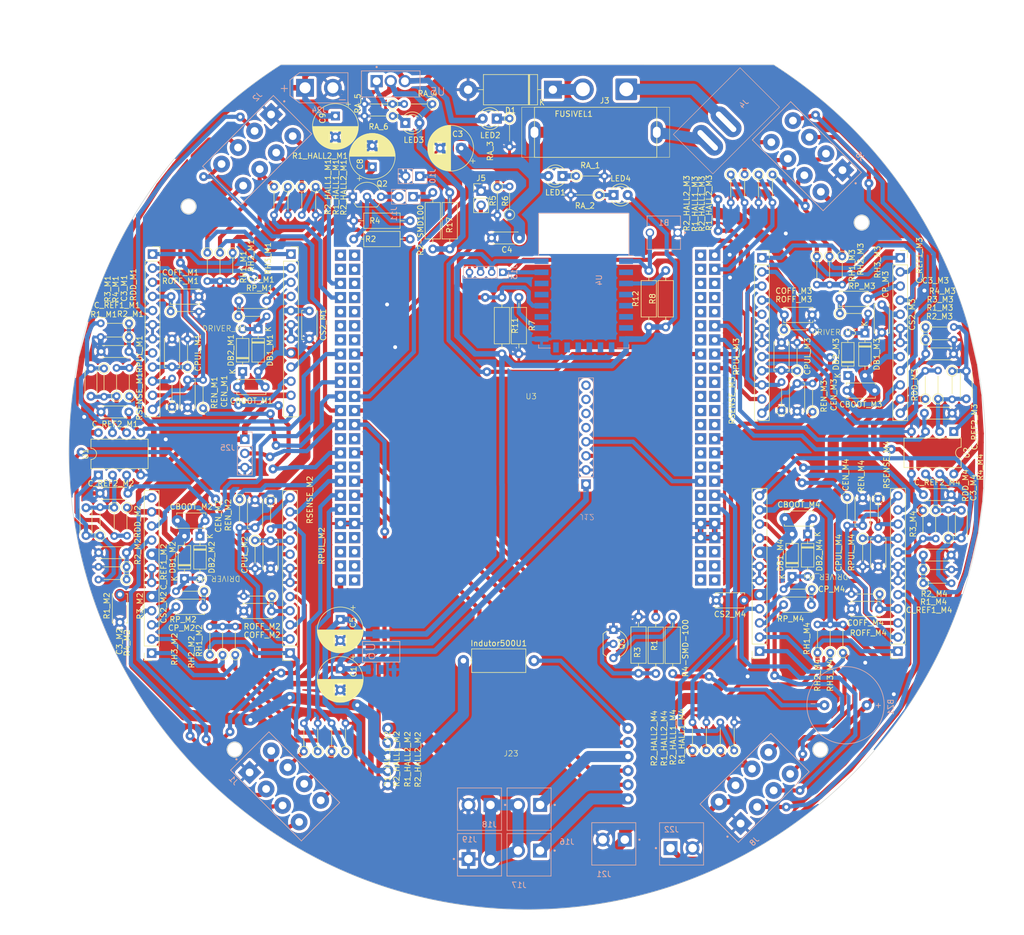
<source format=kicad_pcb>
(kicad_pcb (version 20221018) (generator pcbnew)
  (layers (0 "F.Cu" signal) (31 "B.Cu" signal) (34 "B.Paste" user) (35 "F.Paste" user) (36 "B.SilkS" user "B.Silkscreen") (37 "F.SilkS" user "F.Silkscreen") (38 "B.Mask" user) (39 "F.Mask" user) (44 "Edge.Cuts" user))
  (net 0 "")
  (net 1 "Net-(C3_M1-Pad1)")
  (net 2 "Net-(U1A--)")
  (net 3 "Net-(C3_M2-Pad1)")
  (net 4 "Net-(U1B--)")
  (net 5 "Net-(C3_M3-Pad1)")
  (net 6 "Net-(C3_M4-Pad1)")
  (net 7 "GND")
  (net 8 "PWM_RODA_1")
  (net 9 "Net-(U4-GPIO15)")
  (net 10 "Net-(U4-EN)")
  (net 11 "Net-(U4-~{RST})")
  (net 26 "H1_M1")
  (net 27 "VREF_M1")
  (net 28 "PWM_RODA_2")
  (net 29 "18V")
  (net 30 "5V")
  (net 31 "MOTOR1_3")
  (net 32 "MOTOR1_2")
  (net 33 "HALL1_M1")
  (net 34 "HALL3_M1")
  (net 35 "HALL2_M1")
  (net 36 "MOTOR1_1")
  (net 37 "TACHO_M1")
  (net 38 "FWD{slash}REV_M1")
  (net 39 "EN_M1")
  (net 40 "H2_M1")
  (net 41 "8V")
  (net 42 "Net-(U2A--)")
  (net 43 "Net-(U2B--)")
  (net 44 "VREF_M2")
  (net 45 "VREF_M3")
  (net 46 "PWM_RODA_3")
  (net 47 "PWM_RODA_4")
  (net 48 "3,3V")
  (net 49 "MOTOR2_3")
  (net 50 "MOTOR2_2")
  (net 51 "HALL1_M2")
  (net 52 "HALL3_M2")
  (net 53 "HALL2_M2")
  (net 54 "MOTOR2_1")
  (net 55 "TACHO_M2")
  (net 56 "FWD{slash}REV_M2")
  (net 57 "EN_M2")
  (net 58 "MOTOR3_3")
  (net 59 "MOTOR3_2")
  (net 60 "HALL1_M3")
  (net 61 "HALL3_M3")
  (net 62 "HALL2_M3")
  (net 63 "MOTOR3_1")
  (net 64 "TACHO_M3")
  (net 65 "FWD{slash}REV_M3")
  (net 66 "EN_M3")
  (net 67 "VREF_M4")
  (net 68 "MOTOR4_3")
  (net 69 "MOTOR4_2")
  (net 70 "HALL1_M4")
  (net 71 "HALL3_M4")
  (net 72 "HALL2_M4")
  (net 73 "MOTOR4_1")
  (net 74 "TACHO_M4")
  (net 75 "FWD{slash}REV_M4")
  (net 76 "EN_M4")
  (net 77 "H1_M2")
  (net 78 "H1_M3")
  (net 79 "H1_M4")
  (net 80 "H2_M2")
  (net 81 "H2_M3")
  (net 82 "H2_M4")
  (net 83 "IO0")
  (net 84 "TX_STM")
  (net 85 "SCL")
  (net 86 "RX_STM")
  (net 87 "SDA")
  (net 93 "LEITURA_BATERIA")
  (net 94 "ADC_Chute")
  (net 95 "Buzzer")
  (net 96 "PWM_Carregamento")
  (net 133 "IR PWM")
  (net 134 "INFRA")
  (net 142 "BAT_NEG")
  (net 143 "Net-(J4-Pin_1)")
  (net 144 "BAT_POS")
  (net 145 "Net-(LED2-K)")
  (net 146 "Net-(LED3-K)")
  (net 147 "Net-(Q2-G)")
  (net 148 "Net-(J11-Pin_2)")
  (net 149 "Net-(Q3-G)")
  (net 150 "Net-(Q3-D)")
  (net 151 "Net-(J11-Pin_1)")
  (net 152 "Net-(U5-ADJ)")
  (net 154 "SOLENOIDE_1_1")
  (net 155 "CAP1+")
  (net 156 "SOLENOIDE_2_1")
  (net 161 "Indutor")
  (net 162 "DISPARO NORMAL")
  (net 163 "DISPARO CHIP KICK")
  (net 164 "DRIBLE")
  (net 165 "Net-(BZ1-+)")
  (net 166 "VBOOT_M3")
  (net 167 "DIAG{slash}EN_M3")
  (net 168 "RCOFF_M3")
  (net 169 "RCPULSE_M3")
  (net 170 "VCP_M3")
  (net 171 "Net-(CP_M3-Pad2)")
  (net 172 "Net-(DB1_M3-K)")
  (net 173 "SENSE_M3")
  (net 174 "VBOOT_M4")
  (net 175 "DIAG{slash}EN_M4")
  (net 176 "RCOFF_M4")
  (net 177 "RCPULSE_M4")
  (net 178 "VCP_M4")
  (net 179 "Net-(CP_M4-Pad2)")
  (net 180 "Net-(DB1_M4-K)")
  (net 181 "SENSE_M4")
  (net 182 "VBOOT_M1")
  (net 183 "VBOOT_M2")
  (net 184 "DIAG{slash}EN_M1")
  (net 185 "DIAG{slash}EN_M2")
  (net 186 "RCOFF_M1")
  (net 187 "RCOFF_M2")
  (net 188 "RCPULSE_M1")
  (net 189 "RCPULSE_M2")
  (net 190 "VCP_M1")
  (net 191 "Net-(CP_M1-Pad2)")
  (net 192 "VCP_M2")
  (net 193 "Net-(CP_M2-Pad2)")
  (net 194 "Net-(DB1_M1-K)")
  (net 195 "Net-(DB1_M2-K)")
  (net 196 "SENSE_M1")
  (net 197 "SENSE_M2")
  (net 206 "Net-(LED1-K)")
  (net 207 "Net-(LED4-K)")
  (footprint "Package_DIP:DIP-8_W7.62mm" (layer "F.Cu") (at 194.554 99.324 -90)
    (fp_text reference "U2")
    (fp_text value "AMPOP_LOCO1_M34 LM358")
  )
  (footprint "Resistor_THT:R_Axial_DIN0204_L3.6mm_D1.6mm_P5.08mm_Vertical" (layer "F.Cu") (at 174.618 139.094 90)
    (fp_text reference "RH3_M4")
    (fp_text value "10k R_0805_2012")
  )
  (footprint "Diode_THT:D_DO-35_SOD27_P7.62mm_Horizontal" (layer "F.Cu") (at 178.58 81.61 -90)
    (fp_text reference "DB1_M3")
    (fp_text value "1N4148")
  )
  (footprint "Capacitor_THT:C_Disc_D4.3mm_W1.9mm_P5.00mm" (layer "F.Cu") (at 116.43 64.5 180)
    (fp_text reference "C4")
    (fp_text value "100n")
  )
  (footprint "Resistor_THT:R_Axial_DIN0204_L3.6mm_D1.6mm_P5.08mm_Vertical" (layer "F.Cu") (at 181.21 128.54 180)
    (fp_text reference "ROFF_M4")
    (fp_text value "33k R_0805_2012")
  )
  (footprint "Capacitor_THT:C_Disc_D5.0mm_W2.5mm_P5.00mm" (layer "F.Cu") (at 166.37 90.678 -90)
    (fp_text reference "CEN_M3")
    (fp_text value "5,6n CL10B102KB8NNNC C0805")
  )
  (footprint "Resistor_THT:R_Axial_DIN0204_L3.6mm_D1.6mm_P5.08mm_Vertical" (layer "F.Cu") (at 114.66 60.31 90)
    (fp_text reference "R5")
    (fp_text value "10M")
  )
  (footprint "Resistor_THT:R_Axial_DIN0204_L3.6mm_D1.6mm_P5.08mm_Vertical" (layer "F.Cu") (at 60.756 139.47 90)
    (fp_text reference "RH1_M2")
    (fp_text value "10k R_0805_2012")
  )
  (footprint "Diode_THT:D_DO-35_SOD27_P7.62mm_Horizontal" (layer "F.Cu") (at 175.5 89.23 90)
    (fp_text reference "DB2_M3")
    (fp_text value "1N4148")
  )
  (footprint "Capacitor_THT:C_Disc_D4.3mm_W1.9mm_P5.00mm" (layer "F.Cu") (at 189.524 85.344)
    (fp_text reference "C_REF1_M3")
    (fp_text value "33n C0805")
  )
  (footprint "Maraca:MC000827" (layer "F.Cu") (at 119.14 40.99325)
    (fp_text reference "FUSIVEL1")
    (fp_text value "MC000827")
  )
  (footprint "LED_THT:LED_D3.0mm" (layer "F.Cu") (at 124.17 53.36 180)
    (fp_text reference "LED1")
    (fp_text value "LED")
  )
  (footprint "Capacitor_THT:C_Disc_D5.0mm_W2.5mm_P5.00mm" (layer "F.Cu") (at 71.678 118.976 -90)
    (fp_text reference "CPUL_M2")
    (fp_text value "10n C0805")
  )
  (footprint "Diode_THT:D_DO-201AD_P15.24mm_Horizontal" (layer "F.Cu") (at 122.45 37.83 180)
    (fp_text reference "D1")
    (fp_text value "1N5408")
  )
  (footprint "Capacitor_THT:C_Disc_D4.3mm_W1.9mm_P5.00mm" (layer "F.Cu") (at 46.198 84.918 180)
    (fp_text reference "C_REF1_M1")
    (fp_text value "33n C0805")
  )
  (footprint "Resistor_THT:R_Axial_DIN0204_L3.6mm_D1.6mm_P5.08mm_Vertical" (layer "F.Cu") (at 112.46 55.33 -90)
    (fp_text reference "R6")
    (fp_text value "3M")
  )
  (footprint "Resistor_THT:R_Axial_DIN0204_L3.6mm_D1.6mm_P5.08mm_Vertical" (layer "F.Cu") (at 65.888 78.604)
    (fp_text reference "RP_M1")
    (fp_text value "100 R_0805_2012")
  )
  (footprint "Capacitor_THT:C_Disc_D5.0mm_W2.5mm_P5.00mm" (layer "F.Cu") (at 181.182 131.22 180)
    (fp_text reference "COFF_M4")
    (fp_text value "1n CL10B102KB8NNNC C0805")
  )
  (footprint "Resistor_THT:R_Axial_DIN0204_L3.6mm_D1.6mm_P5.08mm_Vertical" (layer "F.Cu") (at 77.66 156.86 90)
    (fp_text reference "R1_HALL1_M2")
    (fp_text value "1k R_1206_3216")
  )
  (footprint "Inductor_THT:L_Axial_L9.5mm_D4.0mm_P12.70mm_Horizontal_Fastron_SMCC" (layer "F.Cu") (at 106.36 140.53)
    (fp_text reference "Indutor500U1")
    (fp_text value "L")
  )
  (footprint "LED_THT:LED_D3.0mm" (layer "F.Cu") (at 133.365 56.77)
    (fp_text reference "LED4")
    (fp_text value "LED")
  )
  (footprint "Resistor_THT:R_Axial_DIN0204_L3.6mm_D1.6mm_P5.08mm_Vertical" (layer "F.Cu") (at 169.164 95.758 90)
    (fp_text reference "REN_M3")
    (fp_text value "100k R_0805_2012")
  )
  (footprint "Capacitor_THT:C_Disc_D5.0mm_W2.5mm_P5.00mm" (layer "F.Cu") (at 179.06 75.45 180)
    (fp_text reference "CP_M3")
    (fp_text value "10n C0603")
  )
  (footprint "Resistor_THT:R_Axial_DIN0204_L3.6mm_D1.6mm_P5.08mm_Vertical" (layer "F.Cu") (at 189.07 126.6)
    (fp_text reference "R1_M4")
    (fp_text value "22k R_2010_5025")
  )
  (footprint "Resistor_THT:R_Axial_DIN0204_L3.6mm_D1.6mm_P5.08mm_Vertical" (layer "F.Cu") (at 150.060001 156.690001 90)
    (fp_text reference "R2_HALL1_M4")
    (fp_text value "1,6k R_1210_3225")
  )
  (footprint "Capacitor_THT:C_Disc_D4.3mm_W1.9mm_P5.00mm" (layer "F.Cu") (at 196.8 88.432 -90)
    (fp_text reference "C3_M3")
    (fp_text value "220n C1206")
  )
  (footprint "Capacitor_THT:C_Disc_D5.0mm_W2.5mm_P5.00mm" (layer "F.Cu") (at 54.66 130.834)
    (fp_text reference "CP_M2")
    (fp_text value "10n C0603")
  )
  (footprint "Capacitor_THT:C_Disc_D5.0mm_W2.5mm_P5.00mm" (layer "F.Cu") (at 180.968 118.6 -90)
    (fp_text reference "CPUL_M4")
    (fp_text value "10n C0805")
  )
  (footprint "Diode_THT:D_DO-35_SOD27_P7.62mm_Horizontal" (layer "F.Cu") (at 168.268 117.758 -90)
    (fp_text reference "DB2_M4")
    (fp_text value "1N4148")
  )
  (footprint "Resistor_THT:R_Axial_DIN0204_L3.6mm_D1.6mm_P5.08mm_Vertical" (layer "F.Cu") (at 80.16 156.86 90)
    (fp_text reference "R2_HALL1_M2")
    (fp_text value "1,6k R_1210_3225")
  )
  (footprint "Capacitor_THT:C_Disc_D4.3mm_W1.9mm_P5.00mm" (layer "F.Cu") (at 38.478 118.016 90)
    (fp_text reference "C3_M2")
    (fp_text value "220n C1206")
  )
  (footprint "Resistor_THT:R_Axial_DIN0204_L3.6mm_D1.6mm_P5.08mm_Vertical" (layer "F.Cu") (at 159.44 53.07 -90)
    (fp_text reference "R2_HALL1_M3")
    (fp_text value "1,6k R_1210_3225")
  )
  (footprint "Connector_PinHeader_2.54mm:PinHeader_1x02_P2.54mm_Vertical" (layer "F.Cu") (at 109.54 56.075)
    (fp_text reference "J5")
    (fp_text value "SW2")
  )
  (footprint "Resistor_THT:R_Axial_DIN0204_L3.6mm_D1.6mm_P5.08mm_Vertical" (layer "F.Cu") (at 59.538 95.114 90)
    (fp_text reference "REN_M1")
    (fp_text value "100k R_0805_2012")
  )
  (footprint "Maraca:Adaptador L6235" (layer "F.Cu") (at 62.184 125.274 180)
    (fp_text reference "DRIVER_M2")
    (fp_text value "L6235D")
  )
  (footprint "Resistor_THT:R_Axial_DIN0204_L3.6mm_D1.6mm_P5.08mm_Vertical" (layer "F.Cu") (at 169.03 127.664 180)
    (fp_text reference "RP_M4")
    (fp_text value "100 R_0805_2012")
  )
  (footprint "Resistor_THT:R_Axial_DIN0204_L3.6mm_D1.6mm_P5.08mm_Vertical" (layer "F.Cu") (at 161.94 53.07 -90)
    (fp_text reference "R1_HALL1_M3")
    (fp_text value "1k R_1206_3216")
  )
  (footprint "Diode_THT:D_DO-35_SOD27_P7.62mm_Horizontal" (layer "F.Cu") (at 69.444 80.89 -90)
    (fp_text reference "DB1_M1")
    (fp_text value "1N4148")
  )
  (footprint "Diode_THT:D_DO-35_SOD27_P7.62mm_Horizontal" (layer "F.Cu") (at 56.184 125.754 90)
    (fp_text reference "DB1_M2")
    (fp_text value "1N4148")
  )
  (footprint "Resistor_THT:R_Axial_DIN0204_L3.6mm_D1.6mm_P5.08mm_Vertical" (layer "F.Cu") (at 43.98 92.954 90)
    (fp_text reference "R3_M1")
    (fp_text value "4,7k R_1206_3216")
  )
  (footprint "Resistor_THT:R_Axial_DIN0204_L3.6mm_D1.6mm_P5.08mm_Vertical" (layer "F.Cu") (at 189.434 93.472 90)
    (fp_text reference "RDD_M3")
    (fp_text value "1k R_2010_5025")
  )
  (footprint "Resistor_THT:R_Axial_DIN0204_L3.6mm_D1.6mm_P5.08mm_Vertical" (layer "F.Cu") (at 126.64 53.36)
    (fp_text reference "RA_1")
    (fp_text value "270")
  )
  (footprint "Resistor_THT:R_Axial_DIN0204_L3.6mm_D1.6mm_P5.08mm_Vertical" (layer "F.Cu") (at 46.208 79.848 180)
    (fp_text reference "R1_M1")
    (fp_text value "22k R_2010_5025")
  )
  (footprint "Resistor_THT:R_Axial_DIN0204_L3.6mm_D1.6mm_P5.08mm_Vertical" (layer "F.Cu") (at 59.74 128.04 180)
    (fp_text reference "RP_M2")
    (fp_text value "100 R_0805_2012")
  )
  (footprint "Capacitor_THT:C_Disc_D5.0mm_W2.5mm_P5.00mm" (layer "F.Cu") (at 44.58 128.62 -90)
    (fp_text reference "CS2_M2")
    (fp_text value "100n C0603")
  )
  (footprint "Resistor_THT:R_Axial_DIN0204_L3.6mm_D1.6mm_P5.08mm_Vertical" (layer "F.Cu") (at 130.75 56.77 180)
    (fp_text reference "RA_2")
    (fp_text value "270")
  )
  (footprint "Diode_THT:D_DO-35_SOD27_P7.62mm_Horizontal" (layer "F.Cu") (at 66.65 88.51 90)
    (fp_text reference "DB2_M1")
    (fp_text value "1N4148")
  )
  (footprint "Resistor_THT:R_Axial_DIN0207_L6.3mm_D2.5mm_P10.16mm_Horizontal" (layer "F.Cu") (at 86.626 64.702)
    (fp_text reference "R2")
    (fp_text value "100 R_0805_2012")
  )
  (footprint "LED_THT:LED_D3.0mm" (layer "F.Cu") (at 112.365 43.04 180)
    (fp_text reference "LED2")
    (fp_text value "LED")
  )
  (footprint "Capacitor_THT:C_Disc_D5.0mm_W2.5mm_P5.00mm" (layer "F.Cu") (at 181.62 76.5 -90)
    (fp_text reference "CS2_M3")
    (fp_text value "100n C0603")
  )
  (footprint "Capacitor_THT:C_Disc_D4.3mm_W1.9mm_P5.00mm" (layer "F.Cu") (at 39.368 87.968 -90)
    (fp_text reference "C3_M1")
    (fp_text value "220n C1206")
  )
  (footprint "Resistor_THT:R_Axial_DIN0207_L6.3mm_D2.5mm_P10.16mm_Horizontal" (layer "F.Cu") (at 140.957 132.684 -90)
    (fp_text reference "R1")
    (fp_text value "100 R_0603_1608")
  )
  (footprint "Resistor_THT:R_Axial_DIN0204_L3.6mm_D1.6mm_P5.08mm_Vertical" (layer "F.Cu") (at 85.159998 156.86 90)
    (fp_text reference "R2_HALL2_M2")
    (fp_text value "1,6k R_1210_3225")
  )
  (footprint "Resistor_THT:R_Axial_DIN0204_L3.6mm_D1.6mm_P5.08mm_Vertical" (layer "F.Cu") (at 72.29 55.29 -90)
    (fp_text reference "R1_HALL2_M1")
    (fp_text value "1k R_1206_3216")
  )
  (footprint "Resistor_THT:R_Axial_DIN0204_L3.6mm_D1.6mm_P5.08mm_Vertical" (layer "F.Cu") (at 53.95 94.86 90)
    (fp_text reference "RSENSE_M1")
    (fp_text value "0,3")
  )
  (footprint "Resistor_THT:R_Axial_DIN0207_L6.3mm_D2.5mm_P10.16mm_Horizontal" (layer "F.Cu") (at 116.332 75.184 -90)
    (fp_text reference "R7")
    (fp_text value "10k R_0805_2012")
  )
  (footprint "Resistor_THT:R_Axial_DIN0204_L3.6mm_D1.6mm_P5.08mm_Vertical" (layer "F.Cu") (at 174.07 78.08)
    (fp_text reference "RP_M3")
    (fp_text value "100 R_0805_2012")
  )
  (footprint "Package_DIP:DIP-8_W7.62mm" (layer "F.Cu") (at 40.7 107.15 90)
    (fp_text reference "U1")
    (fp_text value "AMPOP_LOCO1_M12 LM358")
  )
  (footprint "Capacitor_THT:C_Disc_D5.0mm_W2.5mm_P5.00mm" (layer "F.Cu") (at 163.95 130.458)
    (fp_text reference "CP_M4")
    (fp_text value "10n C0603")
  )
  (footprint "Resistor_THT:R_Axial_DIN0204_L3.6mm_D1.6mm_P5.08mm_Vertical" (layer "F.Cu") (at 45.794 125.93 180)
    (fp_text reference "R1_M2")
    (fp_text value "22k R_2010_5025")
  )
  (footprint "Resistor_THT:R_Axial_DIN0204_L3.6mm_D1.6mm_P5.08mm_Vertical" (layer "F.Cu") (at 79.79 55.29 -90)
    (fp_text reference "R2_HALL1_M1")
    (fp_text value "1,6k R_1210_3225")
  )
  (footprint "Resistor_THT:R_Axial_DIN0204_L3.6mm_D1.6mm_P5.08mm_Vertical" (layer "F.Cu") (at 43.558 113.026 -90)
    (fp_text reference "R3_M2")
    (fp_text value "4,7k R_1206_3216")
  )
  (footprint "Capacitor_THT:CP_Radial_D8.0mm_P3.80mm" (layer "F.Cu") (at 89.96 51.712651 90)
    (fp_text reference "C8")
    (fp_text value "100u")
  )
  (footprint "Resistor_THT:R_Axial_DIN0204_L3.6mm_D1.6mm_P5.08mm_Vertical" (layer "F.Cu") (at 191.298 113.494 -90)
    (fp_text reference "R3_M4")
    (fp_text value "4,7k R_1206_3216")
  )
  (footprint "Capacitor_THT:C_Disc_D5.0mm_W2.5mm_P5.00mm" (layer "F.Cu") (at 78.65 77.63 -90)
    (fp_text reference "CS2_M1")
    (fp_text value "100n C0603")
  )
  (footprint "Capacitor_THT:C_Disc_D5.0mm_W2.5mm_P5.00mm" (layer "F.Cu") (at 180.34 91.948 180)
    (fp_text reference "CBOOT_M3")
    (fp_text value "220n C0805")
  )
  (footprint "Resistor_THT:R_Axial_DIN0204_L3.6mm_D1.6mm_P5.08mm_Vertical" (layer "F.Cu") (at 56.744 87.748 90)
    (fp_text reference "RPUL_M1")
    (fp_text value "47k R_0805_2012")
  )
  (footprint "Resistor_THT:R_Axial_DIN0204_L3.6mm_D1.6mm_P5.08mm_Vertical" (layer "F.Cu") (at 41.018 118.006 90)
    (fp_text reference "R4_M2")
    (fp_text value "1M R_0805_2012")
  )
  (footprint "Capacitor_THT:C_Disc_D4.3mm_W1.9mm_P5.00mm" (layer "F.Cu") (at 45.754 121.104 180)
    (fp_text reference "C_REF1_M2")
    (fp_text value "33n C0805")
  )
  (footprint "Diode_THT:D_DO-35_SOD27_P7.62mm_Horizontal" (layer "F.Cu") (at 58.978 118.134 -90)
    (fp_text reference "DB2_M2")
    (fp_text value "1N4148")
  )
  (footprint "Resistor_THT:R_Axial_DIN0204_L3.6mm_D1.6mm_P5.08mm_Vertical" (layer "F.Cu") (at 169.926 67.818 -90)
    (fp_text reference "RH3_M3")
    (fp_text value "10k R_0805_2012")
  )
  (footprint "LED_THT:LED_D3.0mm" (layer "F.Cu") (at 95.913 43.8175)
    (fp_text reference "LED3")
    (fp_text value "LED")
  )
  (footprint "Maraca:Adaptador L6235" (layer "F.Cu") (at 173.032 81.96)
    (fp_text reference "DRIVER_M3")
    (fp_text value "L6235D")
  )
  (footprint "Resistor_THT:R_Axial_DIN0204_L3.6mm_D1.6mm_P5.08mm_Vertical" (layer "F.Cu") (at 152.56 156.69 90)
    (fp_text reference "R1_HALL2_M4")
    (fp_text value "1k R_1206_3216")
  )
  (footprint "Resistor_THT:R_Axial_DIN0207_L6.3mm_D2.5mm_P10.16mm_Horizontal" (layer "F.Cu") (at 142.748 80.518 90)
    (fp_text reference "R8")
    (fp_text value "10k R_0805_2012")
  )
  (footprint "Capacitor_THT:C_Disc_D4.3mm_W1.9mm_P5.00mm" (layer "F.Cu") (at 46.188 95.788 180)
    (fp_text reference "C_REF2_M1")
    (fp_text value "100n C0805")
  )
  (footprint "Resistor_THT:R_Axial_DIN0204_L3.6mm_D1.6mm_P5.08mm_Vertical" (layer "F.Cu") (at 41.718 87.978 -90)
    (fp_text reference "R4_M1")
    (fp_text value "1M R_0805_2012")
  )
  (footprint "Resistor_THT:R_Axial_DIN0204_L3.6mm_D1.6mm_P5.08mm_Vertical" (layer "F.Cu") (at 46.208 82.318 180)
    (fp_text reference "R2_M1")
    (fp_text value "3,3K R_1206_3216")
  )
  (footprint "Capacitor_THT:C_Disc_D5.0mm_W2.5mm_P5.00mm" (layer "F.Cu") (at 164.204 114.964)
    (fp_text reference "CBOOT_M4")
    (fp_text value "220n C0805")
  )
  (footprint "Capacitor_THT:CP_Radial_D8.0mm_P3.80mm" (layer "F.Cu") (at 84.201 141.996 -90)
    (fp_text reference "C1")
    (fp_text value "10u")
  )
  (footprint "Package_TO_SOT_THT:TO-92_Inline_Wide" (layer "F.Cu") (at 86.4765 57.081)
    (fp_text reference "Q2")
    (fp_text value "2N7000")
  )
  (footprint "Maraca:Conn_2x11_Maraca_Chute_Placa" (layer "F.Cu") (at 114.42 157.73)
    (fp_text reference "J23")
    (fp_text value "Conn_02x11_Pin_Maraca")
  )
  (footprint "Connector_Wire:SolderWire-2sqmm_1x02_P7.8mm_D2mm_OD3.9mm" (layer "F.Cu") (at 135.65 37.76 180)
    (fp_text reference "J3")
    (fp_text value "Bateria")
  )
  (footprint "Diode_THT:D_DO-35_SOD27_P7.62mm_Horizontal" (layer "F.Cu") (at 165.474 125.378 90)
    (fp_text reference "DB1_M4")
    (fp_text value "1N4148")
  )
  (footprint "Maraca:STM32MARACA_3D" (layer "F.Cu") (at 118.54 95.54)
    (fp_text reference "U3")
    (fp_text value "STM32F401VETx")
  )
  (footprint "Capacitor_THT:C_Disc_D5.0mm_W2.5mm_P5.00mm" (layer "F.Cu") (at 178.174 116.234 90)
    (fp_text reference "CEN_M4")
    (fp_text value "5,6n CL10B102KB8NNNC C0805")
  )
  (footprint "Resistor_THT:R_Axial_DIN0204_L3.6mm_D1.6mm_P5.08mm_Vertical" (layer "F.Cu") (at 63.042 139.47 90)
    (fp_text reference "RH2_M2")
    (fp_text value "10k R_0805_2012")
  )
  (footprint "Capacitor_THT:CP_Radial_D8.0mm_P3.80mm" (layer "F.Cu") (at 83.34 42.557349 -90)
    (fp_text reference "C9")
    (fp_text value "100u")
  )
  (footprint "Resistor_THT:R_Axial_DIN0204_L3.6mm_D1.6mm_P5.08mm_Vertical" (layer "F.Cu") (at 163.576 95.504 90)
    (fp_text reference "RSENSE_M3")
    (fp_text value "0,3")
  )
  (footprint "Resistor_THT:R_Axial_DIN0204_L3.6mm_D1.6mm_P5.08mm_Vertical" (layer "F.Cu") (at 193.56 118.47 90)
    (fp_text reference "R4_M4")
    (fp_text value "1M R_0805_2012")
  )
  (footprint "Resistor_THT:R_Axial_DIN0204_L3.6mm_D1.6mm_P5.08mm_Vertical" (layer "F.Cu") (at 189.484 82.804)
    (fp_text reference "R2_M3")
    (fp_text value "3,3K R_1206_3216")
  )
  (footprint "Resistor_THT:R_Axial_DIN0204_L3.6mm_D1.6mm_P5.08mm_Vertical" (layer "F.Cu") (at 53.708 77.728)
    (fp_text reference "ROFF_M1")
    (fp_text value "33k R_0805_2012")
  )
  (footprint "Resistor_THT:R_Axial_DIN0207_L6.3mm_D2.5mm_P10.16mm_Horizontal" (layer "F.Cu") (at 144.005 132.684 -90)
    (fp_text reference "R4-SMD-100")
    (fp_text value "R_1206_3216")
  )
  (footprint "Capacitor_THT:C_Disc_D5.0mm_W2.5mm_P5.00mm" (layer "F.Cu") (at 70.968 75.81 180)
    (fp_text reference "CP_M1")
    (fp_text value "10n C0603")
  )
  (footprint "Resistor_THT:R_Axial_DIN0204_L3.6mm_D1.6mm_P5.08mm_Vertical" (layer "F.Cu") (at 172.212 67.818 -90)
    (fp_text reference "RH2_M3")
    (fp_text value "10k R_0805_2012")
  )
  (footprint "Resistor_THT:R_Axial_DIN0204_L3.6mm_D1.6mm_P5.08mm_Vertical" (layer "F.Cu") (at 62.586 67.174 -90)
    (fp_text reference "RH2_M1")
    (fp_text value "10k R_0805_2012")
  )
  (footprint "Resistor_THT:R_Axial_DIN0204_L3.6mm_D1.6mm_P5.08mm_Vertical" (layer "F.Cu") (at 100.783 40.4075 180)
    (fp_text reference "RA_4")
    (fp_text value "1k")
  )
  (footprint "Capacitor_THT:C_Disc_D4.3mm_W1.9mm_P5.00mm" (layer "F.Cu") (at 46.008 110.436 180)
    (fp_text reference "C_REF2_M2")
    (fp_text value "100n C0805")
  )
  (footprint "Resistor_THT:R_Axial_DIN0207_L6.3mm_D2.5mm_P10.16mm_Horizontal" (layer "F.Cu") (at 103.898 66.48 90)
    (fp_text reference "R17")
    (fp_text value "R_0603_1608")
  )
  (footprint "Resistor_THT:R_Axial_DIN0204_L3.6mm_D1.6mm_P5.08mm_Vertical" (layer "F.Cu") (at 189.07 124.13)
    (fp_text reference "R2_M4")
    (fp_text value "3,3K R_1206_3216")
  )
  (footprint "Resistor_THT:R_Axial_DIN0204_L3.6mm_D1.6mm_P5.08mm_Vertical" (layer "F.Cu") (at 155.06 156.69 90)
    (fp_text reference "R2_HALL2_M4")
    (fp_text value "1,6k R_1210_3225")
  )
  (footprint "Resistor_THT:R_Axial_DIN0207_L6.3mm_D2.5mm_P10.16mm_Horizontal" (layer "F.Cu") (at 137.851 142.804 90)
    (fp_text reference "R3")
    (fp_text value "10k R_0805_2012")
  )
  (footprint "Resistor_THT:R_Axial_DIN0204_L3.6mm_D1.6mm_P5.08mm_Vertical" (layer "F.Cu") (at 147.560001 156.690001 90)
    (fp_text reference "R1_HALL1_M4")
    (fp_text value "1k R_1206_3216")
  )
  (footprint "Package_TO_SOT_THT:TO-92_Inline_Wide" (layer "F.Cu") (at 133.337 134.97 -90)
    (fp_text reference "Q3")
    (fp_text value "2N7000")
  )
  (footprint "Capacitor_THT:C_Disc_D5.0mm_W2.5mm_P5.00mm" (layer "F.Cu") (at 164.088 78.34)
    (fp_text reference "COFF_M3")
    (fp_text value "1n CL10B102KB8NNNC C0805")
  )
  (footprint "Resistor_THT:R_Axial_DIN0204_L3.6mm_D1.6mm_P5.08mm_Vertical" (layer "F.Cu") (at 68.884 118.896 -90)
    (fp_text reference "RPUL_M2")
    (fp_text value "47k R_0805_2012")
  )
  (footprint "Capacitor_THT:C_Disc_D4.3mm_W1.9mm_P5.00mm" (layer "F.Cu") (at 195.91 118.48 90)
    (fp_text reference "C3_M4")
    (fp_text value "220n C1206")
  )
  (footprint "Resistor_THT:R_Axial_DIN0204_L3.6mm_D1.6mm_P5.08mm_Vertical" (layer "F.Cu") (at 164.02 81.02)
    (fp_text reference "ROFF_M3")
    (fp_text value "33k R_0805_2012")
  )
  (footprint "Resistor_THT:R_Axial_DIN0207_L6.3mm_D2.5mm_P10.16mm_Horizontal" (layer "F.Cu") (at 100.85 56.32 -90)
    (fp_text reference "R2-SMD100")
    (fp_text value "R_1206_3216")
  )
  (footprint "Resistor_THT:R_Axial_DIN0204_L3.6mm_D1.6mm_P5.08mm_Vertical" (layer "F.Cu") (at 71.678 111.784 -90)
    (fp_text reference "RSENSE_M2")
    (fp_text value "0,3")
  )
  (footprint "Maraca:Adaptador L6235" (layer "F.Cu") (at 171.522 124.928 180)
    (fp_text reference "DRIVER_M4")
    (fp_text value "L6235D")
  )
  (footprint "Resistor_THT:R_Axial_DIN0204_L3.6mm_D1.6mm_P5.08mm_Vertical" (layer "F.Cu") (at 189.012 113.494 -90)
    (fp_text reference "RDD_M4")
    (fp_text value "1k R_2010_5025")
  )
  (footprint "Resistor_THT:R_Axial_DIN0204_L3.6mm_D1.6mm_P5.08mm_Vertical" (layer "F.Cu") (at 45.844 112.976 -90)
    (fp_text reference "RDD_M2")
    (fp_text value "1k R_2010_5025")
  )
  (footprint "Resistor_THT:R_Axial_DIN0204_L3.6mm_D1.6mm_P5.08mm_Vertical" (layer "F.Cu") (at 71.92 128.916 180)
    (fp_text reference "ROFF_M2")
    (fp_text value "33k R_0805_2012")
  )
  (footprint "Resistor_THT:R_Axial_DIN0204_L3.6mm_D1.6mm_P5.08mm_Vertical" (layer "F.Cu") (at 178.174 118.52 -90)
    (fp_text reference "RPUL_M4")
    (fp_text value "47k R_0805_2012")
  )
  (footprint "Capacitor_THT:C_Disc_D5.0mm_W2.5mm_P5.00mm" (layer "F.Cu") (at 56.744 90.034 -90)
    (fp_text reference "CEN_M1")
    (fp_text value "5,6n CL10B102KB8NNNC C0805")
  )
  (footprint "Resistor_THT:R_Axial_DIN0204_L3.6mm_D1.6mm_P5.08mm_Vertical" (layer "F.Cu") (at 166.37 88.392 90)
    (fp_text reference "RPUL_M3")
    (fp_text value "47k R_0805_2012")
  )
  (footprint "Capacitor_THT:C_Disc_D4.3mm_W1.9mm_P5.00mm" (layer "F.Cu") (at 189.08 121.53)
    (fp_text reference "C_REF1_M4")
    (fp_text value "33n C0805")
  )
  (footprint "Resistor_THT:R_Axial_DIN0204_L3.6mm_D1.6mm_P5.08mm_Vertical" (layer "F.Cu") (at 93.643 42.5675 180)
    (fp_text reference "RA_6")
    (fp_text value "270")
  )
  (footprint "Capacitor_THT:C_Disc_D5.0mm_W2.5mm_P5.00mm" (layer "F.Cu") (at 54.914 115.34)
    (fp_text reference "CBOOT_M2")
    (fp_text value "220n C0805")
  )
  (footprint "Resistor_THT:R_Axial_DIN0204_L3.6mm_D1.6mm_P5.08mm_Vertical" (layer "F.Cu") (at 189.484 80.518)
    (fp_text reference "R1_M3")
    (fp_text value "22k R_2010_5025")
  )
  (footprint "Resistor_THT:R_Axial_DIN0204_L3.6mm_D1.6mm_P5.08mm_Vertical" (layer "F.Cu") (at 170.046 139.094 90)
    (fp_text reference "RH1_M4")
    (fp_text value "10k R_0805_2012")
  )
  (footprint "Resistor_THT:R_Axial_DIN0204_L3.6mm_D1.6mm_P5.08mm_Vertical" (layer "F.Cu") (at 60.3 67.174 -90)
    (fp_text reference "RH3_M1")
    (fp_text value "10k R_0805_2012")
  )
  (footprint "Resistor_THT:R_Axial_DIN0204_L3.6mm_D1.6mm_P5.08mm_Vertical" (layer "F.Cu") (at 93.633 40.4075 180)
    (fp_text reference "RA_5")
    (fp_text value "3,3k")
  )
  (footprint "Capacitor_THT:C_Disc_D4.3mm_W1.9mm_P5.00mm" (layer "F.Cu") (at 189.27 96.012)
    (fp_text reference "C_REF2_M3")
    (fp_text value "100n C0805")
  )
  (footprint "Capacitor_THT:C_Disc_D5.0mm_W2.5mm_P5.00mm" (layer "F.Cu") (at 71.852 131.596 180)
    (fp_text reference "COFF_M2")
    (fp_text value "1n CL10B102KB8NNNC C0805")
  )
  (footprint "Resistor_THT:R_Axial_DIN0204_L3.6mm_D1.6mm_P5.08mm_Vertical" (layer "F.Cu") (at 77.29 55.29 -90)
    (fp_text reference "R1_HALL1_M1")
    (fp_text value "1k R_1206_3216")
  )
  (footprint "Resistor_THT:R_Axial_DIN0204_L3.6mm_D1.6mm_P5.08mm_Vertical" (layer "F.Cu") (at 180.968 111.408 -90)
    (fp_text reference "RSENSE_M4")
    (fp_text value "0,3")
  )
  (footprint "Capacitor_THT:C_Disc_D5.0mm_W2.5mm_P5.00mm" (layer "F.Cu") (at 156.82 129.68 180)
    (fp_text reference "CS2_M4")
    (fp_text value "100n C0603")
  )
  (footprint "Capacitor_THT:CP_Radial_D8.0mm_P3.80mm" (layer "F.Cu") (at 105.96 48.35 180)
    (fp_text reference "C3")
    (fp_text value "1000u")
  )
  (footprint "Resistor_THT:R_Axial_DIN0204_L3.6mm_D1.6mm_P5.08mm_Vertical" (layer "F.Cu") (at 172.332 139.094 90)
    (fp_text reference "RH2_M4")
    (fp_text value "10k R_0805_2012")
  )
  (footprint "Resistor_THT:R_Axial_DIN0204_L3.6mm_D1.6mm_P5.08mm_Vertical" (layer "F.Cu") (at 64.872 67.174 -90)
    (fp_text reference "RH1_M1")
    (fp_text value "10k R_0805_2012")
  )
  (footprint "Resistor_THT:R_Axial_DIN0204_L3.6mm_D1.6mm_P5.08mm_Vertical" (layer "F.Cu") (at 74.79 55.29 -90)
    (fp_text reference "R2_HALL2_M1")
    (fp_text value "1,6k R_1210_3225")
  )
  (footprint "Capacitor_THT:C_Disc_D4.3mm_W1.9mm_P5.00mm" (layer "F.Cu") (at 189.09 110.66)
    (fp_text reference "C_REF2_M4")
    (fp_text value "100n C0805")
  )
  (footprint "Maraca:Adaptador L6235" (layer "F.Cu") (at 63.44 81.29)
    (fp_text reference "DRIVER_M1")
    (fp_text value "L6235D")
  )
  (footprint "Capacitor_THT:C_Disc_D5.0mm_W2.5mm_P5.00mm" (layer "F.Cu") (at 53.95 87.668 90)
    (fp_text reference "CPUL_M1")
    (fp_text value "10n C0805")
  )
  (footprint "Resistor_THT:R_Axial_DIN0204_L3.6mm_D1.6mm_P5.08mm_Vertical" (layer "F.Cu") (at 46.266 92.954 90)
    (fp_text reference "RDD_M1")
    (fp_text value "1k R_2010_5025")
  )
  (footprint "Capacitor_THT:C_Disc_D5.0mm_W2.5mm_P5.00mm" (layer "F.Cu") (at 53.776 75.048)
    (fp_text reference "COFF_M1")
    (fp_text value "1n CL10B102KB8NNNC C0805")
  )
  (footprint "Resistor_THT:R_Axial_DIN0204_L3.6mm_D1.6mm_P5.08mm_Vertical" (layer "F.Cu") (at 154.44 53.07 -90)
    (fp_text reference "R2_HALL2_M3")
    (fp_text value "1,6k R_1210_3225")
  )
  (footprint "Resistor_THT:R_Axial_DIN0207_L6.3mm_D2.5mm_P10.16mm_Horizontal" (layer "F.Cu") (at 113.284 75.184 -90)
    (fp_text reference "R11")
    (fp_text value "10k R_0805_2012")
  )
  (footprint "Resistor_THT:R_Axial_DIN0204_L3.6mm_D1.6mm_P5.08mm_Vertical" (layer "F.Cu") (at 66.09 111.53 -90)
    (fp_text reference "REN_M2")
    (fp_text value "100k R_0805_2012")
  )
  (footprint "Capacitor_THT:C_Disc_D5.0mm_W2.5mm_P5.00mm" (layer "F.Cu") (at 70.714 91.304 180)
    (fp_text reference "CBOOT_M1")
    (fp_text value "220n C0805")
  )
  (footprint "Resistor_THT:R_Axial_DIN0204_L3.6mm_D1.6mm_P5.08mm_Vertical" (layer "F.Cu") (at 156.94 53.07 -90)
    (fp_text reference "R1_HALL2_M3")
    (fp_text value "1k R_1206_3216")
  )
  (footprint "Resistor_THT:R_Axial_DIN0207_L6.3mm_D2.5mm_P10.16mm_Horizontal" (layer "F.Cu") (at 139.7 80.518 90)
    (fp_text reference "R12")
    (fp_text value "10k R_0805_2012")
  )
  (footprint "Resistor_THT:R_Axial_DIN0204_L3.6mm_D1.6mm_P5.08mm_Vertical" (layer "F.Cu") (at 65.328 139.47 90)
    (fp_text reference "RH3_M2")
    (fp_text value "10k R_0805_2012")
  )
  (footprint "Capacitor_THT:CP_Radial_D8.0mm_P3.80mm" (layer "F.Cu") (at 84.201 133.106 -90)
    (fp_text reference "C5")
    (fp_text value "100u")
  )
  (footprint "Resistor_THT:R_Axial_DIN0204_L3.6mm_D1.6mm_P5.08mm_Vertical" (layer "F.Cu") (at 45.794 123.644 180)
    (fp_text reference "R2_M2")
    (fp_text value "3,3K R_1206_3216")
  )
  (footprint "Resistor_THT:R_Axial_DIN0204_L3.6mm_D1.6mm_P5.08mm_Vertical" (layer "F.Cu") (at 175.38 111.154 -90)
    (fp_text reference "REN_M4")
    (fp_text value "100k R_0805_2012")
  )
  (footprint "Resistor_THT:R_Axial_DIN0204_L3.6mm_D1.6mm_P5.08mm_Vertical" (layer "F.Cu") (at 174.498 67.818 -90)
    (fp_text reference "RH1_M3")
    (fp_text value "10k R_0805_2012")
  )
  (footprint "Resistor_THT:R_Axial_DIN0204_L3.6mm_D1.6mm_P5.08mm_Vertical" (layer "F.Cu") (at 191.72 93.422 90)
    (fp_text reference "R3_M3")
    (fp_text value "4,7k R_1206_3216")
  )
  (footprint "Resistor_THT:R_Axial_DIN0204_L3.6mm_D1.6mm_P5.08mm_Vertical" (layer "F.Cu") (at 82.66 156.86 90)
    (fp_text reference "R1_HALL2_M2")
    (fp_text value "1k R_1206_3216")
  )
  (footprint "Resistor_THT:R_Axial_DIN0204_L3.6mm_D1.6mm_P5.08mm_Vertical" (layer "F.Cu") (at 114.66 43.01 -90)
    (fp_text reference "RA_3")
    (fp_text value "270")
  )
  (footprint "Capacitor_THT:C_Disc_D5.0mm_W2.5mm_P5.00mm" (layer "F.Cu") (at 163.576 88.312 90)
    (fp_text reference "CPUL_M3")
    (fp_text value "10n C0805")
  )
  (footprint "Capacitor_THT:C_Disc_D5.0mm_W2.5mm_P5.00mm" (layer "F.Cu") (at 68.884 116.61 90)
    (fp_text reference "CEN_M2")
    (fp_text value "5,6n CL10B102KB8NNNC C0805")
  )
  (footprint "Resistor_THT:R_Axial_DIN0207_L6.3mm_D2.5mm_P10.16mm_Horizontal" (layer "F.Cu") (at 96.786 61.4 180)
    (fp_text reference "R4")
    (fp_text value "10k R_0805_2012")
  )
  (footprint "Resistor_THT:R_Axial_DIN0204_L3.6mm_D1.6mm_P5.08mm_Vertical" (layer "F.Cu") (at 194.26 88.442 -90)
    (fp_text reference "R4_M3")
    (fp_text value "1M R_0805_2012")
  )
  (footprint "Maraca:TE_1586037-8" (layer "B.Cu") (at 67.901216 160.62939 -45)
    (fp_text reference "J1")
    (fp_text value "CONECTOR MOTOR 2")
  )
  (footprint "Connector_PinHeader_2.54mm:PinHeader_1x02_P2.54mm_Vertical" (layer "B.Cu") (at 97.294 57.082 90)
    (fp_text reference "J11")
    (fp_text value "EM_INFRA")
  )
  (footprint "Maraca:E-SWITCH_Maraca" (layer "B.Cu") (at 155.2 42.01 45)
    (fp_text reference "J4")
    (fp_text value "INTERRUPTOR")
  )
  (footprint "Maraca:TE_640388-2" (layer "B.Cu") (at 120.16 166.47)
    (fp_text reference "J16")
    (fp_text value "SOLENOIDE1")
  )
  (footprint "Maraca:TE_640388-2" (layer "B.Cu") (at 111.23 166.47)
    (fp_text reference "J19")
    (fp_text value "CAPACITOR_2")
  )
  (footprint "Maraca:TE_1586037-8" (layer "B.Cu") (at 174.538936 52.300761 135)
    (fp_text reference "J6")
    (fp_text value "CONECTOR MOTOR 3")
  )
  (footprint "Connector_PinHeader_2.54mm:PinHeader_1x03_P2.54mm_Vertical" (layer "B.Cu") (at 67.04 100.715 180)
    (fp_text reference "J25")
    (fp_text value "JST 3 PIN - ESC")
  )
  (footprint "Maraca:Girócópio" (layer "B.Cu") (at 128.59 114.17)
    (fp_text reference "J12")
    (fp_text value "MPU1")
  )
  (footprint "Maraca:TE_640388-2" (layer "B.Cu") (at 107.27 176.2 180)
    (fp_text reference "J18")
    (fp_text value "CAPACITOR_1")
  )
  (footprint "Connector_PinHeader_2.00mm:PinHeader_1x04_P2.00mm_Vertical" (layer "B.Cu") (at 113.45 70.67 90)
    (fp_text reference "J13")
    (fp_text value "Conversor")
  )
  (footprint "Maraca:TE_1586037-8" (layer "B.Cu") (at 156.21939 169.808784 45)
    (fp_text reference "J8")
    (fp_text value "CONECTOR MOTOR 4")
  )
  (footprint "Maraca:SOT230P696X180-4N" (layer "B.Cu") (at 91.567 138.924298 90)
    (fp_text reference "U6")
    (fp_text value "LM1117MP-3.3")
  )
  (footprint "Maraca:TO254P1054X470X1955-3" (layer "B.Cu") (at 93.29 36.29)
    (fp_text reference "U5")
    (fp_text value "LM338T")
  )
  (footprint "Connector_PinHeader_2.54mm:PinHeader_1x02_P2.54mm_Vertical" (layer "B.Cu") (at 98.505 53.39 90)
    (fp_text reference "J10")
    (fp_text value "REC_INFRA")
  )
  (footprint "Maraca:TE_1586037-8" (layer "B.Cu") (at 71.77061 42.291216 -135)
    (fp_text reference "J2")
    (fp_text value "CONECTOR MOTOR 1")
  )
  (footprint "Maraca:SW_BUTT-2" (layer "B.Cu") (at 142.4 63.55 180)
    (fp_text reference "B1")
    (fp_text value "BUTT-2")
  )
  (footprint "Maraca:AMASS_XT30UPB-F_1x02_P5.0mm_Vertical" (layer "B.Cu") (at 77.88 37.49)
    (fp_text reference "J24")
    (fp_text value "XT30PB - ESC_DRIBLE_POWER")
  )
  (footprint "Maraca:TE_640388-2" (layer "B.Cu") (at 143.614 174.244 180)
    (fp_text reference "J22")
    (fp_text value "Saida_Buck_5V")
  )
  (footprint "Maraca:TE_640388-2" (layer "B.Cu") (at 135.382 172.72)
    (fp_text reference "J21")
    (fp_text value "Entrada_Buck_5V")
  )
  (footprint "RF_Module:ESP-12E" (layer "B.Cu") (at 128.01 72.18 180)
    (fp_text reference "U4")
    (fp_text value "ESP-12E")
  )
  (footprint "Maraca:TE_640388-2" (layer "B.Cu") (at 120.14 174.69)
    (fp_text reference "J17")
    (fp_text value "SOLENOIDE2")
  )
  (footprint "Maraca:XDCR_CPI-137-12T" (layer "B.Cu") (at 175.09 148.54 90)
    (fp_text reference "BZ1")
    (fp_text value "Buzzer")
  )
  (gr_circle (center 170.55 156.54) (end 171.9 156.54) (stroke (width 0.2)) (fill none) (layer "Edge.Cuts"))
  (gr_line (start 162.17 33.34) (end 73.538357 33.332578) (stroke (width 0.1)) (layer "Edge.Cuts"))
  (gr_circle (center 56.93 58.85) (end 58.28 58.85) (stroke (width 0.2)) (fill none) (layer "Edge.Cuts"))
  (gr_circle (center 177.988936 61.730762) (end 179.338936 61.730762) (stroke (width 0.2)) (fill none) (layer "Edge.Cuts"))
  (gr_arc (start 162.17 33.34) (mid 117.841453 185.292895) (end 73.538357 33.332578) (stroke (width 0.1)) (layer "Edge.Cuts"))
  (gr_circle (center 65.22 156.51) (end 66.57 156.51) (stroke (width 0.2)) (fill none) (layer "Edge.Cuts"))
  (segment (start 39.982 79.848) (end 41.128 79.848) (width 0.75) (layer "B.Cu") (net 1))
  (segment (start 39.368 87.968) (end 41.708 87.968) (width 0.75) (layer "B.Cu") (net 1))
  (segment (start 37.58 94.124544) (end 40.995456 97.54) (width 0.75) (layer "B.Cu") (net 1))
  (segment (start 38.66 87.26) (end 38.66 82.316) (width 0.75) (layer "B.Cu") (net 1))
  (segment (start 39.53 80.3) (end 39.982 79.848) (width 0.75) (layer "B.Cu") (net 1))
  (segment (start 42.36 97.54) (end 43.24 98.42) (width 0.75) (layer "B.Cu") (net 1))
  (segment (start 43.24 98.42) (end 43.24 99.53) (width 0.75) (layer "B.Cu") (net 1))
  (segment (start 41.708 87.968) (end 41.718 87.978) (width 0.75) (layer "B.Cu") (net 1))
  (segment (start 37.58 89.756) (end 37.58 94.124544) (width 0.75) (layer "B.Cu") (net 1))
  (segment (start 38.66 82.316) (end 39.53 80.3) (width 0.75) (layer "B.Cu") (net 1))
  (segment (start 39.368 87.968) (end 37.58 89.756) (width 0.75) (layer "B.Cu") (net 1))
  (segment (start 40.995456 97.54) (end 42.36 97.54) (width 0.75) (layer "B.Cu") (net 1))
  (segment (start 39.368 87.968) (end 38.66 87.26) (width 0.75) (layer "B.Cu") (net 1))
  (segment (start 43.458 112.926) (end 43.558 113.026) (width 0.75) (layer "B.Cu") (net 2))
  (segment (start 38.478 113.016) (end 40.928 113.016) (width 0.75) (layer "B.Cu") (net 2))
  (segment (start 40.928 113.016) (end 41.018 112.926) (width 0.75) (layer "B.Cu") (net 2))
  (segment (start 43.558 107.468) (end 43.24 107.15) (width 0.75) (layer "B.Cu") (net 2))
  (segment (start 43.558 113.026) (end 43.558 107.468) (width 0.75) (layer "B.Cu") (net 2))
  (segment (start 41.018 112.926) (end 43.458 112.926) (width 0.75) (layer "B.Cu") (net 2))
  (segment (start 38.478 118.016) (end 38.478 116.078) (width 0.75) (layer "B.Cu") (net 3))
  (segment (start 43.46 124.78) (end 43.46 120.448) (width 0.75) (layer "B.Cu") (net 3))
  (segment (start 42.31 125.93) (end 43.46 124.78) (width 0.75) (layer "B.Cu") (net 3))
  (segment (start 41.008 118.016) (end 41.018 118.006) (width 0.75) (layer "B.Cu") (net 3))
  (segment (start 43.46 120.448) (end 41.018 118.006) (width 0.75) (layer "B.Cu") (net 3))
  (segment (start 36.95 114.55) (end 36.95 110.9) (width 0.75) (layer "B.Cu") (net 3))
  (segment (start 40.714 125.93) (end 42.31 125.93) (width 0.75) (layer "B.Cu") (net 3))
  (segment (start 36.95 110.9) (end 40.7 107.15) (width 0.75) (layer "B.Cu") (net 3))
  (segment (start 38.478 116.078) (end 36.95 114.55) (width 0.75) (layer "B.Cu") (net 3))
  (segment (start 38.478 118.016) (end 41.008 118.016) (width 0.75) (layer "B.Cu") (net 3))
  (segment (start 43.98 92.954) (end 43.98 97.73) (width 0.75) (layer "F.Cu") (net 4))
  (segment (start 43.98 97.73) (end 45.78 99.53) (width 0.75) (layer "F.Cu") (net 4))
  (segment (start 43.98 92.954) (end 41.822 92.954) (width 0.75) (layer "B.Cu") (net 4))
  (segment (start 39.458 93.058) (end 39.368 92.968) (width 0.75) (layer "B.Cu") (net 4))
  (segment (start 41.718 93.058) (end 39.458 93.058) (width 0.75) (layer "B.Cu") (net 4))
  (segment (start 41.822 92.954) (end 41.718 93.058) (width 0.75) (layer "B.Cu") (net 4))
  (segment (start 194.554 99.324) (end 198.374 95.504) (width 0.75) (layer "B.Cu") (net 5))
  (segment (start 195.658 80.518) (end 196.8 81.66) (width 0.75) (layer "B.Cu") (net 5))
  (segment (start 198.374 95.504) (end 198.374 91.44) (width 0.75) (layer "B.Cu") (net 5))
  (segment (start 194.564 80.518) (end 195.658 80.518) (width 0.75) (layer "B.Cu") (net 5))
  (segment (start 194.26 88.442) (end 196.79 88.442) (width 0.75) (layer "B.Cu") (net 5))
  (segment (start 198.374 91.44) (end 196.8 89.866) (width 0.75) (layer "B.Cu") (net 5))
  (segment (start 196.79 88.442) (end 196.8 88.432) (width 0.75) (layer "B.Cu") (net 5))
  (segment (start 196.8 81.66) (end 196.8 88.432) (width 0.75) (layer "B.Cu") (net 5))
  (segment (start 196.8 89.866) (end 196.8 88.432) (width 0.75) (layer "B.Cu") (net 5))
  (segment (start 195.91 118.48) (end 193.57 118.48) (width 0.75) (layer "B.Cu") (net 6))
  (segment (start 193.57 118.48) (end 193.56 118.47) (width 0.75) (layer "B.Cu") (net 6))
  (segment (start 193.56 119.59) (end 193.56 118.47) (width 0.75) (layer "B.Cu") (net 6))
  (segment (start 197.63 111.16) (end 197.13 116.34) (width 0.75) (layer "B.Cu") (net 6))
  (segment (start 191.76 125.02) (end 193.34 126.6) (width 0.75) (layer "B.Cu") (net 6))
  (segment (start 197.13 116.34) (end 195.91 118.48) (width 0.75) (layer "B.Cu") (net 6))
  (segment (start 193.34 126.6) (end 194.15 126.6) (width 0.75) (layer "B.Cu") (net 6))
  (segment (start 192.93 119.85) (end 193.3 119.85) (width 0.75) (layer "B.Cu") (net 6))
  (segment (start 192.141767 106.944) (end 194.077767 108.88) (width 0.75) (layer "B.Cu") (net 6))
  (segment (start 194.077767 108.88) (end 195.35 108.88) (width 0.75) (layer "B.Cu") (net 6))
  (segment (start 191.76 121.02) (end 191.76 125.02) (width 0.75) (layer "B.Cu") (net 6))
  (segment (start 195.35 108.88) (end 197.63 111.16) (width 0.75) (layer "B.Cu") (net 6))
  (segment (start 191.76 121.02) (end 192.93 119.85) (width 0.75) (layer "B.Cu") (net 6))
  (segment (start 192.014 106.944) (end 192.141767 106.944) (width 0.75) (layer "B.Cu") (net 6))
  (segment (start 193.3 119.85) (end 193.56 119.59) (width 0.75) (layer "B.Cu") (net 6))
  (segment (start 149.02 115.86) (end 151.56 115.86) (width 1) (layer "F.Cu") (net 7))
  (segment (start 84.25 115.86) (end 86.79 115.86) (width 1) (layer "F.Cu") (net 7))
  (segment (start 159.44 58.15) (end 159.44 57.21) (width 0.75) (layer "F.Cu") (net 7))
  (segment (start 39.17 105.02) (end 38.45 105.74) (width 0.75) (layer "F.Cu") (net 7))
  (segment (start 149.02 118.4) (end 149.02 115.86) (width 1) (layer "F.Cu") (net 7))
  (segment (start 38.45 109.27) (end 39.616 110.436) (width 0.75) (layer "F.Cu") (net 7))
  (segment (start 48.32 107.15) (end 46.19 105.02) (width 0.75) (layer "F.Cu") (net 7))
  (segment (start 80.16 151.78) (end 80.16 150.93) (width 0.75) (layer "F.Cu") (net 7))
  (segment (start 155.29 56.26) (end 154.44 57.11) (width 0.75) (layer "F.Cu") (net 7))
  (segment (start 46.19 105.02) (end 39.17 105.02) (width 0.75) (layer "F.Cu") (net 7))
  (segment (start 74.79 59.59) (end 75.73 58.65) (width 0.75) (layer "F.Cu") (net 7))
  (segment (start 80.82 150.27) (end 84.25 150.27) (width 0.75) (layer "F.Cu") (net 7))
  (segment (start 85.159998 151.179998) (end 85.159998 151.78) (width 0.75) (layer "F.Cu") (net 7))
  (segment (start 74.79 60.37) (end 74.79 59.59) (width 0.75) (layer "F.Cu") (net 7))
  (segment (start 159.44 57.21) (end 158.49 56.26) (width 0.75) (layer "F.Cu") (net 7))
  (segment (start 80.16 150.93) (end 80.82 150.27) (width 0.75) (layer "F.Cu") (net 7))
  (segment (start 158.49 56.26) (end 155.29 56.26) (width 0.75) (layer "F.Cu") (net 7))
  (segment (start 78.68 58.65) (end 79.79 59.76) (width 0.75) (layer "F.Cu") (net 7))
  (segment (start 39.616 110.436) (end 41.008 110.436) (width 0.75) (layer "F.Cu") (net 7))
  (segment (start 79.79 59.76) (end 79.79 60.37) (width 0.75) (layer "F.Cu") (net 7))
  (segment (start 84.25 150.27) (end 85.159998 151.179998) (width 0.75) (layer "F.Cu") (net 7))
  (segment (start 50.284 123.924) (end 50.284 126.464) (width 0.75) (layer "F.Cu") (net 7))
  (segment (start 75.73 58.65) (end 78.68 58.65) (width 0.75) (layer "F.Cu") (net 7))
  (segment (start 151.56 118.4) (end 149.02 118.4) (width 1) (layer "F.Cu") (net 7))
  (segment (start 38.45 105.74) (end 38.45 109.27) (width 0.75) (layer "F.Cu") (net 7))
  (segment (start 154.44 57.11) (end 154.44 58.15) (width 0.75) (layer "F.Cu") (net 7))
  (segment (start 151.56 115.86) (end 151.56 118.4) (width 1) (layer "F.Cu") (net 7))
  (via (at 92.63 76.46) (size 1.6) (drill 0.7) (layers "F.Cu" "B.Cu") (net 7))
  (via (at 52.82 100.72) (size 1.6) (drill 0.7) (layers "F.Cu" "B.Cu") (net 7))
  (via (at 178.63 140.89) (size 1.6) (drill 0.7) (layers "F.Cu" "B.Cu") (net 7))
  (via (at 157.48 143.36) (size 1.6) (drill 0.7) (layers "F.Cu" "B.Cu") (net 7))
  (via (at 164.34 63.69) (size 1.6) (drill 0.7) (layers "F.Cu" "B.Cu") (net 7))
  (via (at 94.08 84.14) (size 1.6) (drill 0.7) (layers "F.Cu" "B.Cu") (net 7))
  (via (at 38.15 96.68) (size 1.6) (drill 0.7) (layers "F.Cu" "B.Cu") (net 7))
  (via (at 154.25 67.52) (size 1.6) (drill 0.7) (layers "F.Cu" "B.Cu") (net 7))
  (via (at 154.3 71.62) (size 1.6) (drill 0.7) (layers "F.Cu" "B.Cu") (net 7))
  (via (at 189.27 73.96) (size 1.6) (drill 0.7) (layers "F.Cu" "B.Cu") (net 7))
  (via (at 183.77 146.56) (size 1.6) (drill 0.7) (layers "F.Cu" "B.Cu") (net 7))
  (via (at 190.12 116.02) (size 1.6) (drill 0.7) (layers "F.Cu" "B.Cu") (net 7))
  (segment (start 93.8784 142.124698) (end 93.8784 143.7816) (width 0.75) (layer "B.Cu") (net 7))
  (segment (start 116.332 85.344) (end 113.5205 82.5325) (width 0.75) (layer "B.Cu") (net 7))
  (segment (start 95.965 53.39) (end 96.024 53.526) (width 0.75) (layer "B.Cu") (net 7))
  (segment (start 135.525 134.97) (end 137.851 132.644) (width 0.75) (layer "B.Cu") (net 7))
  (segment (start 102.16 48.35) (end 109.54 55.73) (width 0.75) (layer "B.Cu") (net 7))
  (segment (start 88.5 40.15) (end 82.88 37.49) (width 0.75) (layer "B.Cu") (net 7))
  (segment (start 75.34 82.64) (end 75.34 80.1) (width 0.75) (layer "B.Cu") (net 7))
  (segment (start 169.088 78.34) (end 169.088 81.008) (width 0.75) (layer "B.Cu") (net 7))
  (segment (start 112.46 60.41) (end 112.46 63.47) (width 0.75) (layer "B.Cu") (net 7))
  (segment (start 130.65 53.36) (end 131.72 53.36) (width 0.75) (layer "B.Cu") (net 7))
  (segment (start 117.1 41.76) (end 113.17 37.83) (width 1) (layer "B.Cu") (net 7))
  (segment (start 107.27 176.2) (end 107.27 166.47) (width 0.75) (layer "B.Cu") (net 7))
  (segment (start 102.16 48.35) (end 104.41 46.1) (width 0.75) (layer "B.Cu") (net 7))
  (segment (start 117.856 82.68) (end 120.41 82.68) (width 0.75) (layer "B.Cu") (net 7))
  (segment (start 89.96 47.912651) (end 95.965 53.39) (width 0.75) (layer "B.Cu") (net 7))
  (segment (start 154.3 149.38) (end 155.06 150.14) (width 0.75) (layer "B.Cu") (net 7))
  (segment (start 84.895302 47.912651) (end 83.34 46.357349) (width 0.75) (layer "B.Cu") (net 7))
  (segment (start 194.564 82.804) (end 194.564 85.304) (width 0.75) (layer "B.Cu") (net 7))
  (segment (start 110.025 56.075) (end 112.46 58.51) (width 0.75) (layer "B.Cu") (net 7))
  (segment (start 104.41 46.1) (end 112.67 46.1) (width 0.75) (layer "B.Cu") (net 7))
  (segment (start 75.34 82.64) (end 78.64 82.64) (width 0.75) (layer "B.Cu") (net 7))
  (segment (start 114.66 48.09) (end 114.66 46.19) (width 1) (layer "B.Cu") (net 7))
  (segment (start 113.5205 82.5325) (end 112.776 82.5325) (width 0.75) (layer "B.Cu") (net 7))
  (segment (start 116.332 85.344) (end 116.332 84.204) (width 0.75) (layer "B.Cu") (net 7))
  (segment (start 86.4765 57.081) (end 86.4765 61.2505) (width 0.75) (layer "B.Cu") (net 7))
  (segment (start 86.4765 61.2505) (end 86.626 61.4) (width 0.75) (layer "B.Cu") (net 7))
  (segment (start 91.864 145.796) (end 84.201 145.796) (width 0.75) (layer "B.Cu") (net 7))
  (segment (start 113.17 37.83) (end 107.21 37.83) (width 1) (layer "B.Cu") (net 7))
  (segment (start 155.06 150.14) (end 155.06 151.61) (width 0.75) (layer "B.Cu") (net 7))
  (segment (start 127.24 56.77) (end 130.65 53.36) (width 0.75) (layer "B.Cu") (net 7))
  (segment (start 89.96 47.912651) (end 84.895302 47.912651) (width 0.75) (layer "B.Cu") (net 7))
  (segment (start 133.337 134.97) (end 135.525 134.97) (width 0.75) (layer "B.Cu") (net 7))
  (segment (start 150.060001 150.229999) (end 150.91 149.38) (width 0.75) (layer "B.Cu") (net 7))
  (segment (start 78.64 82.64) (end 78.65 82.63) (width 0.75) (layer "B.Cu") (net 7))
  (segment (start 88.51 42.31) (end 89.96 47.912651) (width 0.75) (layer "B.Cu") (net 7))
  (segment (start 112.67 46.1) (end 114.66 48.09) (width 0.75) (layer "B.Cu") (net 7))
  (segment (start 88.553 42.5575) (end 88.563 42.5675) (width 0.75) (layer "B.Cu") (net 7))
  (segment (start 169.088 81.008) (end 169.1 81.02) (width 0.75) (layer "B.Cu") (net 7))
  (segment (start 109.54 55.73) (end 109.54 56.075) (width 0.75) (layer "B.Cu") (net 7))
  (segment (start 107.45 77.79) (end 107.45 70.67) (width 0.75) (layer "B.Cu") (net 7))
  (segment (start 41.128 82.318) (end 41.128 84.848) (width 1) (layer "B.Cu") (net 7))
  (segment (start 93.8784 143.7816) (end 91.864 145.796) (width 0.75) (layer "B.Cu") (net 7))
  (segment (start 116.332 84.204) (end 117.856 82.68) (width 0.75) (layer "B.Cu") (net 7))
  (segment (start 112.1925 82.5325) (end 107.45 77.79) (width 0.75) (layer "B.Cu") (net 7))
  (segment (start 112.46 63.47) (end 111.43 64.5) (width 0.75) (layer "B.Cu") (net 7))
  (segment (start 88.553 40.4075) (end 88.553 42.5575) (width 0.75) (layer "B.Cu") (net 7))
  (segment (start 109.54 56.075) (end 110.025 56.075) (width 0.75) (layer "B.Cu") (net 7))
  (segment (start 41.128 84.848) (end 41.198 84.918) (width 1) (layer "B.Cu") (net 7))
  (segment (start 117.1 43.75) (end 117.1 41.76) (width 1) (layer "B.Cu") (net 7))
  (segment (start 150.060001 151.610001) (end 150.060001 150.229999) (width 0.75) (layer "B.Cu") (net 7))
  (segment (start 125.67 56.77) (end 127.24 56.77) (width 0.75) (layer "B.Cu") (net 7))
  (segment (start 150.91 149.38) (end 154.3 149.38) (width 0.75) (layer "B.Cu") (net 7))
  (segment (start 194.564 85.304) (end 194.524 85.344) (width 0.75) (layer "B.Cu") (net 7))
  (segment (start 114.66 46.19) (end 117.1 43.75) (width 1) (layer "B.Cu") (net 7))
  (segment (start 112.46 58.51) (end 112.46 60.41) (width 0.75) (layer "B.Cu") (net 7))
  (segment (start 112.776 82.5325) (end 112.1925 82.5325) (width 0.75) (layer "B.Cu") (net 7))
  (segment (start 46.188 95.788) (end 46.188 97.398) (width 0.75) (layer "F.Cu") (net 8))
  (segment (start 46.188 97.398) (end 48.32 99.53) (width 0.75) (layer "F.Cu") (net 8))
  (segment (start 49.04 98.81) (end 48.32 99.53) (width 0.75) (layer "B.Cu") (net 8))
  (segment (start 77.63 89.41) (end 77.63 96.32) (width 0.75) (layer "B.Cu") (net 8))
  (segment (start 77.63 96.32) (end 75.14 98.81) (width 0.75) (layer "B.Cu") (net 8))
  (segment (start 75.14 98.81) (end 49.04 98.81) (width 0.75) (layer "B.Cu") (net 8))
  (segment (start 81.66 85.38) (end 77.63 89.41) (width 0.75) (layer "B.Cu") (net 8))
  (segment (start 84.25 85.38) (end 81.66 85.38) (width 0.75) (layer "B.Cu") (net 8))
  (segment (start 120.41 80.68) (end 119.034 80.68) (width 0.75) (layer "B.Cu") (net 9))
  (segment (start 119.034 80.68) (end 116.332 77.978) (width 0.75) (layer "B.Cu") (net 9))
  (segment (start 116.332 77.978) (end 116.332 75.184) (width 0.75) (layer "B.Cu") (net 9))
  (segment (start 140.426 72.68) (end 142.748 70.358) (width 0.75) (layer "B.Cu") (net 10))
  (segment (start 135.61 72.68) (end 140.426 72.68) (width 0.75) (layer "B.Cu") (net 10))
  (segment (start 135.61 68.68) (end 138.022 68.68) (width 0.75) (layer "B.Cu") (net 11))
  (segment (start 138.022 68.68) (end 139.7 70.358) (width 0.75) (layer "B.Cu") (net 11))
  (segment (start 139.9 63.55) (end 139.9 70.158) (width 0.75) (layer "B.Cu") (net 11))
  (segment (start 139.9 70.158) (end 139.7 70.358) (width 0.75) (layer "B.Cu") (net 11))
  (segment (start 77.29 60.37) (end 79.79 55.29) (width 0.75) (layer "B.Cu") (net 26))
  (segment (start 82.17 72.11) (end 82.17 57.67) (width 0.75) (layer "B.Cu") (net 26))
  (segment (start 82.17 57.67) (end 79.79 55.29) (width 0.75) (layer "B.Cu") (net 26))
  (segment (start 82.74 72.68) (end 82.17 72.11) (width 0.75) (layer "B.Cu") (net 26))
  (segment (start 84.25 72.68) (end 82.74 72.68) (width 0.75) (layer "B.Cu") (net 26))
  (segment (start 74.455 97.495) (end 75.34 96.61) (width 0.75) (layer "B.Cu") (net 27))
  (segment (start 49.885 97.495) (end 74.455 97.495) (width 0.75) (layer "B.Cu") (net 27))
  (segment (start 46.198 84.918) (end 46.198 82.328) (width 0.75) (layer "B.Cu") (net 27))
  (segment (start 48.17 86.89) (end 48.17 95.78) (width 0.75) (layer "B.Cu") (net 27))
  (segment (start 75.34 96.61) (end 75.34 95.34) (width 0.75) (layer "B.Cu") (net 27))
  (segment (start 46.198 84.918) (end 48.17 86.89) (width 0.75) (layer "B.Cu") (net 27))
  (segment (start 46.208 82.318) (end 46.208 79.848) (width 0.75) (layer "B.Cu") (net 27))
  (segment (start 46.198 82.328) (end 46.208 82.318) (width 0.75) (layer "B.Cu") (net 27))
  (segment (start 48.17 95.78) (end 49.885 97.495) (width 0.75) (layer "B.Cu") (net 27))
  (segment (start 56.92 109.18) (end 47.264 109.18) (width 0.75) (layer "B.Cu") (net 28))
  (segment (start 64.55 108.41) (end 63.44 109.52) (width 0.75) (layer "B.Cu") (net 28))
  (segment (start 63.44 109.52) (end 63.44 112.49) (width 0.75) (layer "B.Cu") (net 28))
  (segment (start 84.25 90.46) (end 80.98 90.46) (width 0.75) (layer "B.Cu") (net 28))
  (segment (start 63.44 112.49) (end 62.81 113.12) (width 0.75) (layer "B.Cu") (net 28))
  (segment (start 47.264 109.18) (end 46.008 110.436) (width 0.75) (layer "B.Cu") (net 28))
  (segment (start 69.6 107.95) (end 69.6 107.96) (width 0.75) (layer "B.Cu") (net 28))
  (segment (start 80.98 90.46) (end 79.21 92.23) (width 0.75) (layer "B.Cu") (net 28))
  (segment (start 62.81 113.12) (end 60.86 113.12) (width 0.75) (layer "B.Cu") (net 28))
  (segment (start 76.37 100.14) (end 71.67 100.14) (width 0.75) (layer "B.Cu") (net 28))
  (segment (start 45.78 107.15) (end 45.78 110.208) (width 0.75) (layer "B.Cu") (net 28))
  (segment (start 69.9 101.91) (end 69.9 107.65) (width 0.75) (layer "B.Cu") (net 28))
  (segment (start 69.9 107.65) (end 69.6 107.95) (width 0.75) (layer "B.Cu") (net 28))
  (segment (start 79.21 97.3) (end 76.37 100.14) (width 0.75) (layer "B.Cu") (net 28))
  (segment (start 71.67 100.14) (end 69.9 101.91) (width 0.75) (layer "B.Cu") (net 28))
  (segment (start 79.21 92.23) (end 79.21 97.3) (width 0.75) (layer "B.Cu") (net 28))
  (segment (start 60.86 113.12) (end 56.92 109.18) (width 0.75) (layer "B.Cu") (net 28))
  (segment (start 69.15 108.41) (end 64.55 108.41) (width 0.75) (layer "B.Cu") (net 28))
  (segment (start 45.78 110.208) (end 46.008 110.436) (width 0.75) (layer "B.Cu") (net 28))
  (segment (start 69.6 107.96) (end 69.15 108.41) (width 0.75) (layer "B.Cu") (net 28))
  (segment (start 119.14 45.49325) (end 128.34325 45.49325) (width 2) (layer "F.Cu") (net 29))
  (segment (start 161.81 65.55) (end 161.88 65.57) (width 2) (layer "F.Cu") (net 29))
  (segment (start 140.78 165.72) (end 135.382 171.118) (width 2) (layer "F.Cu") (net 29))
  (segment (start 177.96 87.25) (end 178.58 89.23) (width 2) (layer "F.Cu") (net 29))
  (segment (start 140.54 57.656441) (end 155.66 60.75) (width 2) (layer "F.Cu") (net 29))
  (segment (start 94.778 157.77) (end 97.028 160.02) (width 2) (layer "F.Cu") (net 29))
  (segment (start 135.382 171.118) (end 135.382 172.72) (width 2) (layer "F.Cu") (net 29))
  (segment (start 146.236 147.334) (end 140.78 152.79) (width 2) (layer "F.Cu") (net 29))
  (segment (start 167.17 73.46) (end 167.36 73.73) (width 2) (layer "F.Cu") (net 29))
  (segment (start 87.27 148.53) (end 75.12 147.15) (width 2) (layer "F.Cu") (net 29))
  (segment (start 150.094 147.334) (end 146.236 147.334) (width 2) (layer "F.Cu") (net 29))
  (segment (start 59.55 108.8) (end 54.914 113.436) (width 2) (layer "F.Cu") (net 29))
  (segment (start 159.622 128.658) (end 157.682 128.658) (width 2) (layer "F.Cu") (net 29))
  (segment (start 104.648 179.324) (end 128.778 179.324) (width 2) (layer "F.Cu") (net 29))
  (segment (start 54.914 113.436) (end 54.914 115.34) (width 2) (layer "F.Cu") (net 29))
  (segment (start 172.51 82.42) (end 172.54 82.47) (width 2) (layer "F.Cu") (net 29))
  (segment (start 156.66 129.68) (end 156.66 140.768) (width 2) (layer "F.Cu") (net 29))
  (segment (start 44.964 129.004) (end 44.58 128.62) (width 2) (layer "F.Cu") (net 29))
  (segment (start 171.48 81.39) (end 172.51 82.42) (width 2) (layer "F.Cu") (net 29))
  (segment (start 165.476 114.964) (end 172.875 107.565) (width 2) (layer "F.Cu") (net 29))
  (segment (start 168.815 75.185) (end 169.775 75.185) (width 2) (layer "F.Cu") (net 29))
  (segment (start 180.34 93.19) (end 180.34 91.948) (width 2) (layer "F.Cu") (net 29))
  (segment (start 47.23 141.29) (end 47.23 130.51) (width 2) (layer "F.Cu") (net 29))
  (segment (start 171.48 76.89) (end 171.48 81.39) (width 2) (layer "F.Cu") (net 29))
  (segment (start 140.506441 57.656441) (end 140.54 57.656441) (width 2) (layer "F.Cu") (net 29))
  (segment (start 50.284 129.004) (end 44.964 129.004) (width 2) (layer "F.Cu") (net 29))
  (segment (start 156.66 140.768) (end 150.094 147.334) (width 2) (layer "F.Cu") (net 29))
  (segment (start 48.736 129.004) (end 50.284 129.004) (width 2) (layer "F.Cu") (net 29))
  (segment (start 155.66 60.75) (end 161.81 65.55) (width 2) (layer "F.Cu") (net 29))
  (segment (start 97.028 160.02) (end 97.028 171.704) (width 2) (layer "F.Cu") (net 29))
  (segment (start 172.54 82.47) (end 177.96 87.25) (width 2) (layer "F.Cu") (net 29))
  (segment (start 77.84 86.22) (end 77.84 103.8) (width 2) (layer "F.Cu") (net 29))
  (segment (start 128.34325 45.49325) (end 140.506441 57.656441) (width 2) (layer "F.Cu") (net 29))
  (segment (start 167.36 73.73) (end 168.815 75.185) (width 2) (layer "F.Cu") (net 29))
  (segment (start 47.23 130.51) (end 48.736 129.004) (width 2) (layer "F.Cu") (net 29))
  (segment (start 75.34 85.18) (end 76.8 85.18) (width 2) (layer "F.Cu") (net 29))
  (segment (start 172.875 100.655) (end 180.34 93.19) (width 2) (layer "F.Cu") (net 29))
  (segment (start 140.78 152.79) (end 140.78 165.72) (width 2) (layer "F.Cu") (net 29))
  (segment (start 92.76 157.77) (end 94.778 157.77) (width 2) (layer "F.Cu") (net 29))
  (segment (start 72.84 108.8) (end 59.55 108.8) (width 2) (layer "F.Cu") (net 29))
  (segment (start 161.88 65.57) (end 167.17 73.46) (width 2) (layer "F.Cu") (net 29))
  (segment (start 169.775 75.185) (end 171.48 76.89) (width 2) (layer "F.Cu") (net 29))
  (segment (start 97.028 171.704) (end 104.648 179.324) (width 2) (layer "F.Cu") (net 29))
  (segment (start 135.382 172.72) (end 128.778 179.324) (width 2) (layer "F.Cu") (net 29))
  (segment (start 157.682 128.658) (end 156.66 129.68) (width 2) (layer "F.Cu") (net 29))
  (segment (start 172.875 107.565) (end 172.875 100.655) (width 2) (layer "F.Cu") (net 29))
  (segment (start 56.23 150.29) (end 47.23 141.29) (width 2) (layer "F.Cu") (net 29))
  (segment (start 77.84 103.8) (end 72.84 108.8) (width 2) (layer "F.Cu") (net 29))
  (segment (start 164.204 114.964) (end 165.476 114.964) (width 2) (layer "F.Cu") (net 29))
  (segment (start 68.05 151.19) (end 56.23 150.29) (width 2) (layer "F.Cu") (net 29))
  (segment (start 76.8 85.18) (end 77.84 86.22) (width 2) (layer "F.Cu") (net 29))
  (via (at 68.05 151.19) (size 1.6) (drill 0.7) (layers "F.Cu" "B.Cu") (net 29))
  (via (at 75.12 147.15) (size 1.6) (drill 0.7) (layers "F.Cu" "B.Cu") (net 29))
  (via (at 87.27 148.53) (size 1.6) (drill 0.7) (layers "F.Cu" "B.Cu") (net 29))
  (segment (start 116.43 62.08) (end 114.66 60.31) (width 2) (layer "B.Cu") (net 29))
  (segment (start 183.24 85.51) (end 183.58 85.85) (width 1) (layer "B.Cu") (net 29))
  (segment (start 165.474 117.758) (end 164.204 114.964) (width 2) (layer "B.Cu") (net 29))
  (segment (start 90.24 156.19) (end 90.24 150.58) (width 2) (layer "B.Cu") (net 29))
  (segment (start 183.52 78.23) (end 183.24 78.51) (width 1) (layer "B.Cu") (net 29))
  (segment (start 183.24 78.51) (end 183.24 85.51) (width 1) (layer "B.Cu") (net 29))
  (segment (start 52.69 127.75) (end 51.436 129.004) (width 2) (layer "B.Cu") (net 29))
  (segment (start 98.73 157.77) (end 106.36 150.14) (width 2) (layer "B.Cu") (net 29))
  (segment (start 50.284 121.384) (end 52.934 121.384) (width 2) (layer "B.Cu") (net 29))
  (segment (start 75.34 77.56) (end 78.58 77.56) (width 1) (layer "B.Cu") (net 29))
  (segment (start 119.14 54.02) (end 119.14 55.83) (width 2) (layer "B.Cu") (net 29))
  (segment (start 73.94 77.56) (end 73.64 77.86) (width 1) (layer "B.Cu") (net 29))
  (segment (start 74.39 85.18) (end 72.774 85.18) (width 1) (layer "B.Cu") (net 29))
  (segment (start 73.64 84.43) (end 74.39 85.18) (width 1) (layer "B.Cu") (net 29))
  (segment (start 121.63 53.36) (end 119.8 53.36) (width 1) (layer "B.Cu") (net 29))
  (segment (start 119.14 54.02) (end 119.14 53.46) (width 2) (layer "B.Cu") (net 29))
  (segment (start 161.89 127.69) (end 160.922 128.658) (width 2) (layer "B.Cu") (net 29))
  (segment (start 116.66 50.98) (end 108.59 50.98) (width 2) (layer "B.Cu") (net 29))
  (segment (start 160.922 128.658) (end 159.622 128.658) (width 2) (layer "B.Cu") (net 29))
  (segment (start 119.14 55.83) (end 114.66 60.31) (width 2) (layer "B.Cu") (net 29))
  (segment (start 119.8 53.36) (end 119.14 54.02) (width 1) (layer "B.Cu") (net 29))
  (segment (start 160.708 121.038) (end 161.89 122.22) (width 2) (layer "B.Cu") (net 29))
  (segment (start 183.35 78.23) (end 181.62 76.5) (width 1) (layer "B.Cu") (net 29))
  (segment (start 159.622 121.038) (end 162.194 121.038) (width 2) (layer "B.Cu") (net 29))
  (segment (start 92.76 157.77) (end 91.82 157.77) (width 2) (layer "B.Cu") (net 29))
  (segment (start 52.934 121.384) (end 56.184 118.134) (width 2) (layer "B.Cu") (net 29))
  (segment (start 69.444 90.034) (end 70.714 91.304) (width 1) (layer "B.Cu") (net 29))
  (segment (start 91.82 157.77) (end 90.24 156.19) (width 2) (layer "B.Cu") (net 29))
  (segment (start 75.34 77.56) (end 73.94 77.56) (width 1) (layer "B.Cu") (net 29))
  (segment (start 182.374 85.85) (end 183.58 85.85) (width 1) (layer "B.Cu") (net 29))
  (segment (start 184.932 85.85) (end 183.58 85.85) (width 1) (layer "B.Cu") (net 29))
  (segment (start 51.174 121.384) (end 52.69 122.9) (width 2) (layer "B.Cu") (net 29))
  (segment (start 75.12 147.15) (end 68.05 151.19) (width 2) (layer "B.Cu") (net 29))
  (segment (start 73.64 77.86) (end 73.64 84.43) (width 1) (layer "B.Cu") (net 29))
  (segment (start 51.436 129.004) (end 50.284 129.004) (width 2) (layer "B.Cu") (net 29))
  (segment (start 178.58 89.23) (end 182.374 85.85) (width 1) (layer "B.Cu") (net 29))
  (segment (start 184.932 78.23) (end 183.52 78.23) (width 1) (layer "B.Cu") (net 29))
  (segment (start 50.284 121.384) (end 51.174 121.384) (width 2) (layer "B.Cu") (net 29))
  (segment (start 78.58 77.56) (end 78.65 77.63) (width 1) (layer "B.Cu") (net 29))
  (segment (start 56.184 116.61) (end 54.914 115.34) (width 2) (layer "B.Cu") (net 29))
  (segment (start 184.932 78.23) (end 183.35 78.23) (width 1) (layer "B.Cu") (net 29))
  (segment (start 52.69 122.9) (end 52.69 127.75) (width 2) (layer "B.Cu") (net 29))
  (segment (start 56.184 118.134) (end 56.184 116.61) (width 2) (layer "B.Cu") (net 29))
  (segment (start 161.89 122.22) (end 161.89 127.69) (width 2) (layer "B.Cu") (net 29))
  (segment (start 116.43 64.5) (end 116.43 62.08) (width 2) (layer "B.Cu") (net 29))
  (segment (start 162.194 121.038) (end 165.474 117.758) (width 2) (layer "B.Cu") (net 29))
  (segment (start 92.76 157.77) (end 98.73 157.77) (width 2) (layer "B.Cu") (net 29))
  (segment (start 179.07 90.678) (end 180.34 91.948) (width 2) (layer "B.Cu") (net 29))
  (segment (start 106.36 150.14) (end 106.36 140.53) (width 2) (layer "B.Cu") (net 29))
  (segment (start 119.14 53.46) (end 116.66 50.98) (width 2) (layer "B.Cu") (net 29))
  (segment (start 72.774 85.18) (end 69.444 88.51) (width 1) (layer "B.Cu") (net 29))
  (segment (start 90.24 150.58) (end 87.27 148.53) (width 2) (layer "B.Cu") (net 29))
  (segment (start 119.14 45.49325) (end 119.14 54.02) (width 2) (layer "B.Cu") (net 29))
  (segment (start 108.59 50.98) (end 105.96 48.35) (width 2) (layer "B.Cu") (net 29))
  (segment (start 178.58 89.23) (end 179.07 90.678) (width 2) (layer "B.Cu") (net 29))
  (segment (start 75.34 85.18) (end 74.39 85.18) (width 1) (layer "B.Cu") (net 29))
  (segment (start 159.622 121.038) (end 160.708 121.038) (width 2) (layer "B.Cu") (net 29))
  (segment (start 69.444 88.51) (end 69.444 90.034) (width 1) (layer "B.Cu") (net 29))
  (segment (start 173.035 154.405) (end 167.735 154.405) (width 1) (layer "F.Cu") (net 30))
  (segment (start 167.735 154.405) (end 156.220303 165.919697) (width 1) (layer "F.Cu") (net 30))
  (segment (start 87.95 50.06) (end 87.95 46.64) (width 1) (layer "F.Cu") (net 30))
  (segment (start 174.498 72.898) (end 181.846 65.55) (width 1) (layer "F.Cu") (net 30))
  (segment (start 64.04 89.49) (end 64.04 92.1) (width 1) (layer "F.Cu") (net 30))
  (segment (start 89.72 147.515) (end 89.72 169.222) (width 1) (layer "F.Cu") (net 30))
  (segment (start 186.42 141.02) (end 178.9 148.54) (width 1) (layer "F.Cu") (net 30))
  (segment (start 81.75 51.74) (end 81.777349 51.712651) (width 1) (layer "F.Cu") (net 30))
  (segment (start 81.219394 51.74) (end 81.75 51.74) (width 1) (layer "F.Cu") (net 30))
  (segment (start 65.328 134.39) (end 66.43 134.39) (width 1) (layer "F.Cu") (net 30))
  (segment (start 102.658 182.16) (end 131.022 182.16) (width 1) (layer "F.Cu") (net 30))
  (segment (start 81.777349 51.712651) (end 89.96 51.712651) (width 1) (layer "F.Cu") (net 30))
  (segment (start 84.41 54.44) (end 87.9 54.44) (width 1) (layer "F.Cu") (net 30))
  (segment (start 64.04 92.1) (end 64.744 92.804) (width 1) (layer "F.Cu") (net 30))
  (segment (start 75.34 92.8) (end 72.61 92.8) (width 1) (layer "F.Cu") (net 30))
  (segment (start 187.198 91.186) (end 187.198 66.47) (width 1) (layer "F.Cu") (net 30))
  (segment (start 89.96 51.712651) (end 89.602651 51.712651) (width 1) (layer "F.Cu") (net 30))
  (segment (start 89.602651 51.712651) (end 87.95 50.06) (width 1) (layer "F.Cu") (net 30))
  (segment (start 83.62 58.68) (end 77.85 64.45) (width 1) (layer "F.Cu") (net 30))
  (segment (start 47.94 112.33) (end 47.294 112.976) (width 1) (layer "F.Cu") (net 30))
  (segment (start 57.395 100.715) (end 50.67 107.44) (width 1) (layer "F.Cu") (net 30))
  (segment (start 91.1 43.49) (end 91.1 39.28) (width 1) (layer "F.Cu") (net 30))
  (segment (start 172.626001 60.456001) (end 177.72 65.55) (width 1) (layer "F.Cu") (net 30))
  (segment (start 48.45 95.138) (end 48.45 96.53) (width 1) (layer "F.Cu") (net 30))
  (segment (start 62.586 88.036) (end 64.04 89.49) (width 1) (layer "F.Cu") (net 30))
  (segment (start 61.604 133.542) (end 61.604 122.974) (width 1) (layer "F.Cu") (net 30))
  (segment (start 61.604 122.974) (end 59.754 121.124) (width 1) (layer "F.Cu") (net 30))
  (segment (start 183.024 142.42) (end 184.765 142.675) (width 1) (layer "F.Cu") (net 30))
  (segment (start 174.618 134.014) (end 183.024 142.42) (width 1) (layer "F.Cu") (net 30))
  (segment (start 184.934 93.472) (end 184.932 93.47) (width 1) (layer "F.Cu") (net 30))
  (segment (start 72.8 144.66) (end 79.62 144.66) (width 1) (layer "F.Cu") (net 30))
  (segment (start 187.02 109.63) (end 180.18 102.79) (width 1) (layer "F.Cu") (net 30))
  (segment (start 71.790303 160.520303) (end 81.31 170.04) (width 1) (layer "F.Cu") (net 30))
  (segment (start 87.9 54.44) (end 89.96 52.38) (width 1) (layer "F.Cu") (net 30))
  (segment (start 189.434 93.472) (end 184.934 93.472) (width 1) (layer "F.Cu") (net 30))
  (segment (start 181.846 65.55) (end 183.21 65.55) (width 1) (layer "F.Cu") (net 30))
  (segment (start 84.201 141.996) (end 89.72 147.515) (width 1) (layer "F.Cu") (net 30))
  (segment (start 64.744 92.804) (end 75.336 92.804) (width 1) (layer "F.Cu") (net 30))
  (segment (start 172.626001 58.166) (end 172.626001 60.456001) (width 1) (layer "F.Cu") (net 30))
  (segment (start 60.756 134.39) (end 61.604 133.542) (width 1) (layer "F.Cu") (net 30))
  (segment (start 75.659697 46.180303) (end 81.219394 51.74) (width 1) (layer "F.Cu") (net 30))
  (segment (start 77.85 64.45) (end 74.26 64.45) (width 1) (layer "F.Cu") (net 30))
  (segment (start 189.012 113.494) (end 186.42 116.086) (width 1) (layer "F.Cu") (net 30))
  (segment (start 89.96 52.38) (end 89.96 51.712651) (width 1) (layer "F.Cu") (net 30))
  (segment (start 187.198 66.47) (end 186.278 65.55) (width 1) (layer "F.Cu") (net 30))
  (segment (start 52.624 114.784) (end 51.604 113.764) (width 1) (layer "F.Cu") (net 30))
  (segment (start 68.93 136.89) (end 68.93 140.79) (width 1) (layer "F.Cu") (net 30))
  (segment (start 87.95 46.64) (end 91.1 43.49) (width 1) (layer "F.Cu") (net 30))
  (segment (start 142.548 167.882) (end 150.368 167.882) (width 1) (layer "F.Cu") (net 30))
  (segment (start 56.164 121.124) (end 52.624 117.584) (width 1) (layer "F.Cu") (net 30))
  (segment (start 84.25 128.86) (end 84.25 126.02) (width 1) (layer "F.Cu") (net 30))
  (segment (start 83.62 55.23) (end 83.62 58.68) (width 1) (layer "F.Cu") (net 30))
  (segment (start 139.18 175.57) (end 139.22 175.53) (width 1) (layer "F.Cu") (net 30))
  (segment (start 93.1 38.03) (end 93.29 36.29) (width 1) (layer "F.Cu") (net 30))
  (segment (start 74.26 64.45) (end 71.334 67.376) (width 1) (layer "F.Cu") (net 30))
  (segment (start 178.9 148.54) (end 173.035 154.405) (width 1) (layer "F.Cu") (net 30))
  (segment (start 47.94 110.17) (end 50.67 107.44) (width 1) (layer "F.Cu") (net 30))
  (segment (start 87.8 132.41) (end 84.25 128.86) (width 1) (layer "F.Cu") (net 30))
  (segment (start 139.22 175.53) (end 139.22 171.21) (width 1) (layer "F.Cu") (net 30))
  (segment (start 71.790303 156.740303) (end 71.790303 160.520303) (width 1) (layer "F.Cu") (net 30))
  (segment (start 49.46 97.54) (end 50.67 98.75) (width 1) (layer "F.Cu") (net 30))
  (segment (start 170.649849 56.189848) (end 172.626001 58.166) (width 1) (layer "F.Cu") (net 30))
  (segment (start 186.278 65.55) (end 183.21 65.55) (width 1) (layer "F.Cu") (net 30))
  (segment (start 84.201 141.996) (end 86.264 141.996) (width 1) (layer "F.Cu") (net 30))
  (segment (start 59.754 121.124) (end 56.164 121.124) (width 1) (layer "F.Cu") (net 30))
  (segment (start 84.41 54.44) (end 83.62 55.23) (width 1) (layer "F.Cu") (net 30))
  (segment (start 72.61 92.8) (end 67.04 98.37) (width 1) (layer "F.Cu") (net 30))
  (segment (start 50.67 98.75) (end 50.67 107.44) (width 1) (layer "F.Cu") (net 30))
  (segment (start 89.72 169.222) (end 102.658 182.16) (width 1) (layer "F.Cu") (net 30))
  (segment (start 82.284 141.996) (end 84.201 141.996) (width 1) (layer "F.Cu") (net 30))
  (segment (start 46.266 92.954) (end 48.45 95.138) (width 1) (layer "F.Cu") (net 30))
  (segment (start 187.02 111.502) (end 187.02 109.63) (width 1) (layer "F.Cu") (net 30))
  (segment (start 180.18 98.204) (end 187.198 91.186) (width 1) (layer "F.Cu") (net 30))
  (segment (start 71.334 67.376) (end 69.75 67.376) (width 1) (layer "F.Cu") (net 30))
  (segment (start 150.368 167.882) (end 152.330303 165.919697) (width 1) (layer "F.Cu") (net 30))
  (segment (start 131.05 182.14) (end 139.18 175.57) (width 1) (layer "F.Cu") (net 30))
  (segment (start 47.294 112.976) (end 45.844 112.976) (width 1) (layer "F.Cu") (net 30))
  (segment (start 66.43 134.39) (end 68.93 136.89) (width 1) (layer "F.Cu") (net 30))
  (segment (start 186.42 116.086) (end 186.42 141.02) (width 1) (layer "F.Cu") (net 30))
  (segment (start 81.31 170.04) (end 86.96 170.04) (width 1) (layer "F.Cu") (net 30))
  (segment (start 62.586 72.254) (end 62.586 88.036) (width 1) (layer "F.Cu") (net 30))
  (segment (start 47.94 110.17) (end 47.94 112.33) (width 1) (layer "F.Cu") (net 30))
  (segment (start 180.18 102.79) (end 180.18 98.204) (width 1) (layer "F.Cu") (net 30))
  (segment (start 131.022 182.16) (end 131.05 182.14) (width 1) (layer "F.Cu") (net 30))
  (segment (start 79.62 144.66) (end 82.284 141.996) (width 1) (layer "F.Cu") (net 30))
  (segment (start 52.624 117.584) (end 52.624 114.784) (width 1) (layer "F.Cu") (net 30))
  (segment (start 67.04 98.37) (end 67.04 100.715) (width 1) (layer "F.Cu") (net 30))
  (segment (start 51.604 113.764) (end 50.284 113.764) (width 1) (layer "F.Cu") (net 30))
  (segment (start 139.22 171.21) (end 142.548 167.882) (width 1) (layer "F.Cu") (net 30))
  (segment (start 177.72 65.55) (end 183.21 65.55) (width 1) (layer "F.Cu") (net 30))
  (segment (start 189.012 113.494) (end 187.02 111.502) (width 1) (layer "F.Cu") (net 30))
  (segment (start 48.45 96.53) (end 49.46 97.54) (width 1) (layer "F.Cu") (net 30))
  (segment (start 87.8 140.46) (end 87.8 132.41) (width 1) (layer "F.Cu") (net 30))
  (segment (start 91.1 39.28) (end 93.1 38.03) (width 1) (layer "F.Cu") (net 30))
  (segment (start 86.96 170.04) (end 90.538 170.04) (width 1) (layer "F.Cu") (net 30))
  (segment (start 68.93 140.79) (end 72.8 144.66) (width 1) (layer "F.Cu") (net 30))
  (segment (start 67.04 100.715) (end 57.395 100.715) (width 1) (layer "F.Cu") (net 30))
  (segment (start 50.284 113.764) (end 46.632 113.764) (width 1) (layer "F.Cu") (net 30))
  (segment (start 46.632 113.764) (end 45.844 112.976) (width 1) (layer "F.Cu") (net 30))
  (segment (start 75.336 92.804) (end 75.34 92.8) (width 1) (layer "F.Cu") (net 30))
  (segment (start 86.264 141.996) (end 87.8 140.46) (width 1) (layer "F.Cu") (net 30))
  (segment (start 69.75 67.376) (end 64.872 72.254) (width 1) (layer "F.Cu") (net 30))
  (segment (start 156.220303 165.919697) (end 152.330303 165.919697) (width 1) (layer "F.Cu") (net 30))
  (segment (start 86 138.81) (end 101.24 138.81) (width 1) (layer "B.Cu") (net 30))
  (segment (start 159.622 113.418) (end 162.222 113.418) (width 1) (layer "B.Cu") (net 30))
  (segment (start 100.783 40.4075) (end 99.313 40.4075) (width 1) (layer "B.Cu") (net 30))
  (segment (start 174.618 134.014) (end 172.332 134.014) (width 1) (layer "B.Cu") (net 30))
  (segment (start 172.332 114.622) (end 172.332 134.014) (width 1) (layer "B.Cu") (net 30))
  (segment (start 84.201 140.609) (end 86 138.81) (width 1) (layer "B.Cu") (net 30))
  (segment (start 100.85 66.48) (end 103.898 66.48) (width 1) (layer "B.Cu") (net 30))
  (segment (start 101.24 138.81) (end 128.41 111.64) (width 1) (layer "B.Cu") (net 30))
  (segment (start 172.212 72.898) (end 174.498 72.898) (width 1) (layer "B.Cu") (net 30))
  (segment (start 89.126902 141.996) (end 89.2556 142.124698) (width 1) (layer "B.Cu") (net 30))
  (segment (start 98.453 48.183) (end 106.26 55.99) (width 1) (layer "B.Cu") (net 30))
  (segment (start 65.328 134.39) (end 63.042 134.39) (width 1) (layer "B.Cu") (net 30))
  (segment (start 98.453 43.8175) (end 98.453 48.183) (width 1) (layer "B.Cu") (net 30))
  (segment (start 106.26 64.118) (end 106.26 57.48) (width 1) (layer "B.Cu") (net 30))
  (segment (start 97.5155 38.61) (end 94.22 38.6) (width 1) (layer "B.Cu") (net 30))
  (segment (start 84.201 141.996) (end 84.201 140.609) (width 1) (layer "B.Cu") (net 30))
  (segment (start 172.332 134.014) (end 170.046 134.014) (width 1) (layer "B.Cu") (net 30))
  (segment (start 103.898 66.48) (end 106.26 64.118) (width 1) (layer "B.Cu") (net 30))
  (segment (start 60.3 72.254) (end 62.586 72.254) (width 1) (layer "B.Cu") (net 30))
  (segment (start 98.453 42.7375) (end 100.783 40.4075) (width 1) (layer "B.Cu") (net 30))
  (segment (start 163.14 112.5) (end 170.21 112.5) (width 1) (layer "B.Cu") (net 30))
  (segment (start 162.222 113.418) (end 163.14 112.5) (width 1) (layer "B.Cu") (net 30))
  (segment (start 128.41 111.64) (end 128.41 108.77) (width 1) (layer "B.Cu") (net 30))
  (segment (start 62.586 72.254) (end 64.872 72.254) (width 1) (layer "B.Cu") (net 30))
  (segment (start 170.21 112.5) (end 172.332 114.622) (width 1) (layer "B.Cu") (net 30))
  (segment (start 169.926 72.898) (end 172.212 72.898) (width 1) (layer "B.Cu") (net 30))
  (segment (start 94.22 38.6) (end 93.29 36.29) (width 1) (layer "B.Cu") (net 30))
  (segment (start 84.201 141.996) (end 89.126902 141.996) (width 1) (layer "B.Cu") (net 30))
  (segment (start 63.042 134.39) (end 60.756 134.39) (width 1) (layer "B.Cu") (net 30))
  (segment (start 99.313 40.4075) (end 97.5155 38.61) (width 1) (layer "B.Cu") (net 30))
  (segment (start 106.26 55.99) (end 106.26 57.48) (width 1) (layer "B.Cu") (net 30))
  (segment (start 98.453 43.8175) (end 98.453 42.7375) (width 1) (layer "B.Cu") (net 30))
  (segment (start 62.861065 51.200761) (end 60.581826 53.48) (width 0.75) (layer "F.Cu") (net 31))
  (segment (start 60.581826 53.48) (end 59.66 53.48) (width 0.75) (layer "F.Cu") (net 31))
  (segment (start 59.66 53.48) (end 59.63 53.47) (width 0.75) (layer "F.Cu") (net 31))
  (segment (start 59.64 53.48) (end 59.65 53.48) (width 0.75) (layer "F.Cu") (net 31))
  (segment (start 59.63 53.47) (end 59.64 53.48) (width 0.75) (layer "F.Cu") (net 31))
  (via (at 59.63 53.47) (size 1.6) (drill 0.7) (layers "F.Cu" "B.Cu") (net 31))
  (segment (start 81.14 77.28) (end 81.14 82.57) (width 0.75) (layer "B.Cu") (net 31))
  (segment (start 71.97 64.21) (end 77.51 64.21) (width 0.75) (layer "B.Cu") (net 31))
  (segment (start 79.17 75.31) (end 81.14 77.28) (width 0.75) (layer "B.Cu") (net 31))
  (segment (start 81.14 82.57) (end 75.99 87.72) (width 0.75) (layer "B.Cu") (net 31))
  (segment (start 61.23 53.47) (end 71.97 64.21) (width 0.75) (layer "B.Cu") (net 31))
  (segment (start 59.63 53.47) (end 61.23 53.47) (width 0.75) (layer "B.Cu") (net 31))
  (segment (start 77.51 64.21) (end 79.17 65.87) (width 0.75) (layer "B.Cu") (net 31))
  (segment (start 79.17 65.87) (end 79.17 75.31) (width 0.75) (layer "B.Cu") (net 31))
  (segment (start 75.99 87.72) (end 75.34 87.72) (width 0.75) (layer "B.Cu") (net 31))
  (segment (start 59.41 59.71) (end 59.41 57.68) (width 0.75) (layer "F.Cu") (net 32))
  (segment (start 59.41 57.68) (end 57.69 55.96) (width 0.75) (layer "F.Cu") (net 32))
  (segment (start 73.46 75.02) (end 75.34 75.02) (width 0.75) (layer "F.Cu") (net 32))
  (segment (start 68.69 71.47) (end 69.91 71.47) (width 0.75) (layer "F.Cu") (net 32))
  (segment (start 64.42 46.82) (end 65.830913 48.230913) (width 0.75) (layer "F.Cu") (net 32))
  (segment (start 55.46 68.97) (end 55.46 63.66) (width 0.75) (layer "F.Cu") (net 32))
  (segment (start 60.6 46.82) (end 64.42 46.82) (width 0.75) (layer "F.Cu") (net 32))
  (segment (start 55.46 63.66) (end 59.41 59.71) (width 0.75) (layer "F.Cu") (net 32))
  (segment (start 57.69 55.96) (end 57.69 49.73) (width 0.75) (layer "F.Cu") (net 32))
  (segment (start 57.69 49.73) (end 60.6 46.82) (width 0.75) (layer "F.Cu") (net 32))
  (segment (start 69.91 71.47) (end 73.46 75.02) (width 0.75) (layer "F.Cu") (net 32))
  (via (at 68.69 71.47) (size 1.6) (drill 0.7) (layers "F.Cu" "B.Cu") (net 32))
  (via (at 55.46 68.97) (size 1.6) (drill 0.7) (layers "F.Cu" "B.Cu") (net 32))
  (segment (start 56.82 70.41) (end 55.46 68.97) (width 0.75) (layer "B.Cu") (net 32))
  (segment (start 67.63 70.41) (end 57.44 70.41) (width 0.75) (layer "B.Cu") (net 32))
  (segment (start 57.44 70.41) (end 56.82 70.41) (width 0.75) (layer "B.Cu") (net 32))
  (segment (start 68.69 71.47) (end 67.63 70.41) (width 0.75) (layer "B.Cu") (net 32))
  (segment (start 77.15 56.45) (end 76.18 57.42) (width 0.75) (layer "F.Cu") (net 33))
  (segment (start 69.72 59.54) (end 69.72 62.18) (width 0.75) (layer "F.Cu") (net 33))
  (segment (start 77.29 56.45) (end 77.15 56.45) (width 0.75) (layer "F.Cu") (net 33))
  (segment (start 77.29 53.750303) (end 77.29 55.29) (width 0.75) (layer "F.Cu") (net 33))
  (segment (start 64.872 65.188) (end 64.872 67.174) (width 0.75) (layer "F.Cu") (net 33))
  (segment (start 76.18 57.42) (end 71.84 57.42) (width 0.75) (layer "F.Cu") (net 33))
  (segment (start 71.84 57.42) (end 69.72 59.54) (width 0.75) (layer "F.Cu") (net 33))
  (segment (start 67.59 64.31) (end 65.75 64.31) (width 0.75) (layer "F.Cu") (net 33))
  (segment (start 65.75 64.31) (end 64.872 65.188) (width 0.75) (layer "F.Cu") (net 33))
  (segment (start 77.29 55.29) (end 77.29 56.45) (width 0.75) (layer "F.Cu") (net 33))
  (segment (start 72.689849 49.150152) (end 77.29 53.750303) (width 0.75) (layer "F.Cu") (net 33))
  (segment (start 69.72 62.18) (end 67.59 64.31) (width 0.75) (layer "F.Cu") (net 33))
  (segment (start 57.15 67.4) (end 58.73 68.98) (width 0.75) (layer "B.Cu") (net 33))
  (segment (start 50.448 67.4) (end 57.15 67.4) (width 0.75) (layer "B.Cu") (net 33))
  (segment (start 64.26 68.98) (end 64.872 68.368) (width 0.75) (layer "B.Cu") (net 33))
  (segment (start 58.73 68.98) (end 64.26 68.98) (width 0.75) (layer "B.Cu") (net 33))
  (segment (start 64.872 68.368) (end 64.872 67.174) (width 0.75) (layer "B.Cu") (net 33))
  (segment (start 60.3 63.95) (end 60.3 67.174) (width 0.75) (layer "F.Cu") (net 34))
  (segment (start 63.3 60.95) (end 60.3 63.95) (width 0.75) (layer "F.Cu") (net 34))
  (segment (start 66.750152 55.089849) (end 63.3 58.540001) (width 0.75) (layer "F.Cu") (net 34))
  (segment (start 63.3 58.540001) (end 63.3 60.95) (width 0.75) (layer "F.Cu") (net 34))
  (segment (start 60.3 65.12) (end 60.3 67.174) (width 0.75) (layer "B.Cu") (net 34))
  (segment (start 75.34 67.4) (end 71.03 67.4) (width 0.75) (layer "B.Cu") (net 34))
  (segment (start 71.03 67.4) (end 67.01 63.38) (width 0.75) (layer "B.Cu") (net 34))
  (segment (start 67.01 63.38) (end 62.04 63.38) (width 0.75) (layer "B.Cu") (net 34))
  (segment (start 62.04 63.38) (end 60.3 65.12) (width 0.75) (layer "B.Cu") (net 34))
  (segment (start 69.72 52.72) (end 72.29 55.29) (width 0.75) (layer "F.Cu") (net 35))
  (segment (start 69.72 52.12) (end 69.72 55.89) (width 0.75) (layer "F.Cu") (net 35))
  (segment (start 65.15 61.89) (end 62.586 64.454) (width 0.75) (layer "F.Cu") (net 35))
  (segment (start 69.72 55.89) (end 65.15 60.46) (width 0.75) (layer "F.Cu") (net 35))
  (segment (start 65.15 60.46) (end 65.15 61.89) (width 0.75) (layer "F.Cu") (net 35))
  (segment (start 62.586 64.454) (end 62.586 67.174) (width 0.75) (layer "F.Cu") (net 35))
  (segment (start 69.72 52.12) (end 69.72 52.72) (width 0.75) (layer "F.Cu") (net 35))
  (segment (start 62.586 67.174) (end 62.586 66.194) (width 0.75) (layer "B.Cu") (net 35))
  (segment (start 62.586 66.194) (end 63.71 65.07) (width 0.75) (layer "B.Cu") (net 35))
  (segment (start 71.12 69.94) (end 75.34 69.94) (width 0.75) (layer "B.Cu") (net 35))
  (segment (start 63.71 65.07) (end 66.25 65.07) (width 0.75) (layer "B.Cu") (net 35))
  (segment (start 66.25 65.07) (end 71.12 69.94) (width 0.75) (layer "B.Cu") (net 35))
  (segment (start 66.22 42.73) (end 66.269698 42.73) (width 0.75) (layer "F.Cu") (net 36))
  (segment (start 66.269698 42.73) (end 68.800762 45.261064) (width 0.75) (layer "F.Cu") (net 36))
  (via (at 66.22 42.73) (size 1.6) (drill 0.7) (layers "F.Cu" "B.Cu") (net 36))
  (segment (start 54.69 51.5) (end 53.4 52.85) (width 0.75) (layer "B.Cu") (net 36))
  (segment (start 47.85 60.45) (end 47.85 76.42) (width 0.75) (layer "B.Cu") (net 36))
  (segment (start 62.185 44.005) (end 54.69 51.5) (width 0.75) (layer "B.Cu") (net 36))
  (segment (start 66.22 42.73) (end 66.2 42.71) (width 0.75) (layer "B.Cu") (net 36))
  (segment (start 53.4 52.85) (end 47.85 60.45) (width 0.75) (layer "B.Cu") (net 36))
  (segment (start 66.2 42.71) (end 64.79 42.71) (width 0.75) (layer "B.Cu") (net 36))
  (segment (start 63.48 42.71) (end 62.185 44.005) (width 0.75) (layer "B.Cu") (net 36))
  (segment (start 47.85 76.42) (end 48.99 77.56) (width 0.75) (layer "B.Cu") (net 36))
  (segment (start 48.99 77.56) (end 50.448 77.56) (width 0.75) (layer "B.Cu") (net 36))
  (segment (start 64.79 42.71) (end 63.48 42.71) (width 0.75) (layer "B.Cu") (net 36))
  (segment (start 48.96 85.18) (end 46.266 87.874) (width 0.75) (layer "F.Cu") (net 37))
  (segment (start 50.448 85.18) (end 48.96 85.18) (width 0.75) (layer "F.Cu") (net 37))
  (segment (start 46.266 87.874) (end 43.98 87.874) (width 0.75) (layer "B.Cu") (net 37))
  (segment (start 73.37 94.92) (end 73.08 94.63) (width 0.75) (layer "F.Cu") (net 38))
  (segment (start 74.92 103.24) (end 74.92 98.22) (width 0.75) (layer "F.Cu") (net 38))
  (segment (start 72.11 106.05) (end 74.92 103.24) (width 0.75) (layer "F.Cu") (net 38))
  (segment (start 74.92 98.22) (end 73.37 96.67) (width 0.75) (layer "F.Cu") (net 38))
  (segment (start 73.37 96.67) (end 73.37 94.92) (width 0.75) (layer "F.Cu") (net 38))
  (segment (start 65.9 94.53) (end 61.56 92.8) (width 0.75) (layer "F.Cu") (net 38))
  (segment (start 61.56 92.8) (end 50.448 92.8) (width 0.75) (layer "F.Cu") (net 38))
  (via (at 73.08 94.63) (size 1.6) (drill 0.7) (layers "F.Cu" "B.Cu") (net 38))
  (via (at 72.11 106.05) (size 1.6) (drill 0.7) (layers "F.Cu" "B.Cu") (net 38))
  (via (at 65.9 94.53) (size 1.6) (drill 0.7) (layers "F.Cu" "B.Cu") (net 38))
  (segment (start 75.99 105.73) (end 79.74 105.73) (width 0.75) (layer "B.Cu") (net 38))
  (segment (start 72.11 106.05) (end 75.99 105.73) (width 0.75) (layer "B.Cu") (net 38))
  (segment (start 73.08 94.63) (end 65.9 94.53) (width 0.75) (layer "B.Cu") (net 38))
  (segment (start 82.31 103.16) (end 84.25 103.16) (width 0.75) (layer "B.Cu") (net 38))
  (segment (start 79.74 105.73) (end 82.31 103.16) (width 0.75) (layer "B.Cu") (net 38))
  (segment (start 71.63 96.12) (end 72.67 101.81) (width 0.75) (layer "F.Cu") (net 39))
  (via (at 72.67 101.81) (size 1.6) (drill 0.7) (layers "F.Cu" "B.Cu") (net 39))
  (via (at 71.63 96.12) (size 1.6) (drill 0.7) (layers "F.Cu" "B.Cu") (net 39))
  (segment (start 71.63 96.12) (end 60.3 96.12) (width 0.75) (layer "B.Cu") (net 39))
  (segment (start 72.67 101.81) (end 77.07 101.88) (width 0.75) (layer "B.Cu") (net 39))
  (segment (start 77.07 101.88) (end 80.88 98.07) (width 0.75) (layer "B.Cu") (net 39))
  (segment (start 80.88 94.19) (end 82.07 93) (width 0.75) (layer "B.Cu") (net 39))
  (segment (start 82.07 93) (end 84.25 93) (width 0.75) (layer "B.Cu") (net 39))
  (segment (start 80.88 98.07) (end 80.88 94.19) (width 0.75) (layer "B.Cu") (net 39))
  (segment (start 60.3 96.12) (end 59.538 95.114) (width 0.75) (layer "B.Cu") (net 39))
  (segment (start 82.66 75.22) (end 80.65 73.21) (width 0.75) (layer "B.Cu") (net 40))
  (segment (start 80.65 73.21) (end 80.65 65.01) (width 0.75) (layer "B.Cu") (net 40))
  (segment (start 72.29 60.37) (end 72.29 61.63) (width 0.75) (layer "B.Cu") (net 40))
  (segment (start 72.29 60.37) (end 74.79 55.29) (width 0.75) (layer "B.Cu") (net 40))
  (segment (start 84.25 75.22) (end 82.66 75.22) (width 0.75) (layer "B.Cu") (net 40))
  (segment (start 78.13 62.49) (end 80.65 65.01) (width 0.75) (layer "B.Cu") (net 40))
  (segment (start 72.29 61.63) (end 73.15 62.49) (width 0.75) (layer "B.Cu") (net 40))
  (segment (start 73.15 62.49) (end 78.13 62.49) (width 0.75) (layer "B.Cu") (net 40))
  (segment (start 155.339428 33.839428) (end 101.765058 33.834942) (width 1) (layer "F.Cu") (net 41))
  (segment (start 189.92 141.26) (end 192.78 135.5) (width 1) (layer "F.Cu") (net 41))
  (segment (start 79.486771 33.833229) (end 77.88 35.44) (width 1) (layer "F.Cu") (net 41))
  (segment (start 150.876 176.276) (end 153.05 175.96) (width 1) (layer "F.Cu") (net 41))
  (segment (start 187.96 60.706) (end 184.49 55.51) (width 1) (layer "F.Cu") (net 41))
  (segment (start 198.63 90.17) (end 198.23 87.42) (width 1) (layer "F.Cu") (net 41))
  (segment (start 143.614 174.244) (end 145.646 176.276) (width 1) (layer "F.Cu") (net 41))
  (segment (start 192.91 70.26) (end 191.71 67.57) (width 1) (layer "F.Cu") (net 41))
  (segment (start 176.89 46.19) (end 173.09 42.444439) (width 1) (layer "F.Cu") (net 41))
  (segment (start 184.49 55.51) (end 183.11 53.64) (width 1) (layer "F.Cu") (net 41))
  (segment (start 159.73 173.11) (end 166.08 168.9) (width 1) (layer "F.Cu") (net 41))
  (segment (start 199.46 99.68) (end 199.03 92.89) (width 1) (layer "F.Cu") (net 41))
  (segment (start 155.956 174.752) (end 159.73 173.11) (width 1) (layer "F.Cu") (net 41))
  (segment (start 66.83 39.11) (end 70.53 37.5) (width 1) (layer "F.Cu") (net 41))
  (segment (start 81.309987 33.833229) (end 79.486771 33.833229) (width 1) (layer "F.Cu") (net 41))
  (segment (start 173.09 42.42) (end 169.96 39.84) (width 1) (layer "F.Cu") (net 41))
  (segment (start 199.16 111.88) (end 199.34 109.5) (width 1) (layer "F.Cu") (net 41))
  (segment (start 191.71 67.57) (end 190.01 64.26) (width 1) (layer "F.Cu") (net 41))
  (segment (start 166.570036 37.100036) (end 163.75 36) (width 1) (layer "F.Cu") (net 41))
  (segment (start 194.38 73.79) (end 193.57 71.84) (width 1) (layer "F.Cu") (net 41))
  (segment (start 183.11 53.64) (end 182.13 52.34) (width 1) (layer "F.Cu") (net 41))
  (segment (start 39.52 79.32) (end 43.44 69.06) (width 1) (layer "F.Cu") (net 41))
  (segment (start 39.06 99.53) (end 36.43 97.4) (width 1) (layer "F.Cu") (net 41))
  (segment (start 175.92 160.02) (end 184.28 149.98) (width 1) (layer "F.Cu") (net 41))
  (segment (start 62.3 42.94) (end 66.83 39.11) (width 1) (layer "F.Cu") (net 41))
  (segment (start 190.01 64.26) (end 187.96 60.706) (width 1) (layer "F.Cu") (net 41))
  (segment (start 179.62 49.2) (end 176.89 46.19) (width 1) (layer "F.Cu") (net 41))
  (segment (start 36.43 97.4) (end 36.81 92.11) (width 1) (layer "F.Cu") (net 41))
  (segment (start 153.05 175.96) (end 155.956 174.752) (width 1) (layer "F.Cu") (net 41))
  (segment (start 158.48 34.39) (end 158.56 34.41) (width 1) (layer "F.Cu") (net 41))
  (segment (start 70.53 37.5) (end 70.66 37.49) (width 1) (layer "F.Cu") (net 41))
  (segment (start 199.440326 101.29) (end 194.554 106.944) (width 1) (layer "F.Cu") (net 41))
  (segment (start 54.47 51.39) (end 57.08 48.17) (width 1) (layer "F.Cu") (net 41))
  (segment (start 169.96 39.84) (end 166.570036 37.100036) (width 1) (layer "F.Cu") (net 41))
  (segment (start 192.78 135.5) (end 194.33 131.76) (width 1) (layer "F.Cu") (net 41))
  (segment (start 95.83 36.29) (end 94.83 34.814366) (width 1) (layer "F.Cu") (net 41))
  (segment (start 182.13 52.34) (end 179.62 49.2) (width 1) (layer "F.Cu") (net 41))
  (segment (start 77.88 35.44) (end 77.88 37.49) (width 1) (layer "F.Cu") (net 41))
  (segment (start 145.646 176.276) (end 150.876 176.276) (width 1) (layer "F.Cu") (net 41))
  (segment (start 94.83 34.814366) (end 93.849913 33.834279) (width 1) (layer "F.Cu") (net 41))
  (segment (start 197.36 121.94) (end 198.38 117.54) (width 1) (layer "F.Cu") (net 41))
  (segment (start 184.28 149.98) (end 189.92 141.26) (width 1) (layer "F.Cu") (net 41))
  (segment (start 199.34 109.5) (end 199.46 99.68) (width 1) (layer "F.Cu") (net 41))
  (segment (start 163.75 36) (end 158.48 34.39) (width 1) (layer "F.Cu") (net 41))
  (segment (start 57.08 48.17) (end 62.3 42.94) (width 1) (layer "F.Cu") (net 41))
  (segment (start 70.66 37.49) (end 77.88 37.49) (width 1) (layer "F.Cu") (net 41))
  (segment (start 93.849913 33.834279) (end 81.309987 33.833229) (width 1) (layer "F.Cu") (net 41))
  (segment (start 166.08 168.9) (end 175.92 160.02) (width 1) (layer "F.Cu") (net 41))
  (segment (start 158.56 34.41) (end 155.339428 33.839428) (width 1) (layer "F.Cu") (net 41))
  (segment (start 101.765058 33.834942) (end 99.4325 36.1675) (width 1) (layer "F.Cu") (net 41))
  (segment (start 51.62 55.02) (end 54.47 51.39) (width 1) (layer "F.Cu") (net 41))
  (segment (start 36.81 92.11) (end 37.76 85.97) (width 1) (layer "F.Cu") (net 41))
  (segment (start 43.44 69.06) (end 47.31 61.85) (width 1) (layer "F.Cu") (net 41))
  (segment (start 196.51 79.924) (end 194.38 73.79) (width 1) (layer "F.Cu") (net 41))
  (segment (start 194.33 131.76) (end 195.93 126.65) (width 1) (layer "F.Cu") (net 41))
  (segment (start 40.7 99.53) (end 39.06 99.53) (width 1) (layer "F.Cu") (net 41))
  (segment (start 47.31 61.85) (end 51.62 55.02) (width 1) (layer "F.Cu") (net 41))
  (segment (start 193.57 71.84) (end 192.91 70.26) (width 1) (layer "F.Cu") (net 41))
  (segment (start 195.93 126.65) (end 196.69 124.58) (width 1) (layer "F.Cu") (net 41))
  (segment (start 199.03 92.89) (end 198.63 90.17) (width 1) (layer "F.Cu") (net 41))
  (segment (start 173.09 42.444439) (end 173.09 42.42) (width 1) (layer "F.Cu") (net 41))
  (segment (start 99.4325 36.1675) (end 95.83 36.29) (width 1) (layer "F.Cu") (net 41))
  (segment (start 37.76 85.97) (end 39.52 79.32) (width 1) (layer "F.Cu") (net 41))
  (segment (start 196.69 124.58) (end 197.36 121.94) (width 1) (layer "F.Cu") (net 41))
  (segment (start 198.38 117.54) (end 199.16 111.88) (width 1) (layer "F.Cu") (net 41))
  (segment (start 198.23 87.42) (end 196.51 79.924) (width 1) (layer "F.Cu") (net 41))
  (segment (start 104.22 43.367349) (end 109.497651 43.367349) (width 1) (layer "B.Cu") (net 41))
  (segment (start 80.937349 42.557349) (end 83.34 42.557349) (width 1) (layer "B.Cu") (net 41))
  (segment (start 103.35 39.51) (end 104.22 43.367349) (width 1) (layer "B.Cu") (net 41))
  (segment (start 100.0075 36.1675) (end 103.35 39.51) (width 1) (layer "B.Cu") (net 41))
  (segment (start 109.497651 43.367349) (end 109.825 43.04) (width 1) (layer "B.Cu") (net 41))
  (segment (start 77.88 37.49) (end 77.88 39.5) (width 1) (layer "B.Cu") (net 41))
  (segment (start 77.88 39.5) (end 80.937349 42.557349) (width 1) (layer "B.Cu") (net 41))
  (segment (start 95.83 36.29) (end 100.0075 36.1675) (width 1) (layer "B.Cu") (net 41))
  (segment (start 194.35 93.432) (end 194.26 93.522) (width 0.75) (layer "B.Cu") (net 42))
  (segment (start 194.26 93.522) (end 191.82 93.522) (width 0.75) (layer "B.Cu") (net 42))
  (segment (start 191.82 93.522) (end 191.72 93.422) (width 0.75) (layer "B.Cu") (net 42))
  (segment (start 191.72 93.422) (end 191.72 99.03) (width 0.75) (layer "B.Cu") (net 42))
  (segment (start 196.8 93.432) (end 194.35 93.432) (width 0.75) (layer "B.Cu") (net 42))
  (segment (start 191.72 99.03) (end 192.014 99.324) (width 0.75) (layer "B.Cu") (net 42))
  (segment (start 191.298 113.494) (end 193.456 113.494) (width 0.75) (layer "B.Cu") (net 43))
  (segment (start 193.456 113.494) (end 193.56 113.39) (width 0.75) (layer "B.Cu") (net 43))
  (segment (start 189.474 106.944) (end 191.298 108.768) (width 0.75) (layer "B.Cu") (net 43))
  (segment (start 193.56 113.39) (end 195.82 113.39) (width 0.75) (layer "B.Cu") (net 43))
  (segment (start 191.298 108.768) (end 191.298 113.494) (width 0.75) (layer "B.Cu") (net 43))
  (segment (start 195.82 113.39) (end 195.91 113.48) (width 0.75) (layer "B.Cu") (net 43))
  (segment (start 45.794 121.144) (end 45.754 121.104) (width 0.75) (layer "B.Cu") (net 44))
  (segment (start 47.95 118.908) (end 47.95 112.27) (width 0.75) (layer "B.Cu") (net 44))
  (segment (start 48.996 111.224) (end 50.284 111.224) (width 0.75) (layer "B.Cu") (net 44))
  (segment (start 47.95 112.27) (end 48.996 111.224) (width 0.75) (layer "B.Cu") (net 44))
  (segment (start 45.794 123.644) (end 45.794 121.144) (width 0.75) (layer "B.Cu") (net 44))
  (segment (start 45.794 125.93) (end 45.794 123.644) (width 0.75) (layer "B.Cu") (net 44))
  (segment (start 45.754 121.104) (end 47.95 118.908) (width 0.75) (layer "B.Cu") (net 44))
  (segment (start 186.84 94.102) (end 184.932 96.01) (width 0.75) (layer "B.Cu") (net 45))
  (segment (start 189.524 85.846) (end 186.84 88.53) (width 0.75) (layer "B.Cu") (net 45))
  (segment (start 189.484 82.804) (end 189.484 85.304) (width 0.75) (layer "B.Cu") (net 45))
  (segment (start 186.84 88.53) (end 186.84 94.102) (width 0.75) (layer "B.Cu") (net 45))
  (segment (start 189.484 85.304) (end 189.524 85.344) (width 0.75) (layer "B.Cu") (net 45))
  (segment (start 189.524 85.344) (end 189.524 85.846) (width 0.75) (layer "B.Cu") (net 45))
  (segment (start 189.484 80.518) (end 189.484 82.804) (width 0.75) (layer "B.Cu") (net 45))
  (segment (start 188.37 100.78) (end 169.99 100.78) (width 0.75) (layer "B.Cu") (net 46))
  (segment (start 189.474 99.324) (end 189.474 99.676) (width 0.75) (layer "B.Cu") (net 46))
  (segment (start 159.24 98.64) (end 156.11 95.51) (width 0.75) (layer "B.Cu") (net 46))
  (segment (start 169.99 100.78) (end 167.85 98.64) (width 0.75) (layer "B.Cu") (net 46))
  (segment (start 153.78 80.3) (end 151.56 80.3) (width 0.75) (layer "B.Cu") (net 46))
  (segment (start 189.27 96.012) (end 189.27 99.12) (width 0.75) (layer "B.Cu") (net 46))
  (segment (start 156.11 82.63) (end 153.78 80.3) (width 0.75) (layer "B.Cu") (net 46))
  (segment (start 167.85 98.64) (end 159.24 98.64) (width 0.75) (layer "B.Cu") (net 46))
  (segment (start 156.11 95.51) (end 156.11 82.63) (width 0.75) (layer "B.Cu") (net 46))
  (segment (start 189.474 99.676) (end 188.37 100.78) (width 0.75) (layer "B.Cu") (net 46))
  (segment (start 189.27 99.12) (end 189.474 99.324) (width 0.75) (layer "B.Cu") (net 46))
  (segment (start 183.32 102.51) (end 184.74 102.49) (width 0.75) (layer "F.Cu") (net 47))
  (segment (start 184.74 102.49) (end 186.934 104.684) (width 0.75) (layer "F.Cu") (net 47))
  (segment (start 186.934 104.684) (end 186.934 106.944) (width 0.75) (layer "F.Cu") (net 47))
  (via (at 183.32 102.51) (size 1.6) (drill 0.7) (layers "F.Cu" "B.Cu") (net 47))
  (segment (start 186.934 108.504) (end 189.09 110.66) (width 0.75) (layer "B.Cu") (net 47))
  (segment (start 154.93 84.48) (end 153.29 82.84) (width 0.75) (layer "B.Cu") (net 47))
  (segment (start 183.32 102.51) (end 169.7 102.51) (width 0.75) (layer "B.Cu") (net 47))
  (segment (start 186.934 108.504) (end 186.934 106.944) (width 0.75) (layer "B.Cu") (net 47))
  (segment (start 153.29 82.84) (end 151.56 82.84) (width 0.75) (layer "B.Cu") (net 47))
  (segment (start 169.7 102.51) (end 167.24 100.05) (width 0.75) (layer "B.Cu") (net 47))
  (segment (start 158.63 100.05) (end 154.93 96.35) (width 0.75) (layer "B.Cu") (net 47))
  (segment (start 167.24 100.05) (end 158.63 100.05) (width 0.75) (layer "B.Cu") (net 47))
  (segment (start 154.93 96.35) (end 154.93 84.48) (width 0.75) (layer "B.Cu") (net 47))
  (segment (start 91.567 135.723898) (end 88.352898 135.723898) (width 1) (layer "B.Cu") (net 48))
  (segment (start 101.27 134.14) (end 113.31 122.1) (width 1) (layer "B.Cu") (net 48))
  (segment (start 144.44 78.826) (end 142.748 80.518) (width 0.75) (layer "B.Cu") (net 48))
  (segment (start 108.458 85.344) (end 105.2 82.086) (width 1) (layer "B.Cu") (net 48))
  (segment (start 113.31 122.1) (end 113.31 108.86) (width 1) (layer "B.Cu") (net 48))
  (segment (start 88.352898 135.723898) (end 85.735 133.106) (width 1) (layer "B.Cu") (net 48))
  (segment (start 135.905 56.77) (end 142.92 63.785) (width 0.75) (layer "B.Cu") (net 48))
  (segment (start 135.61 82.68) (end 138.808 82.68) (width 1) (layer "B.Cu") (net 48))
  (segment (start 135.61 84.87) (end 135.61 82.68) (width 1) (layer "B.Cu") (net 48))
  (segment (start 113.284 85.344) (end 108.458 85.344) (width 1) (layer "B.Cu") (net 48))
  (segment (start 138.808 82.68) (end 139.7 81.788) (width 1) (layer "B.Cu") (net 48))
  (segment (start 85.33 149.55) (end 87.61 151.83) (width 1) (layer "B.Cu") (net 48))
  (segment (start 87.61 151.83) (end 87.61 157.18) (width 1) (layer "B.Cu") (net 48))
  (segment (start 142.92 63.785) (end 142.92 67.41) (width 0.75) (layer "B.Cu") (net 48))
  (segment (start 81.513639 147.983639) (end 83.08 149.55) (width 1) (layer "B.Cu") (net 48))
  (segment (start 81.513639 135.793361) (end 81.513639 147.983639) (width 1) (layer "B.Cu") (net 48))
  (segment (start 87.61 157.18) (end 90.74 160.31) (width 1) (layer "B.Cu") (net 48))
  (segment (start 115.38 87.44) (end 133.04 87.44) (width 1) (layer "B.Cu") (net 48))
  (segment (start 90.74 160.31) (end 92.76 160.31) (width 1) (layer "B.Cu") (net 48))
  (segment (start 106.33 68.77) (end 105.2 69.9) (width 1) (layer "B.Cu") (net 48))
  (segment (start 142.748 80.518) (end 139.7 80.518) (width 1) (layer "B.Cu") (net 48))
  (segment (start 84.201 133.106) (end 81.513639 135.793361) (width 1) (layer "B.Cu") (net 48))
  (segment (start 139.7 81.788) (end 139.7 80.518) (width 1) (layer "B.Cu") (net 48))
  (segment (start 99.686102 135.723898) (end 101.27 134.14) (width 1) (layer "B.Cu") (net 48))
  (segment (start 91.567 135.723898) (end 99.686102 135.723898) (width 1) (layer "B.Cu") (net 48))
  (segment (start 144.44 68.93) (end 144.44 78.826) (width 0.75) (layer "B.Cu") (net 48))
  (segment (start 83.08 149.55) (end 85.33 149.55) (width 1) (layer "B.Cu") (net 48))
  (segment (start 108.67 68.77) (end 106.33 68.77) (width 1) (layer "B.Cu") (net 48))
  (segment (start 109.45 69.55) (end 108.67 68.77) (width 1) (layer "B.Cu") (net 48))
  (segment (start 105.2 82.086) (end 105.2 77.75) (width 1) (layer "B.Cu") (net 48))
  (segment (start 113.284 85.344) (end 113.284 108.834) (width 1) (layer "B.Cu") (net 48))
  (segment (start 85.735 133.106) (end 84.201 133.106) (width 1) (layer "B.Cu") (net 48))
  (segment (start 105.2 69.9) (end 105.2 77.75) (width 1) (layer "B.Cu") (net 48))
  (segment (start 109.45 70.67) (end 109.45 69.55) (width 1) (layer "B.Cu") (net 48))
  (segment (start 113.284 85.344) (end 115.38 87.44) (width 1) (layer "B.Cu") (net 48))
  (segment (start 142.92 67.41) (end 144.44 68.93) (width 0.75) (layer "B.Cu") (net 48))
  (segment (start 133.04 87.44) (end 135.61 84.87) (width 1) (layer "B.Cu") (net 48))
  (segment (start 58.92 155.82) (end 57.2 154.05) (width 0.75) (layer "F.Cu") (net 49))
  (segment (start 76.810761 169.538935) (end 74.84 170.52) (width 0.75) (layer "F.Cu") (net 49))
  (segment (start 58.92 159.62) (end 58.92 155.82) (width 0.75) (layer "F.Cu") (net 49))
  (segment (start 74.84 170.52) (end 68.4 168.05) (width 0.75) (layer "F.Cu") (net 49))
  (segment (start 68.4 168.05) (end 59.5 160.2) (width 0.75) (layer "F.Cu") (net 49))
  (segment (start 59.5 160.2) (end 58.92 159.62) (width 0.75) (layer "F.Cu") (net 49))
  (via (at 57.2 154.05) (size 1.6) (drill 0.7) (layers "F.Cu" "B.Cu") (net 49))
  (segment (start 57.2 154.05) (end 57.2 151.77) (width 0.75) (layer "B.Cu") (net 49))
  (segment (start 57.2 151.77) (end 46.55 141.12) (width 0.75) (layer "B.Cu") (net 49))
  (segment (start 46.55 128.28) (end 47.94 126.89) (width 0.75) (layer "B.Cu") (net 49))
  (segment (start 49.726 118.844) (end 50.284 118.844) (width 0.75) (layer "B.Cu") (net 49))
  (segment (start 46.55 141.12) (end 46.55 128.28) (width 0.75) (layer "B.Cu") (net 49))
  (segment (start 47.94 126.89) (end 47.94 120.63) (width 0.75) (layer "B.Cu") (net 49))
  (segment (start 47.94 120.63) (end 49.726 118.844) (width 0.75) (layer "B.Cu") (net 49))
  (segment (start 60.84502 156.01502) (end 60.84502 159.34498) (width 0.75) (layer "F.Cu") (net 50))
  (segment (start 60.84502 159.34498) (end 63.17 161.79) (width 0.75) (layer "F.Cu") (net 50))
  (segment (start 63.17 161.79) (end 69.17 167.07) (width 0.75) (layer "F.Cu") (net 50))
  (segment (start 60.08 154.63) (end 60.84502 156.01502) (width 0.75) (layer "F.Cu") (net 50))
  (segment (start 69.17 167.07) (end 73.840913 166.569087) (width 0.75) (layer "F.Cu") (net 50))
  (via (at 60.08 154.63) (size 1.6) (drill 0.7) (layers "F.Cu" "B.Cu") (net 50))
  (segment (start 49.17 131.544) (end 50.284 131.544) (width 0.75) (layer "B.Cu") (net 50))
  (segment (start 60.08 154.63) (end 60.08 152.43) (width 0.75) (layer "B.Cu") (net 50))
  (segment (start 47.9 140.25) (end 47.9 132.814) (width 0.75) (layer "B.Cu") (net 50))
  (segment (start 47.9 132.814) (end 49.17 131.544) (width 0.75) (layer "B.Cu") (net 50))
  (segment (start 60.08 152.43) (end 47.9 140.25) (width 0.75) (layer "B.Cu") (net 50))
  (segment (start 77.66 156.86) (end 77.610303 156.86) (width 0.75) (layer "F.Cu") (net 51))
  (segment (start 77.610303 156.86) (end 74.760152 159.710151) (width 0.75) (layer "F.Cu") (net 51))
  (segment (start 60.756 137.972) (end 60.756 139.47) (width 0.75) (layer "B.Cu") (net 51))
  (segment (start 75.176 139.164) (end 76.55 140.538) (width 0.75) (layer "B.Cu") (net 51))
  (segment (start 76.25 153.95) (end 76.27 150.22) (width 0.75) (layer "B.Cu") (net 51))
  (segment (start 75.176 139.164) (end 69.244 139.164) (width 0.75) (layer "B.Cu") (net 51))
  (segment (start 77.66 156.86) (end 77.66 155.36) (width 0.75) (layer "B.Cu") (net 51))
  (segment (start 76.55 140.538) (end 76.72 148.14) (width 0.75) (layer "B.Cu") (net 51))
  (segment (start 61.554 137.174) (end 60.756 137.972) (width 0.75) (layer "B.Cu") (net 51))
  (segment (start 67.254 137.174) (end 61.554 137.174) (width 0.75) (layer "B.Cu") (net 51))
  (segment (start 76.72 148.14) (end 76.27 150.22) (width 0.75) (layer "B.Cu") (net 51))
  (segment (start 69.244 139.164) (end 67.254 137.174) (width 0.75) (layer "B.Cu") (net 51))
  (segment (start 77.66 155.36) (end 76.25 153.95) (width 0.75) (layer "B.Cu") (net 51))
  (segment (start 76.82 153.46) (end 85.93 153.46) (width 0.75) (layer "F.Cu") (net 52))
  (segment (start 86.94 159.409697) (end 80.699849 165.649848) (width 0.75) (layer "F.Cu") (net 52))
  (segment (start 85.93 153.46) (end 86.94 154.47) (width 0.75) (layer "F.Cu") (net 52))
  (segment (start 65.328 141.968) (end 76.82 153.46) (width 0.75) (layer "F.Cu") (net 52))
  (segment (start 86.94 154.47) (end 86.94 159.409697) (width 0.75) (layer "F.Cu") (net 52))
  (segment (start 65.328 139.47) (end 65.328 141.968) (width 0.75) (layer "F.Cu") (net 52))
  (segment (start 53.894 139.164) (end 57.864 143.134) (width 0.75) (layer "B.Cu") (net 52))
  (segment (start 50.284 139.164) (end 53.894 139.164) (width 0.75) (layer "B.Cu") (net 52))
  (segment (start 63.314 143.134) (end 65.328 141.12) (width 0.75) (layer "B.Cu") (net 52))
  (segment (start 65.328 141.12) (end 65.328 139.47) (width 0.75) (layer "B.Cu") (net 52))
  (segment (start 57.864 143.134) (end 63.314 143.134) (width 0.75) (layer "B.Cu") (net 52))
  (segment (start 81.96 154.87) (end 75.96 154.87) (width 0.75) (layer "F.Cu") (net 53))
  (segment (start 75.96 154.87) (end 63.042 141.952) (width 0.75) (layer "F.Cu") (net 53))
  (segment (start 63.042 141.952) (end 63.042 139.47) (width 0.75) (layer "F.Cu") (net 53))
  (segment (start 77.73 162.68) (end 82.66 157.75) (width 0.75) (layer "F.Cu") (net 53))
  (segment (start 82.66 155.57) (end 81.96 154.87) (width 0.75) (layer "F.Cu") (net 53))
  (segment (start 82.66 156.86) (end 82.66 155.57) (width 0.75) (layer "F.Cu") (net 53))
  (segment (start 82.66 157.75) (end 82.66 156.86) (width 0.75) (layer "F.Cu") (net 53))
  (segment (start 58.524 141.444) (end 53.704 136.624) (width 0.75) (layer "B.Cu") (net 53))
  (segment (start 62.484 141.444) (end 58.524 141.444) (width 0.75) (layer "B.Cu") (net 53))
  (segment (start 63.042 140.886) (end 62.484 141.444) (width 0.75) (layer "B.Cu") (net 53))
  (segment (start 53.704 136.624) (end 50.284 136.624) (width 0.75) (layer "B.Cu") (net 53))
  (segment (start 63.042 139.47) (end 63.042 140.886) (width 0.75) (layer "B.Cu") (net 53))
  (segment (start 77.82 141.06) (end 77.82 130.55) (width 0.75) (layer "F.Cu") (net 54))
  (segment (start 76.126803 142.753197) (end 77.82 141.06) (width 0.75) (layer "F.Cu") (net 54))
  (segment (start 62.41 158.92) (end 68.17 164.68) (width 0.75) (layer "F.Cu") (net 54))
  (segment (start 76.274 129.004) (end 75.176 129.004) (width 0.75) (layer "F.Cu") (net 54))
  (segment (start 77.82 130.55) (end 76.274 129.004) (width 0.75) (layer "F.Cu") (net 54))
  (segment (start 68.17 164.68) (end 69.79 164.68) (width 0.75) (layer "F.Cu") (net 54))
  (segment (start 62.41 158.92) (end 62.41 155.28) (width 0.75) (layer "F.Cu") (net 54))
  (segment (start 62.41 155.28) (end 64.38 153.31) (width 0.75) (layer "F.Cu") (net 54))
  (segment (start 73.563197 142.753197) (end 76.126803 142.753197) (width 0.75) (layer "F.Cu") (net 54))
  (segment (start 69.79 164.68) (end 70.870762 163.599238) (width 0.75) (layer "F.Cu") (net 54))
  (via (at 64.38 153.31) (size 1.6) (drill 0.7) (layers "F.Cu" "B.Cu") (net 54))
  (via (at 73.563197 142.753197) (size 1.6) (drill 0.7) (layers "F.Cu" "B.Cu") (net 54))
  (segment (start 72.356803 142.753197) (end 64.38 150.73) (width 0.75) (layer "B.Cu") (net 54))
  (segment (start 73.563197 142.753197) (end 72.356803 142.753197) (width 0.75) (layer "B.Cu") (net 54))
  (segment (start 64.38 150.73) (end 64.38 153.31) (width 0.75) (layer "B.Cu") (net 54))
  (segment (start 43.558 118.106) (end 40.682 115.23) (width 0.75) (layer "F.Cu") (net 55))
  (segment (start 38.18 115.23) (end 36.77 113.82) (width 0.75) (layer "F.Cu") (net 55))
  (segment (start 36.77 113.82) (end 36.77 103.85) (width 0.75) (layer "F.Cu") (net 55))
  (segment (start 64.28 118.02) (end 61.77 111.44) (width 0.75) (layer "F.Cu") (net 55))
  (segment (start 75.176 121.384) (end 67.644 121.384) (width 0.75) (layer "F.Cu") (net 55))
  (segment (start 36.77 103.85) (end 37.61 103.01) (width 0.75) (layer "F.Cu") (net 55))
  (segment (start 67.644 121.384) (end 64.28 118.02) (width 0.75) (layer "F.Cu") (net 55))
  (segment (start 40.682 115.23) (end 38.18 115.23) (width 0.75) (layer "F.Cu") (net 55))
  (via (at 37.61 103.01) (size 1.6) (drill 0.7) (layers "F.Cu" "B.Cu") (net 55))
  (via (at 61.77 111.44) (size 1.6) (drill 0.7) (layers "F.Cu" "B.Cu") (net 55))
  (segment (start 53.37 103.01) (end 61.77 111.44) (width 0.75) (layer "B.Cu") (net 55))
  (segment (start 43.608 118.056) (end 43.558 118.106) (width 0.75) (layer "B.Cu") (net 55))
  (segment (start 37.61 103.01) (end 53.37 103.01) (width 0.75) (layer "B.Cu") (net 55))
  (segment (start 45.844 118.056) (end 43.608 118.056) (width 0.75) (layer "B.Cu") (net 55))
  (segment (start 75.176 113.764) (end 76.586 113.764) (width 0.75) (layer "B.Cu") (net 56))
  (segment (start 76.586 113.764) (end 82.11 108.24) (width 0.75) (layer "B.Cu") (net 56))
  (segment (start 82.11 108.24) (end 84.25 108.24) (width 0.75) (layer "B.Cu") (net 56))
  (segment (start 84.25 105.7) (end 82.2 105.7) (width 0.75) (layer "B.Cu") (net 57))
  (segment (start 66.09 110.68) (end 66.09 111.53) (width 0.75) (layer "B.Cu") (net 57))
  (segment (start 78.93 108.97) (end 70.82 108.97) (width 0.75) (layer "B.Cu") (net 57))
  (segment (start 69.96 109.83) (end 66.94 109.83) (width 0.75) (layer "B.Cu") (net 57))
  (segment (start 70.82 108.97) (end 69.96 109.83) (width 0.75) (layer "B.Cu") (net 57))
  (segment (start 82.2 105.7) (end 78.93 108.97) (width 0.75) (layer "B.Cu") (net 57))
  (segment (start 66.94 109.83) (end 66.09 110.68) (width 0.75) (layer "B.Cu") (net 57))
  (segment (start 169.69 42.39) (end 165.629391 43.391216) (width 0.75) (layer "F.Cu") (net 58))
  (via (at 169.69 42.39) (size 1.6) (drill 0.7) (layers "F.Cu" "B.Cu") (net 58))
  (segment (start 181.76 58.11) (end 190.98 67.33) (width 0.75) (layer "B.Cu") (net 58))
  (segment (start 169.69 42.39) (end 181.76 54.46) (width 0.75) (layer "B.Cu") (net 58))
  (segment (start 181.76 54.46) (end 181.76 58.11) (width 0.75) (layer "B.Cu") (net 58))
  (segment (start 187.7 78.65) (end 187.7 85.622) (width 0.75) (layer "B.Cu") (net 58))
  (segment (start 187.7 85.622) (end 184.932 88.39) (width 0.75) (layer "B.Cu") (net 58))
  (segment (start 190.98 75.37) (end 187.7 78.65) (width 0.75) (layer "B.Cu") (net 58))
  (segment (start 190.98 67.33) (end 190.98 75.37) (width 0.75) (layer "B.Cu") (net 58))
  (segment (start 173.451064 46.361064) (end 168.599239 46.361064) (width 0.75) (layer "F.Cu") (net 59))
  (segment (start 179.28 52.19) (end 173.451064 46.361064) (width 0.75) (layer "F.Cu") (net 59))
  (segment (start 179.28 54.67) (end 179.28 52.19) (width 0.75) (layer "F.Cu") (net 59))
  (via (at 179.28 54.67) (size 1.6) (drill 0.7) (layers "F.Cu" "B.Cu") (net 59))
  (segment (start 187.13 75.01) (end 186.45 75.69) (width 0.75) (layer "B.Cu") (net 59))
  (segment (start 179.28 54.67) (end 179.28 57.61) (width 0.75) (layer "B.Cu") (net 59))
  (segment (start 188.8 71.59) (end 187.13 73.26) (width 0.75) (layer "B.Cu") (net 59))
  (segment (start 179.28 57.61) (end 188.8 67.13) (width 0.75) (layer "B.Cu") (net 59))
  (segment (start 186.45 75.69) (end 184.932 75.69) (width 0.75) (layer "B.Cu") (net 59))
  (segment (start 188.8 67.13) (end 188.8 71.59) (width 0.75) (layer "B.Cu") (net 59))
  (segment (start 187.13 73.26) (end 187.13 75.01) (width 0.75) (layer "B.Cu") (net 59))
  (segment (start 166.58 55.34) (end 166.58 54.32) (width 0.75) (layer "F.Cu") (net 60))
  (segment (start 174.498 67.818) (end 174.498 66.148) (width 0.75) (layer "F.Cu") (net 60))
  (segment (start 167.86 59.51) (end 167.86 58.76) (width 0.75) (layer "F.Cu") (net 60))
  (segment (start 167.86 58.74) (end 167.86 56.62) (width 0.75) (layer "F.Cu") (net 60))
  (segment (start 166.58 54.32) (end 167.68 53.22) (width 0.75) (layer "F.Cu") (net 60))
  (segment (start 167.86 58.76) (end 167.85 58.75) (width 0.75) (layer "F.Cu") (net 60))
  (segment (start 174.498 66.148) (end 167.86 59.51) (width 0.75) (layer "F.Cu") (net 60))
  (segment (start 167.86 56.62) (end 166.58 55.34) (width 0.75) (layer "F.Cu") (net 60))
  (segment (start 167.85 58.75) (end 167.86 58.74) (width 0.75) (layer "F.Cu") (net 60))
  (via (at 167.85 58.75) (size 1.6) (drill 0.7) (layers "F.Cu" "B.Cu") (net 60))
  (segment (start 165.64 65.86) (end 163.43 68.07) (width 0.75) (layer "B.Cu") (net 60))
  (segment (start 174.498 67.818) (end 172.54 65.86) (width 0.75) (layer "B.Cu") (net 60))
  (segment (start 163.97 55.1) (end 167.62 58.75) (width 0.75) (layer "B.Cu") (net 60))
  (segment (start 167.62 58.75) (end 167.85 58.75) (width 0.75) (layer "B.Cu") (net 60))
  (segment (start 163.97 55.1) (end 161.94 53.07) (width 0.75) (layer "B.Cu") (net 60))
  (segment (start 172.54 65.86) (end 165.64 65.86) (width 0.75) (layer "B.Cu") (net 60))
  (segment (start 163.43 68.07) (end 160.04 68.07) (width 0.75) (layer "B.Cu") (net 60))
  (segment (start 153.55 54.87) (end 152.77 54.09) (width 0.75) (layer "F.Cu") (net 61))
  (segment (start 152.77 54.09) (end 152.77 52.22) (width 0.75) (layer "F.Cu") (net 61))
  (segment (start 164.77 60.7) (end 169.926 65.856) (width 0.75) (layer "F.Cu") (net 61))
  (segment (start 161.58 54.87) (end 153.55 54.87) (width 0.75) (layer "F.Cu") (net 61))
  (segment (start 164.77 58.06) (end 164.77 60.7) (width 0.75) (layer "F.Cu") (net 61))
  (segment (start 157.709697 47.280303) (end 161.740303 47.280303) (width 0.75) (layer "F.Cu") (net 61))
  (segment (start 164.77 58.06) (end 161.58 54.87) (width 0.75) (layer "F.Cu") (net 61))
  (segment (start 169.926 65.856) (end 169.926 67.818) (width 0.75) (layer "F.Cu") (net 61))
  (segment (start 152.77 52.22) (end 157.709697 47.280303) (width 0.75) (layer "F.Cu") (net 61))
  (segment (start 171.9 71.04) (end 169.926 69.066) (width 0.75) (layer "B.Cu") (net 61))
  (segment (start 182.11 68.07) (end 179.14 71.04) (width 0.75) (layer "B.Cu") (net 61))
  (segment (start 184.932 68.07) (end 182.11 68.07) (width 0.75) (layer "B.Cu") (net 61))
  (segment (start 169.926 69.066) (end 169.926 67.818) (width 0.75) (layer "B.Cu") (net 61))
  (segment (start 179.14 71.04) (end 171.9 71.04) (width 0.75) (layer "B.Cu") (net 61))
  (segment (start 164.1 55.16) (end 166.24 57.3) (width 0.75) (layer "F.Cu") (net 62))
  (segment (start 166.24 60.08) (end 172.212 66.052) (width 0.75) (layer "F.Cu") (net 62))
  (segment (start 164.1 50.860303) (end 164.1 55.16) (width 0.75) (layer "F.Cu") (net 62))
  (segment (start 156.94 51.55) (end 156.94 53.07) (width 0.75) (layer "F.Cu") (net 62))
  (segment (start 164.710152 50.250151) (end 164.460303 50.5) (width 0.75) (layer "F.Cu") (net 62))
  (segment (start 164.460303 50.5) (end 157.99 50.5) (width 0.75) (layer "F.Cu") (net 62))
  (segment (start 164.710152 50.250151) (end 164.1 50.860303) (width 0.75) (layer "F.Cu") (net 62))
  (segment (start 157.99 50.5) (end 156.94 51.55) (width 0.75) (layer "F.Cu") (net 62))
  (segment (start 172.212 66.052) (end 172.212 67.818) (width 0.75) (layer "F.Cu") (net 62))
  (segment (start 166.24 57.3) (end 166.24 60.08) (width 0.75) (layer "F.Cu") (net 62))
  (segment (start 187.3 69.59) (end 186.28 70.61) (width 0.75) (layer "B.Cu") (net 62))
  (segment (start 172.92 69.89) (end 177.16 69.89) (width 0.75) (layer "B.Cu") (net 62))
  (segment (start 185.76 65.84) (end 187.3 67.38) (width 0.75) (layer "B.Cu") (net 62))
  (segment (start 172.212 67.818) (end 172.212 69.182) (width 0.75) (layer "B.Cu") (net 62))
  (segment (start 172.212 69.182) (end 172.92 69.89) (width 0.75) (layer "B.Cu") (net 62))
  (segment (start 177.16 69.89) (end 181.21 65.84) (width 0.75) (layer "B.Cu") (net 62))
  (segment (start 186.28 70.61) (end 184.932 70.61) (width 0.75) (layer "B.Cu") (net 62))
  (segment (start 181.21 65.84) (end 185.76 65.84) (width 0.75) (layer "B.Cu") (net 62))
  (segment (start 187.3 67.38) (end 187.3 69.59) (width 0.75) (layer "B.Cu") (net 62))
  (segment (start 158.97 78.23) (end 158.52 77.78) (width 0.75) (layer "F.Cu") (net 63))
  (segment (start 157.52 66.14) (end 155.18 63.8) (width 0.75) (layer "F.Cu") (net 63))
  (segment (start 158.52 77.78) (end 157.52 76.78) (width 0.75) (layer "F.Cu") (net 63))
  (segment (start 152.19 63.22) (end 152.21 63.2) (width 0.75) (layer "F.Cu") (net 63))
  (segment (start 155.18 63.8) (end 154.58 63.2) (width 0.75) (layer "F.Cu") (net 63))
  (segment (start 160.04 78.23) (end 158.97 78.23) (width 0.75) (layer "F.Cu") (net 63))
  (segment (start 152.21 63.2) (end 152.23 63.2) (width 0.75) (layer "F.Cu") (net 63))
  (segment (start 170.510001 50.39) (end 168.84 50.39) (width 0.75) (layer "F.Cu") (net 63))
  (segment (start 152.25 63.2) (end 152.19 63.22) (width 0.75) (layer "F.Cu") (net 63))
  (segment (start 151.1 56.53) (end 152.13 57.56) (width 0.75) (layer "F.Cu") (net 63))
  (segment (start 171.569088 49.330913) (end 170.510001 50.39) (width 0.75) (layer "F.Cu") (net 63))
  (segment (start 157.52 76.78) (end 157.52 70.43) (width 0.75) (layer "F.Cu") (net 63))
  (segment (start 157.52 70.43) (end 157.52 66.14) (width 0.75) (layer "F.Cu") (net 63))
  (segment (start 151.1 52.31) (end 151.1 56.53) (width 0.75) (layer "F.Cu") (net 63))
  (segment (start 159.24 44.17) (end 151.1 52.31) (width 0.75) (layer "F.Cu") (net 63))
  (segment (start 154.58 63.2) (end 152.25 63.2) (width 0.75) (layer "F.Cu") (net 63))
  (segment (start 168.84 50.39) (end 162.62 44.17) (width 0.75) (layer "F.Cu") (net 63))
  (segment (start 162.62 44.17) (end 159.24 44.17) (width 0.75) (layer "F.Cu") (net 63))
  (via (at 152.19 63.22) (size 1.6) (drill 0.7) (layers "F.Cu" "B.Cu") (net 63))
  (via (at 152.13 57.56) (size 1.6) (drill 0.7) (layers "F.Cu" "B.Cu") (net 63))
  (segment (start 152.13 57.56) (end 152.15 63.18) (width 0.75) (layer "B.Cu") (net 63))
  (segment (start 152.15 63.18) (end 152.19 63.22) (width 0.75) (layer "B.Cu") (net 63))
  (segment (start 185.64 97.73) (end 187.79 95.58) (width 0.75) (layer "B.Cu") (net 64))
  (segment (start 191.72 88.342) (end 189.484 88.342) (width 0.75) (layer "B.Cu") (net 64))
  (segment (start 189.484 88.342) (end 189.434 88.392) (width 0.75) (layer "B.Cu") (net 64))
  (segment (start 187.79 95.58) (end 187.79 90.036) (width 0.75) (layer "B.Cu") (net 64))
  (segment (start 160.04 85.85) (end 168.42 85.85) (width 0.75) (layer "B.Cu") (net 64))
  (segment (start 168.42 85.85) (end 171.88 89.31) (width 0.75) (layer "B.Cu") (net 64))
  (segment (start 187.79 90.036) (end 189.434 88.392) (width 0.75) (layer "B.Cu") (net 64))
  (segment (start 171.88 92.68) (end 176.93 97.73) (width 0.75) (layer "B.Cu") (net 64))
  (segment (start 176.93 97.73) (end 185.64 97.73) (width 0.75) (layer "B.Cu") (net 64))
  (segment (start 171.88 89.31) (end 171.88 92.68) (width 0.75) (layer "B.Cu") (net 64))
  (segment (start 155.99 91.5) (end 157.96 93.47) (width 0.75) (layer "F.Cu") (net 65))
  (segment (start 151.56 87.92) (end 153.97 87.92) (width 0.75) (layer "F.Cu") (net 65))
  (segment (start 155.99 89.94) (end 155.99 91.5) (width 0.75) (layer "F.Cu") (net 65))
  (segment (start 153.97 87.92) (end 155.99 89.94) (width 0.75) (layer "F.Cu") (net 65))
  (segment (start 157.96 93.47) (end 160.04 93.47) (width 0.75) (layer "F.Cu") (net 65))
  (segment (start 153.74 100.62) (end 151.56 100.62) (width 0.75) (layer "F.Cu") (net 66))
  (segment (start 169.164 95.758) (end 167.012 97.91) (width 0.75) (layer "F.Cu") (net 66))
  (segment (start 167.012 97.91) (end 156.45 97.91) (width 0.75) (layer "F.Cu") (net 66))
  (segment (start 156.45 97.91) (end 153.74 100.62) (width 0.75) (layer "F.Cu") (net 66))
  (segment (start 196.71 125.05) (end 198.55 116.88) (width 0.75) (layer "B.Cu") (net 67))
  (segment (start 195.65 127.61) (end 195.67 127.55) (width 0.75) (layer "B.Cu") (net 67))
  (segment (start 190.11 126.61) (end 191.7 128.2) (width 0.75) (layer "B.Cu") (net 67))
  (segment (start 195.67 127.55) (end 196.71 125.05) (width 0.75) (layer "B.Cu") (net 67))
  (segment (start 195.06 128.2) (end 195.65 127.61) (width 0.75) (layer "B.Cu") (net 67))
  (segment (start 189.08 126.61) (end 190.11 126.61) (width 0.75) (layer "B.Cu") (net 67))
  (segment (start 198.55 116.88) (end 198.63 107.91) (width 0.75) (layer "B.Cu") (net 67))
  (segment (start 189.07 124.13) (end 189.07 126.6) (width 0.75) (layer "B.Cu") (net 67))
  (segment (start 166.38 104.12) (end 159.622 110.878) (width 0.75) (layer "B.Cu") (net 67))
  (segment (start 189.08 124.12) (end 189.07 124.13) (width 0.75) (layer "B.Cu") (net 67))
  (segment (start 189.08 121.53) (end 189.08 124.12) (width 0.75) (layer "B.Cu") (net 67))
  (segment (start 198.63 107.91) (end 194.84 104.12) (width 0.75) (layer "B.Cu") (net 67))
  (segment (start 189.07 126.6) (end 189.08 126.61) (width 0.75) (layer "B.Cu") (net 67))
  (segment (start 191.7 128.2) (end 195.06 128.2) (width 0.75) (layer "B.Cu") (net 67))
  (segment (start 194.84 104.12) (end 166.38 104.12) (width 0.75) (layer "B.Cu") (net 67))
  (segment (start 162.34 143.21) (end 162.33 133.5) (width 0.75) (layer "F.Cu") (net 68))
  (segment (start 162.33 133.5) (end 162.33 119.89) (width 0.75) (layer "F.Cu") (net 68))
  (segment (start 167.395 157.305) (end 167.138174 158.89) (width 0.75) (layer "F.Cu") (net 68))
  (segment (start 167.138174 158.89) (end 165.128935 160.899239) (width 0.75) (layer "F.Cu") (net 68))
  (segment (start 160.938 118.498) (end 159.622 118.498) (width 0.75) (layer "F.Cu") (net 68))
  (segment (start 162.33 119.89) (end 160.938 118.498) (width 0.75) (layer "F.Cu") (net 68))
  (via (at 167.395 157.305) (size 1.6) (drill 0.7) (layers "F.Cu" "B.Cu") (net 68))
  (via (at 162.34 143.21) (size 1.6) (drill 0.7) (layers "F.Cu" "B.Cu") (net 68))
  (segment (start 167.395 155.115) (end 167.395 157.305) (width 0.75) (layer "B.Cu") (net 68))
  (segment (start 174.47 146.93) (end 174.47 150.14) (width 0.75) (layer "B.Cu") (net 68))
  (segment (start 162.34 143.21) (end 166.57 144.74) (width 0.75) (layer "B.Cu") (net 68))
  (segment (start 166.57 144.74) (end 172.28 144.74) (width 0.75) (layer "B.Cu") (net 68))
  (segment (start 169.62 152.89) (end 167.395 155.115) (width 0.75) (layer "B.Cu") (net 68))
  (segment (start 171.72 152.89) (end 169.62 152.89) (width 0.75) (layer "B.Cu") (net 68))
  (segment (start 172.28 144.74) (end 174.47 146.93) (width 0.75) (layer "B.Cu") (net 68))
  (segment (start 174.47 150.14) (end 171.72 152.89) (width 0.75) (layer "B.Cu") (net 68))
  (segment (start 162.159087 163.869087) (end 166.890913 163.869087) (width 0.75) (layer "F.Cu") (net 69))
  (via (at 166.890913 163.869087) (size 1.6) (drill 0.7) (layers "F.Cu" "B.Cu") (net 69))
  (segment (start 173.95 143.6) (end 176.85 146.5) (width 0.75) (layer "B.Cu") (net 69))
  (segment (start 156.4 132.23) (end 156.4 139.86) (width 0.75) (layer "B.Cu") (net 69))
  (segment (start 156.4 139.86) (end 158.11 141.57) (width 0.75) (layer "B.Cu") (net 69))
  (segment (start 176.85 153.91) (end 166.890913 163.869087) (width 0.75) (layer "B.Cu") (net 69))
  (segment (start 158.11 141.57) (end 164.79 141.57) (width 0.75) (layer "B.Cu") (net 69))
  (segment (start 159.622 131.198) (end 157.432 131.198) (width 0.75) (layer "B.Cu") (net 69))
  (segment (start 166.82 143.6) (end 173.95 143.6) (width 0.75) (layer "B.Cu") (net 69))
  (segment (start 164.79 141.57) (end 166.82 143.6) (width 0.75) (layer "B.Cu") (net 69))
  (segment (start 176.85 146.5) (end 176.85 153.91) (width 0.75) (layer "B.Cu") (net 69))
  (segment (start 157.432 131.198) (end 156.4 132.23) (width 0.75) (layer "B.Cu") (net 69))
  (segment (start 151.59 149.27) (end 156.07 144.79) (width 0.75) (layer "F.Cu") (net 70))
  (segment (start 156.07 144.79) (end 167.33 144.79) (width 0.75) (layer "F.Cu") (net 70))
  (segment (start 152.890303 160.54) (end 155.300151 162.949848) (width 0.75) (layer "F.Cu") (net 70))
  (segment (start 147.560001 156.690001) (end 147.560001 157.570001) (width 0.75) (layer "F.Cu") (net 70))
  (segment (start 145.695 154.825) (end 145.695 151.155) (width 0.75) (layer "F.Cu") (net 70))
  (segment (start 167.33 144.79) (end 170.046 142.074) (width 0.75) (layer "F.Cu") (net 70))
  (segment (start 147.58 149.27) (end 151.59 149.27) (width 0.75) (layer "F.Cu") (net 70))
  (segment (start 150.53 160.54) (end 152.890303 160.54) (width 0.75) (layer "F.Cu") (net 70))
  (segment (start 147.560001 156.690001) (end 145.695 154.825) (width 0.75) (layer "F.Cu") (net 70))
  (segment (start 170.046 142.074) (end 170.046 139.094) (width 0.75) (layer "F.Cu") (net 70))
  (segment (start 145.695 151.155) (end 147.58 149.27) (width 0.75) (layer "F.Cu") (net 70))
  (segment (start 147.560001 157.570001) (end 150.53 160.54) (width 0.75) (layer "F.Cu") (net 70))
  (segment (start 184.514 138.818) (end 177.96 138.818) (width 0.75) (layer "B.Cu") (net 70))
  (segment (start 171.064 136.888) (end 170.046 137.906) (width 0.75) (layer "B.Cu") (net 70))
  (segment (start 170.046 137.906) (end 170.046 139.094) (width 0.75) (layer "B.Cu") (net 70))
  (segment (start 176.03 136.888) (end 171.064 136.888) (width 0.75) (layer "B.Cu") (net 70))
  (segment (start 177.96 138.818) (end 176.03 136.888) (width 0.75) (layer "B.Cu") (net 70))
  (segment (start 176.68 141.156) (end 174.618 139.094) (width 0.75) (layer "F.Cu") (net 71))
  (segment (start 172.82 152.23) (end 176.68 148.37) (width 0.75) (layer "F.Cu") (net 71))
  (segment (start 176.68 148.37) (end 176.68 141.156) (width 0.75) (layer "F.Cu") (net 71))
  (segment (start 166.019998 152.23) (end 172.82 152.23) (width 0.75) (layer "F.Cu") (net 71))
  (segment (start 161.239848 157.010151) (end 166.019998 152.23) (width 0.75) (layer "F.Cu") (net 71))
  (segment (start 168.264 142.498) (end 172.494 142.498) (width 0.75) (layer "B.Cu") (net 71))
  (segment (start 172.494 142.498) (end 174.618 140.374) (width 0.75) (layer "B.Cu") (net 71))
  (segment (start 174.618 140.374) (end 174.618 139.094) (width 0.75) (layer "B.Cu") (net 71))
  (segment (start 164.584 138.818) (end 168.264 142.498) (width 0.75) (layer "B.Cu") (net 71))
  (segment (start 159.622 138.818) (end 164.584 138.818) (width 0.75) (layer "B.Cu") (net 71))
  (segment (start 152.56 156.69) (end 152.56 157.1) (width 0.75) (layer "F.Cu") (net 72))
  (segment (start 174.9 148.13) (end 172.48 150.55) (width 0.75) (layer "F.Cu") (net 72))
  (segment (start 152.56 157.1) (end 154.83 159.37) (width 0.75) (layer "F.Cu") (net 72))
  (segment (start 163.57 150.55) (end 156.92 157.2) (width 0.75) (layer "F.Cu") (net 72))
  (segment (start 156.92 157.2) (end 156.92 158.63) (width 0.75) (layer "F.Cu") (net 72))
  (segment (start 156.92 158.63) (end 158.27 159.98) (width 0.75) (layer "F.Cu") (net 72))
  (segment (start 172.332 139.094) (end 172.332 140.648) (width 0.75) (layer "F.Cu") (net 72))
  (segment (start 172.332 140.648) (end 174.9 143.216) (width 0.75) (layer "F.Cu") (net 72))
  (segment (start 174.9 143.216) (end 174.9 148.13) (width 0.75) (layer "F.Cu") (net 72))
  (segment (start 172.48 150.55) (end 163.57 150.55) (width 0.75) (layer "F.Cu") (net 72))
  (segment (start 154.83 159.37) (end 157.66 159.37) (width 0.75) (layer "F.Cu") (net 72))
  (segment (start 157.66 159.37) (end 158.27 159.98) (width 0.75) (layer "F.Cu") (net 72))
  (segment (start 171.464 141.228) (end 172.332 140.36) (width 0.75) (layer "B.Cu") (net 72))
  (segment (start 172.332 140.36) (end 172.332 139.094) (width 0.75) (layer "B.Cu") (net 72))
  (segment (start 169.464 141.228) (end 171.464 141.228) (width 0.75) (layer "B.Cu") (net 72))
  (segment (start 164.514 136.278) (end 169.464 141.228) (width 0.75) (layer "B.Cu") (net 72))
  (segment (start 159.622 136.278) (end 164.514 136.278) (width 0.75) (layer "B.Cu") (net 72))
  (segment (start 159.189238 166.838936) (end 164.43 166.85) (width 0.75) (layer "F.Cu") (net 73))
  (via (at 164.43 166.85) (size 1.6) (drill 0.7) (layers "F.Cu" "B.Cu") (net 73))
  (segment (start 187.59 130.33) (end 185.918 128.658) (width 0.75) (layer "B.Cu") (net 73))
  (segment (start 164.43 166.85) (end 168.11 166.39) (width 0.75) (layer "B.Cu") (net 73))
  (segment (start 179.04 156.47) (end 184.93 148.8) (width 0.75) (layer "B.Cu") (net 73))
  (segment (start 170.57 165.04) (end 179.04 156.47) (width 0.75) (layer "B.Cu") (net 73))
  (segment (start 185.918 128.658) (end 184.514 128.658) (width 0.75) (layer "B.Cu") (net 73))
  (segment (start 184.93 148.8) (end 187.59 140.91) (width 0.75) (layer "B.Cu") (net 73))
  (segment (start 168.11 166.39) (end 170.57 165.04) (width 0.75) (layer "B.Cu") (net 73))
  (segment (start 187.59 140.91) (end 187.59 130.33) (width 0.75) (layer "B.Cu") (net 73))
  (segment (start 185.838 121.038) (end 184.514 121.038) (width 0.75) (layer "B.Cu") (net 74))
  (segment (start 189.012 118.574) (end 186.536 121.05) (width 0.75) (layer "B.Cu") (net 74))
  (segment (start 186.536 121.05) (end 185.85 121.05) (width 0.75) (layer "B.Cu") (net 74))
  (segment (start 189.012 118.574) (end 191.298 118.574) (width 0.75) (layer "B.Cu") (net 74))
  (segment (start 185.85 121.05) (end 185.838 121.038) (width 0.75) (layer "B.Cu") (net 74))
  (segment (start 167.5 105.84) (end 164.81 103.16) (width 0.75) (layer "F.Cu") (net 75))
  (segment (start 164.81 103.16) (end 151.56 103.16) (width 0.75) (layer "F.Cu") (net 75))
  (via (at 167.5 105.84) (size 1.6) (drill 0.7) (layers "F.Cu" "B.Cu") (net 75))
  (segment (start 186.35 112.75) (end 185.682 113.418) (width 0.75) (layer "B.Cu") (net 75))
  (segment (start 167.5 105.84) (end 182.29 105.85) (width 0.75) (layer "B.Cu") (net 75))
  (segment (start 185.682 113.418) (end 184.514 113.418) (width 0.75) (layer "B.Cu") (net 75))
  (segment (start 182.29 105.85) (end 186.35 109.91) (width 0.75) (layer "B.Cu") (net 75))
  (segment (start 186.35 109.91) (end 186.35 112.75) (width 0.75) (layer "B.Cu") (net 75))
  (segment (start 151.56 105.7) (end 163.89 105.7) (width 0.75) (layer "F.Cu") (net 76))
  (segment (start 163.89 105.7) (end 167.27 108.54) (width 0.75) (layer "F.Cu") (net 76))
  (via (at 167.27 108.54) (size 1.6) (drill 0.7) (layers "F.Cu" "B.Cu") (net 76))
  (segment (start 172.766 108.54) (end 167.27 108.54) (width 0.75) (layer "B.Cu") (net 76))
  (segment (start 175.38 111.154) (end 172.766 108.54) (width 0.75) (layer "B.Cu") (net 76))
  (segment (start 78.595872 150.53306) (end 77.66 151.78) (width 0.75) (layer "B.Cu") (net 77))
  (segment (start 82.69 110.78) (end 80.62 112.85) (width 0.75) (layer "B.Cu") (net 77))
  (segment (start 77.66 151.78) (end 80.16 156.86) (width 0.75) (layer "B.Cu") (net 77))
  (segment (start 80.62 112.85) (end 80.62 131.69) (width 0.75) (layer "B.Cu") (net 77))
  (segment (start 78.6 133.79) (end 78.595872 150.53306) (width 0.75) (layer "B.Cu") (net 77))
  (segment (start 80.62 131.69) (end 78.6 133.79) (width 0.75) (layer "B.Cu") (net 77))
  (segment (start 84.25 110.78) (end 82.69 110.78) (width 0.75) (layer "B.Cu") (net 77))
  (segment (start 159.51 64.69) (end 161.94 62.26) (width 0.75) (layer "B.Cu") (net 78))
  (segment (start 159.44 53.07) (end 161.94 58.15) (width 0.75) (layer "B.Cu") (net 78))
  (segment (start 161.94 62.26) (end 161.94 58.15) (width 0.75) (layer "B.Cu") (net 78))
  (segment (start 154.06 70.14) (end 159.51 64.69) (width 0.75) (layer "B.Cu") (net 78))
  (segment (start 151.56 70.14) (end 154.06 70.14) (width 0.75) (layer "B.Cu") (net 78))
  (segment (start 150.060001 156.690001) (end 147.560001 151.610001) (width 0.75) (layer "F.Cu") (net 79))
  (segment (start 155.23 136.6) (end 148.195 143.635) (width 0.75) (layer "B.Cu") (net 79))
  (segment (start 153.04 110.78) (end 155.23 112.97) (width 0.75) (layer "B.Cu") (net 79))
  (segment (start 155.23 112.97) (end 155.23 136.6) (width 0.75) (layer "B.Cu") (net 79))
  (segment (start 147.560001 151.610001) (end 147.560001 144.269999) (width 0.75) (layer "B.Cu") (net 79))
  (segment (start 147.560001 144.269999) (end 148.195 143.635) (width 0.75) (layer "B.Cu") (net 79))
  (segment (start 151.56 110.78) (end 153.04 110.78) (width 0.75) (layer "B.Cu") (net 79))
  (segment (start 80.08 148.85) (end 82.66 151.78) (width 0.75) (layer "B.Cu") (net 80))
  (segment (start 82.14 132.42) (end 80.08 134.48) (width 0.75) (layer "B.Cu") (net 80))
  (segment (start 82.66 113.32) (end 82.14 113.84) (width 0.75) (layer "B.Cu") (net 80))
  (segment (start 82.66 151.78) (end 85.159998 156.86) (width 0.75) (layer "B.Cu") (net 80))
  (segment (start 82.14 113.84) (end 82.14 132.42) (width 0.75) (layer "B.Cu") (net 80))
  (segment (start 84.25 113.32) (end 82.66 113.32) (width 0.75) (layer "B.Cu") (net 80))
  (segment (start 80.08 134.48) (end 80.08 148.85) (width 0.75) (layer "B.Cu") (net 80))
  (segment (start 151.56 67.6) (end 151.56 67.04) (width 0.75) (layer "B.Cu") (net 81))
  (segment (start 156.94 61.66) (end 156.94 58.15) (width 0.75) (layer "B.Cu") (net 81))
  (segment (start 154.44 53.07) (end 156.94 58.15) (width 0.75) (layer "B.Cu") (net 81))
  (segment (start 151.56 67.04) (end 153.875 64.725) (width 0.75) (layer "B.Cu") (net 81))
  (segment (start 153.875 64.725) (end 156.94 61.66) (width 0.75) (layer "B.Cu") (net 81))
  (segment (start 152.56 152.5) (end 152.56 151.61) (width 0.75) (layer "B.Cu") (net 82))
  (segment (start 153.91 135.96) (end 153.91 114.31) (width 0.75) (layer "B.Cu") (net 82))
  (segment (start 152.56 151.61) (end 155.06 156.69) (width 0.75) (layer "B.Cu") (net 82))
  (segment (start 146.22 143.65) (end 145.32 144.55) (width 0.75) (layer "B.Cu") (net 82))
  (segment (start 152.92 113.32) (end 151.56 113.32) (width 0.75) (layer "B.Cu") (net 82))
  (segment (start 151.9 153.16) (end 152.56 152.5) (width 0.75) (layer "B.Cu") (net 82))
  (segment (start 145.32 152.05) (end 146.43 153.16) (width 0.75) (layer "B.Cu") (net 82))
  (segment (start 145.32 144.55) (end 145.32 152.05) (width 0.75) (layer "B.Cu") (net 82))
  (segment (start 146.22 143.65) (end 153.91 135.96) (width 0.75) (layer "B.Cu") (net 82))
  (segment (start 146.43 153.16) (end 151.9 153.16) (width 0.75) (layer "B.Cu") (net 82))
  (segment (start 153.91 114.31) (end 152.92 113.32) (width 0.75) (layer "B.Cu") (net 82))
  (segment (start 105.55 68.43) (end 109.24 64.74) (width 0.75) (layer "F.Cu") (net 83))
  (segment (start 110.28 75.19) (end 108.13 75.19) (width 0.75) (layer "F.Cu") (net 83))
  (segment (start 105.55 72.61) (end 105.55 68.43) (width 0.75) (layer "F.Cu") (net 83))
  (segment (start 108.13 75.19) (end 105.55 72.61) (width 0.75) (layer "F.Cu") (net 83))
  (segment (start 109.24 64.74) (end 109.54 58.615) (width 0.75) (layer "F.Cu") (net 83))
  (via (at 110.28 75.19) (size 1.6) (drill 0.7) (layers "F.Cu" "B.Cu") (net 83))
  (segment (start 113.284 75.184) (end 110.28 75.19) (width 0.75) (layer "B.Cu") (net 83))
  (segment (start 113.538 73.406) (end 113.284 73.66) (width 0.75) (layer "B.Cu") (net 83))
  (segment (start 118.11 75.946) (end 118.11 74.168) (width 0.75) (layer "B.Cu") (net 83))
  (segment (start 118.844 76.68) (end 118.11 75.946) (width 0.75) (layer "B.Cu") (net 83))
  (segment (start 113.284 73.66) (end 113.284 75.184) (width 0.75) (layer "B.Cu") (net 83))
  (segment (start 120.41 76.68) (end 118.844 76.68) (width 0.75) (layer "B.Cu") (net 83))
  (segment (start 118.11 74.168) (end 117.348 73.406) (width 0.75) (layer "B.Cu") (net 83))
  (segment (start 117.348 73.406) (end 113.538 73.406) (width 0.75) (layer "B.Cu") (net 83))
  (segment (start 147.1 65.01) (end 144.79 67.32) (width 0.75) (layer "F.Cu") (net 84))
  (segment (start 140.793456 67.32) (end 139.683456 68.43) (width 0.75) (layer "F.Cu") (net 84))
  (segment (start 144.79 67.32) (end 140.793456 67.32) (width 0.75) (layer "F.Cu") (net 84))
  (segment (start 157.16 78.39) (end 156.25 77.48) (width 0.75) (layer "F.Cu") (net 84))
  (segment (start 155.59 85.38) (end 157.16 83.81) (width 0.75) (layer "F.Cu") (net 84))
  (segment (start 117.17 68.43) (end 114.93 70.67) (width 0.75) (layer "F.Cu") (net 84))
  (segment (start 139.683456 68.43) (end 117.17 68.43) (width 0.75) (layer "F.Cu") (net 84))
  (segment (start 156.25 66.89) (end 154.37 65.01) (width 0.75) (layer "F.Cu") (net 84))
  (segment (start 156.25 77.48) (end 156.25 66.89) (width 0.75) (layer "F.Cu") (net 84))
  (segment (start 151.56 85.38) (end 155.59 85.38) (width 0.75) (layer "F.Cu") (net 84))
  (segment (start 154.37 65.01) (end 147.1 65.01) (width 0.75) (layer "F.Cu") (net 84))
  (segment (start 114.93 70.67) (end 113.45 70.67) (width 0.75) (layer "F.Cu") (net 84))
  (segment (start 157.16 83.81) (end 157.16 78.39) (width 0.75) (layer "F.Cu") (net 84))
  (segment (start 120.4 70.67) (end 120.41 70.68) (width 0.75) (layer "B.Cu") (net 84))
  (segment (start 113.45 70.67) (end 120.4 70.67) (width 0.75) (layer "B.Cu") (net 84))
  (segment (start 144.01 116.96) (end 130.74 103.69) (width 0.75) (layer "F.Cu") (net 85))
  (segment (start 130.74 103.69) (end 128.41 103.69) (width 0.75) (layer "F.Cu") (net 85))
  (segment (start 154.48 127.06) (end 153.62 127.92) (width 0.75) (layer "F.Cu") (net 85))
  (segment (start 154.48 109.58) (end 154.48 127.06) (width 0.75) (layer "F.Cu") (net 85))
  (segment (start 151.56 108.24) (end 153.14 108.24) (width 0.75) (layer "F.Cu") (net 85))
  (segment (start 144.01 125.28) (end 144.01 116.96) (width 0.75) (layer "F.Cu") (net 85))
  (segment (start 153.62 127.92) (end 146.65 127.92) (width 0.75) (layer "F.Cu") (net 85))
  (segment (start 146.65 127.92) (end 144.01 125.28) (width 0.75) (layer "F.Cu") (net 85))
  (segment (start 153.14 108.24) (end 154.48 109.58) (width 0.75) (layer "F.Cu") (net 85))
  (segment (start 122.8 88.58) (end 126 85.38) (width 0.75) (layer "F.Cu") (net 86))
  (segment (start 126 85.38) (end 149.02 85.38) (width 0.75) (layer "F.Cu") (net 86))
  (segment (start 110.58 88.57) (end 122.8 88.58) (width 0.75) (layer "F.Cu") (net 86))
  (via (at 110.58 88.57) (size 1.6) (drill 0.7) (layers "F.Cu" "B.Cu") (net 86))
  (segment (start 111.45 69.37) (end 112.14 68.68) (width 0.75) (layer "B.Cu") (net 86))
  (segment (start 105.56 67.41) (end 109.63 67.41) (width 0.75) (layer "B.Cu") (net 86))
  (segment (start 111.45 69.23) (end 111.45 70.67) (width 0.75) (layer "B.Cu") (net 86))
  (segment (start 111.45 70.67) (end 111.45 69.37) (width 0.75) (layer "B.Cu") (net 86))
  (segment (start 109.63 67.41) (end 111.45 69.23) (width 0.75) (layer "B.Cu") (net 86))
  (segment (start 103.69 69.28) (end 105.56 67.41) (width 0.75) (layer "B.Cu") (net 86))
  (segment (start 110.58 88.57) (end 109.38 88.59) (width 0.75) (layer "B.Cu") (net 86))
  (segment (start 103.69 82.9) (end 103.69 69.28) (width 0.75) (layer "B.Cu") (net 86))
  (segment (start 109.38 88.59) (end 103.69 82.9) (width 0.75) (layer "B.Cu") (net 86))
  (segment (start 112.14 68.68) (end 120.41 68.68) (width 0.75) (layer "B.Cu") (net 86))
  (segment (start 143.94 108.24) (end 149.02 108.24) (width 0.75) (layer "B.Cu") (net 87))
  (segment (start 128.41 101.15) (end 136.85 101.15) (width 0.75) (layer "B.Cu") (net 87))
  (segment (start 136.85 101.15) (end 143.94 108.24) (width 0.75) (layer "B.Cu") (net 87))
  (segment (start 111.39 53.01) (end 112.46 54.08) (width 0.75) (layer "F.Cu") (net 93))
  (segment (start 107.01 57.08) (end 107.01 54.12) (width 0.75) (layer "F.Cu") (net 93))
  (segment (start 108.12 53.01) (end 111.39 53.01) (width 0.75) (layer "F.Cu") (net 93))
  (segment (start 100.59 63.5) (end 107.01 57.08) (width 0.75) (layer "F.Cu") (net 93))
  (segment (start 100.59 63.51) (end 100.59 63.5) (width 0.75) (layer "F.Cu") (net 93))
  (segment (start 98.6 65.5) (end 100.59 63.51) (width 0.75) (layer "F.Cu") (net 93))
  (segment (start 88.54 85.38) (end 98.6 75.32) (width 0.75) (layer "F.Cu") (net 93))
  (segment (start 98.6 75.32) (end 98.6 65.5) (width 0.75) (layer "F.Cu") (net 93))
  (segment (start 86.79 85.38) (end 88.54 85.38) (width 0.75) (layer "F.Cu") (net 93))
  (segment (start 107.01 54.12) (end 108.12 53.01) (width 0.75) (layer "F.Cu") (net 93))
  (segment (start 112.46 54.08) (end 112.46 55.33) (width 0.75) (layer "F.Cu") (net 93))
  (segment (start 112.56 55.23) (end 112.46 55.33) (width 0.75) (layer "B.Cu") (net 93))
  (segment (start 114.66 55.23) (end 112.56 55.23) (width 0.75) (layer "B.Cu") (net 93))
  (segment (start 113.73 128.58) (end 88.31 103.16) (width 0.75) (layer "F.Cu") (net 94))
  (segment (start 113.73 141.15) (end 113.73 128.58) (width 0.75) (layer "F.Cu") (net 94))
  (segment (start 127.81 155.23) (end 113.73 141.15) (width 0.75) (layer "F.Cu") (net 94))
  (segment (start 135.97 155.23) (end 127.81 155.23) (width 0.75) (layer "F.Cu") (net 94))
  (segment (start 88.31 103.16) (end 86.79 103.16) (width 0.75) (layer "F.Cu") (net 94))
  (segment (start 86.79 95.54) (end 88.54 95.54) (width 0.75) (layer "F.Cu") (net 95))
  (segment (start 121.83 128.83) (end 138.49 128.83) (width 0.75) (layer "F.Cu") (net 95))
  (segment (start 88.54 95.54) (end 121.83 128.83) (width 0.75) (layer "F.Cu") (net 95))
  (segment (start 140.957 131.297) (end 140.957 132.684) (width 0.75) (layer "F.Cu") (net 95))
  (segment (start 138.49 128.83) (end 140.957 131.297) (width 0.75) (layer "F.Cu") (net 95))
  (segment (start 91.11 140.37) (end 91.11 153.58) (width 0.75) (layer "F.Cu") (net 96))
  (segment (start 92.2 139.28) (end 91.11 140.37) (width 0.75) (layer "F.Cu") (net 96))
  (segment (start 92.2 136.66) (end 92.2 139.28) (width 0.75) (layer "F.Cu") (net 96))
  (segment (start 92.21 117.29) (end 92.16 136.62) (width 0.75) (layer "F.Cu") (net 96))
  (segment (start 92.16 136.62) (end 92.2 136.66) (width 0.75) (layer "F.Cu") (net 96))
  (segment (start 91.11 153.58) (end 92.76 155.23) (width 0.75) (layer "F.Cu") (net 96))
  (via (at 92.21 117.29) (size 1.6) (drill 0.7) (layers "F.Cu" "B.Cu") (net 96))
  (segment (start 92.21 117.29) (end 92.17 101.19) (width 0.75) (layer "B.Cu") (net 96))
  (segment (start 92.17 101.19) (end 89.06 98.08) (width 0.75) (layer "B.Cu") (net 96))
  (segment (start 89.06 98.08) (end 86.79 98.08) (width 0.75) (layer "B.Cu") (net 96))
  (segment (start 81.47 64.7) (end 83.14 63.03) (width 0.75) (layer "F.Cu") (net 133))
  (segment (start 89.072 64.702) (end 96.786 64.702) (width 0.75) (layer "F.Cu") (net 133))
  (segment (start 87.4 63.03) (end 89.072 64.702) (width 0.75) (layer "F.Cu") (net 133))
  (segment (start 84.25 95.54) (end 82.51 95.54) (width 0.75) (layer "F.Cu") (net 133))
  (segment (start 81.47 94.5) (end 81.47 64.7) (width 0.75) (layer "F.Cu") (net 133))
  (segment (start 83.14 63.03) (end 87.4 63.03) (width 0.75) (layer "F.Cu") (net 133))
  (segment (start 82.51 95.54) (end 81.47 94.5) (width 0.75) (layer "F.Cu") (net 133))
  (segment (start 103.898 56.32) (end 103.898 55.968) (width 0.75) (layer "B.Cu") (net 134))
  (segment (start 86.79 93) (end 89.44 93) (width 0.75) (layer "B.Cu") (net 134))
  (segment (start 89.44 93) (end 97.45 84.99) (width 0.75) (layer "B.Cu") (net 134))
  (segment (start 103.898 55.968) (end 101.32 53.39) (width 0.75) (layer "B.Cu") (net 134))
  (segment (start 103.898 60.652) (end 103.898 56.32) (width 0.75) (layer "B.Cu") (net 134))
  (segment (start 97.45 67.1) (end 103.898 60.652) (width 0.75) (layer "B.Cu") (net 134))
  (segment (start 101.32 53.39) (end 98.505 53.39) (width 0.75) (layer "B.Cu") (net 134))
  (segment (start 97.45 84.99) (end 97.45 67.1) (width 0.75) (layer "B.Cu") (net 134))
  (segment (start 122.45 37.83) (end 127.85 37.76) (width 2) (layer "B.Cu") (net 142))
  (segment (start 141.14 45.49325) (end 150.292679 46.931463) (width 2) (layer "B.Cu") (net 143))
  (segment (start 147.71 37.76) (end 153.601939 43.608061) (width 2) (layer "B.Cu") (net 144))
  (segment (start 135.65 37.76) (end 147.71 37.76) (width 2) (layer "B.Cu") (net 144))
  (segment (start 112.365 43.04) (end 114.66 43.01) (width 0.75) (layer "B.Cu") (net 145))
  (segment (start 93.643 42.5675) (end 94.663 42.5675) (width 0.75) (layer "B.Cu") (net 146))
  (segment (start 94.663 42.5675) (end 95.913 43.8175) (width 0.75) (layer "B.Cu") (net 146))
  (segment (start 89.0165 62.3115) (end 89.0165 57.081) (width 0.75) (layer "B.Cu") (net 147))
  (segment (start 86.626 64.702) (end 89.0165 62.3115) (width 0.75) (layer "B.Cu") (net 147))
  (segment (start 93.3355 61.4) (end 96.786 61.4) (width 0.75) (layer "B.Cu") (net 147))
  (segment (start 89.0165 57.081) (end 93.3355 61.4) (width 0.75) (layer "B.Cu") (net 147))
  (segment (start 94.754 57.082) (end 91.5575 57.082) (width 0.75) (layer "B.Cu") (net 148))
  (segment (start 91.5575 57.082) (end 91.5565 57.081) (width 0.75) (layer "B.Cu") (net 148))
  (segment (start 137.851 142.804) (end 140.917 142.804) (width 0.75) (layer "B.Cu") (net 149))
  (segment (start 132.321 137.51) (end 131.305 138.526) (width 0.75) (layer "B.Cu") (net 149))
  (segment (start 131.305 140.812) (end 133.297 142.804) (width 0.75) (layer "B.Cu") (net 149))
  (segment (start 133.337 137.51) (end 132.321 137.51) (width 0.75) (layer "B.Cu") (net 149))
  (segment (start 131.305 138.526) (end 131.305 140.812) (width 0.75) (layer "B.Cu") (net 149))
  (segment (start 140.917 142.804) (end 140.957 142.844) (width 0.75) (layer "B.Cu") (net 149))
  (segment (start 133.297 142.804) (end 137.851 142.804) (width 0.75) (layer "B.Cu") (net 149))
  (segment (start 137.147 136.24) (end 141.973 136.24) (width 0.75) (layer "B.Cu") (net 150))
  (segment (start 133.337 140.05) (end 137.147 136.24) (width 0.75) (layer "B.Cu") (net 150))
  (segment (start 141.973 136.24) (end 144.005 134.208) (width 0.75) (layer "B.Cu") (net 150))
  (segment (start 144.005 134.208) (end 144.005 132.684) (width 0.75) (layer "B.Cu") (net 150))
  (segment (start 97.294 57.082) (end 100.088 57.082) (width 0.75) (layer "B.Cu") (net 151))
  (segment (start 100.088 57.082) (end 100.85 56.32) (width 0.75) (layer "B.Cu") (net 151))
  (segment (start 95.703 40.4075) (end 93.633 40.4075) (width 0.75) (layer "B.Cu") (net 152))
  (segment (start 92.243 40.4075) (end 90.76 37.98) (width 0.75) (layer "B.Cu") (net 152))
  (segment (start 90.76 37.98) (end 90.75 36.29) (width 0.75) (layer "B.Cu") (net 152))
  (segment (start 93.633 40.4075) (end 92.243 40.4075) (width 0.75) (layer "B.Cu") (net 152))
  (segment (start 128.86 157.77) (end 120.16 166.47) (width 2) (layer "B.Cu") (net 154))
  (segment (start 135.97 157.77) (end 128.86 157.77) (width 2) (layer "B.Cu") (net 154))
  (segment (start 92.76 152.69) (end 98.26 152.69) (width 2) (layer "F.Cu") (net 155))
  (segment (start 98.26 152.69) (end 111.23 165.66) (width 2) (layer "F.Cu") (net 155))
  (segment (start 111.23 165.66) (end 111.23 166.47) (width 2) (layer "F.Cu") (net 155))
  (segment (start 116.18 174.69) (end 116.18 166.49) (width 2) (layer "B.Cu") (net 155))
  (segment (start 111.23 176.2) (end 116.18 174.69) (width 2) (layer "B.Cu") (net 155))
  (segment (start 111.23 166.47) (end 111.23 176.2) (width 2) (layer "B.Cu") (net 155))
  (segment (start 116.18 166.49) (end 116.2 166.47) (width 2) (layer "B.Cu") (net 155))
  (segment (start 116.2 166.47) (end 111.23 166.47) (width 2) (layer "B.Cu") (net 155))
  (segment (start 120.14 174.61) (end 120.14 174.69) (width 2) (layer "B.Cu") (net 156))
  (segment (start 135.97 165.39) (end 129.36 165.39) (width 2) (layer "B.Cu") (net 156))
  (segment (start 129.36 165.39) (end 120.14 174.61) (width 2) (layer "B.Cu") (net 156))
  (segment (start 119.06 140.53) (end 123.81 140.53) (width 0.75) (layer "B.Cu") (net 161))
  (segment (start 123.81 140.53) (end 135.97 152.69) (width 0.75) (layer "B.Cu") (net 161))
  (segment (start 129.36 160.31) (end 135.97 160.31) (width 0.75) (layer "F.Cu") (net 162))
  (segment (start 111.3 130.23) (end 111.3 142.25) (width 0.75) (layer "F.Cu") (net 162))
  (segment (start 89.31 108.24) (end 111.3 130.23) (width 0.75) (layer "F.Cu") (net 162))
  (segment (start 111.3 142.25) (end 129.36 160.31) (width 0.75) (layer "F.Cu") (net 162))
  (segment (start 86.79 108.24) (end 89.31 108.24) (width 0.75) (layer "F.Cu") (net 162))
  (segment (start 88.7 110.78) (end 86.79 110.78) (width 0.75) (layer "F.Cu") (net 163))
  (segment (start 109.24 143.11) (end 109.24 131.32) (width 0.75) (layer "F.Cu") (net 163))
  (segment (start 128.98 162.85) (end 109.24 143.11) (width 0.75) (layer "F.Cu") (net 163))
  (segment (start 135.97 162.85) (end 128.98 162.85) (width 0.75) (layer "F.Cu") (net 163))
  (segment (start 109.24 131.32) (end 88.7 110.78) (width 0.75) (layer "F.Cu") (net 163))
  (segment (start 71.57 103.87) (end 69.985 103.255) (width 0.75) (layer "F.Cu") (net 164))
  (segment (start 69.985 103.255) (end 67.04 103.255) (width 0.75) (layer "F.Cu") (net 164))
  (via (at 71.57 103.87) (size 1.6) (drill 0.7) (layers "F.Cu" "B.Cu") (net 164))
  (segment (start 78.173861 102.836139) (end 82.93 98.08) (width 0.75) (layer "B.Cu") (net 164))
  (segment (start 75.120888 102.799112) (end 77.448341 102.836139) (width 0.75) (layer "B.Cu") (net 164))
  (segment (start 77.448341 102.836139) (end 78.173861 102.836139) (width 0.75) (layer "B.Cu") (net 164))
  (segment (start 82.93 98.08) (end 84.25 98.08) (width 0.75) (layer "B.Cu") (net 164))
  (segment (start 74.130888 102.799112) (end 75.120888 102.799112) (width 0.75) (layer "B.Cu") (net 164))
  (segment (start 71.57 103.87) (end 74.130888 102.799112) (width 0.75) (layer "B.Cu") (net 164))
  (segment (start 144.521314 143.360314) (end 144.005 142.844) (width 0.75) (layer "F.Cu") (net 165))
  (segment (start 150.529686 143.360314) (end 144.521314 143.360314) (width 0.75) (layer "F.Cu") (net 165))
  (via (at 150.529686 143.360314) (size 1.6) (drill 0.7) (layers "F.Cu" "B.Cu") (net 165))
  (segment (start 153.67 145.73) (end 160.81 145.73) (width 0.75) (layer "B.Cu") (net 165))
  (segment (start 150.529686 143.360314) (end 152.71 144.77) (width 0.75) (layer "B.Cu") (net 165))
  (segment (start 152.71 144.77) (end 153.67 145.73) (width 0.75) (layer "B.Cu") (net 165))
  (segment (start 160.81 145.73) (end 163.62 148.54) (width 0.75) (layer "B.Cu") (net 165))
  (segment (start 163.62 148.54) (end 171.28 148.54) (width 0.75) (layer "B.Cu") (net 165))
  (segment (start 176.276 91.012) (end 175.34 91.948) (width 0.75) (layer "B.Cu") (net 166))
  (segment (start 181.79 94.4) (end 177.792 94.4) (width 0.75) (layer "B.Cu") (net 166))
  (segment (start 182.62 92.64) (end 182.62 93.57) (width 0.75) (layer "B.Cu") (net 166))
  (segment (start 177.792 94.4) (end 175.34 91.948) (width 0.75) (layer "B.Cu") (net 166))
  (segment (start 182.62 93.57) (end 181.79 94.4) (width 0.75) (layer "B.Cu") (net 166))
  (segment (start 176.276 89.154) (end 176.276 91.012) (width 0.75) (layer "B.Cu") (net 166))
  (segment (start 184.932 90.93) (end 184.33 90.93) (width 0.75) (layer "B.Cu") (net 166))
  (segment (start 184.33 90.93) (end 182.62 92.64) (width 0.75) (layer "B.Cu") (net 166))
  (segment (start 169.164 90.678) (end 172.3 87.542) (width 0.75) (layer "F.Cu") (net 167))
  (segment (start 172.3 87.542) (end 172.3 85.99) (width 0.75) (layer "F.Cu") (net 167))
  (via (at 172.3 85.99) (size 1.6) (drill 0.7) (layers "F.Cu" "B.Cu") (net 167))
  (segment (start 160.04 96.01) (end 163.73 92.32) (width 0.75) (layer "B.Cu") (net 167))
  (segment (start 166.37 90.678) (end 169.164 90.678) (width 0.75) (layer "B.Cu") (net 167))
  (segment (start 160.04 70.61) (end 162.54 70.61) (width 0.75) (layer "B.Cu") (net 167))
  (segment (start 163.73 92.32) (end 164.728 92.32) (width 0.75) (layer "B.Cu") (net 167))
  (segment (start 162.54 70.61) (end 165.78 73.85) (width 0.75) (layer "B.Cu") (net 167))
  (segment (start 165.78 73.85) (end 165.78 80.18) (width 0.75) (layer "B.Cu") (net 167))
  (segment (start 164.728 92.32) (end 166.37 90.678) (width 0.75) (layer "B.Cu") (net 167))
  (segment (start 165.78 80.18) (end 171.59 85.99) (width 0.75) (layer "B.Cu") (net 167))
  (segment (start 171.59 85.99) (end 172.3 85.99) (width 0.75) (layer "B.Cu") (net 167))
  (segment (start 160.04 75.69) (end 161.438 75.69) (width 0.75) (layer "B.Cu") (net 168))
  (segment (start 164.02 81.02) (end 164.02 78.408) (width 0.75) (layer "B.Cu") (net 168))
  (segment (start 161.438 75.69) (end 164.088 78.34) (width 0.75) (layer "B.Cu") (net 168))
  (segment (start 164.02 78.408) (end 164.088 78.34) (width 0.75) (layer "B.Cu") (net 168))
  (segment (start 163.656 88.392) (end 163.576 88.312) (width 0.75) (layer "B.Cu") (net 169))
  (segment (start 166.37 88.392) (end 163.656 88.392) (width 0.75) (layer "B.Cu") (net 169))
  (segment (start 160.1 88.312) (end 160.02 88.392) (width 0.75) (layer "B.Cu") (net 169))
  (segment (start 163.576 88.312) (end 160.1 88.312) (width 0.75) (layer "B.Cu") (net 169))
  (segment (start 183.896 73.152) (end 184.912 73.152) (width 0.75) (layer "B.Cu") (net 170))
  (segment (start 179.06 75.45) (end 183.896 73.152) (width 0.75) (layer "B.Cu") (net 170))
  (segment (start 174.06 75.45) (end 174.07 78.08) (width 0.75) (layer "B.Cu") (net 171))
  (segment (start 175.5 81.61) (end 178.58 81.61) (width 0.75) (layer "B.Cu") (net 172))
  (segment (start 178.58 81.61) (end 179.15 78.08) (width 0.75) (layer "B.Cu") (net 172))
  (segment (start 157.42 89.7) (end 158.65 90.93) (width 0.75) (layer "B.Cu") (net 173))
  (segment (start 160.02 90.932) (end 163.068 90.932) (width 0.75) (layer "B.Cu") (net 173))
  (segment (start 158.71 73.15) (end 157.42 74.44) (width 0.75) (layer "B.Cu") (net 173))
  (segment (start 157.42 74.44) (end 157.42 89.7) (width 0.75) (layer "B.Cu") (net 173))
  (segment (start 158.65 90.93) (end 160.04 90.93) (width 0.75) (layer "B.Cu") (net 173))
  (segment (start 163.068 90.932) (end 163.576 90.424) (width 0.75) (layer "B.Cu") (net 173))
  (segment (start 160.04 73.15) (end 158.71 73.15) (width 0.75) (layer "B.Cu") (net 173))
  (segment (start 160.838 115.958) (end 164.94 120.06) (width 0.75) (layer "F.Cu") (net 174))
  (segment (start 168.268 118.862) (end 168.268 117.758) (width 0.75) (layer "F.Cu") (net 174))
  (segment (start 167.07 120.06) (end 168.268 118.862) (width 0.75) (layer "F.Cu") (net 174))
  (segment (start 159.622 115.958) (end 160.838 115.958) (width 0.75) (layer "F.Cu") (net 174))
  (segment (start 164.94 120.06) (end 167.07 120.06) (width 0.75) (layer "F.Cu") (net 174))
  (segment (start 168.268 117.758) (end 168.268 115.9) (width 0.75) (layer "B.Cu") (net 174))
  (segment (start 168.268 115.9) (end 169.204 114.964) (width 0.75) (layer "B.Cu") (net 174))
  (segment (start 175.38 124.17) (end 178.74 127.53) (width 0.75) (layer "B.Cu") (net 175))
  (segment (start 178.74 127.53) (end 178.74 131.74) (width 0.75) (layer "B.Cu") (net 175))
  (segment (start 178.174 114.968) (end 178.174 116.234) (width 0.75) (layer "B.Cu") (net 175))
  (segment (start 183.278 136.278) (end 184.514 136.278) (width 0.75) (layer "B.Cu") (net 175))
  (segment (start 178.864 114.278) (end 178.174 114.968) (width 0.75) (layer "B.Cu") (net 175))
  (segment (start 181.114 114.278) (end 178.864 114.278) (width 0.75) (layer "B.Cu") (net 175))
  (segment (start 184.514 110.878) (end 181.114 114.278) (width 0.75) (layer "B.Cu") (net 175))
  (segment (start 175.38 116.234) (end 175.38 124.17) (width 0.75) (layer "B.Cu") (net 175))
  (segment (start 178.174 116.234) (end 175.38 116.234) (width 0.75) (layer "B.Cu") (net 175))
  (segment (start 178.74 131.74) (end 183.278 136.278) (width 0.75) (layer "B.Cu") (net 175))
  (segment (start 181.182 131.22) (end 181.182 128.568) (width 0.75) (layer "B.Cu") (net 176))
  (segment (start 181.182 128.568) (end 181.21 128.54) (width 0.75) (layer "B.Cu") (net 176))
  (segment (start 181.182 131.22) (end 184.524 131.22) (width 0.75) (layer "B.Cu") (net 176))
  (segment (start 178.174 118.52) (end 180.888 118.52) (width 0.75) (layer "B.Cu") (net 177))
  (segment (start 180.888 118.52) (end 180.968 118.6) (width 0.75) (layer "B.Cu") (net 177))
  (segment (start 180.968 118.6) (end 184.444 118.6) (width 0.75) (layer "B.Cu") (net 177))
  (segment (start 184.444 118.6) (end 184.524 118.52) (width 0.75) (layer "B.Cu") (net 177))
  (segment (start 160.648 133.76) (end 159.632 133.76) (width 0.75) (layer "B.Cu") (net 178))
  (segment (start 163.95 130.458) (end 160.648 133.76) (width 0.75) (layer "B.Cu") (net 178))
  (segment (start 168.95 127.744) (end 169.03 127.664) (width 0.75) (layer "B.Cu") (net 179))
  (segment (start 168.95 130.458) (end 168.95 127.744) (width 0.75) (layer "B.Cu") (net 179))
  (segment (start 165.474 125.378) (end 165.474 126.14) (width 0.75) (layer "B.Cu") (net 180))
  (segment (start 165.474 126.14) (end 163.95 127.664) (width 0.75) (layer "B.Cu") (net 180))
  (segment (start 165.474 125.378) (end 168.268 125.378) (width 0.75) (layer "B.Cu") (net 180))
  (segment (start 178.58 127.5) (end 178.58 131.85) (width 0.75) (layer "F.Cu") (net 181))
  (segment (start 175.39 126.19) (end 177.27 126.19) (width 0.75) (layer "F.Cu") (net 181))
  (segment (start 174.79 114.58) (end 173.35 116.02) (width 0.75) (layer "F.Cu") (net 181))
  (segment (start 180.468 133.738) (end 184.514 133.738) (width 0.75) (layer "F.Cu") (net 181))
  (segment (start 173.35 124.15) (end 175.39 126.19) (width 0.75) (layer "F.Cu") (net 181))
  (segment (start 178.58 131.85) (end 180.468 133.738) (width 0.75) (layer "F.Cu") (net 181))
  (segment (start 173.35 116.02) (end 173.35 124.15) (width 0.75) (layer "F.Cu") (net 181))
  (segment (start 180.968 116.488) (end 180.968 115.358) (width 0.75) (layer "F.Cu") (net 181))
  (segment (start 180.968 115.358) (end 180.19 114.58) (width 0.75) (layer "F.Cu") (net 181))
  (segment (start 180.19 114.58) (end 174.79 114.58) (width 0.75) (layer "F.Cu") (net 181))
  (segment (start 177.27 126.19) (end 178.58 127.5) (width 0.75) (layer "F.Cu") (net 181))
  (segment (start 184.524 115.98) (end 181.476 115.98) (width 0.75) (layer "B.Cu") (net 181))
  (segment (start 181.476 115.98) (end 180.968 116.488) (width 0.75) (layer "B.Cu") (net 181))
  (segment (start 67.77 93.36) (end 71.7 93.36) (width 0.75) (layer "B.Cu") (net 182))
  (segment (start 71.7 93.36) (end 73.34 91.72) (width 0.75) (layer "B.Cu") (net 182))
  (segment (start 73.34 91.72) (end 73.34 91.04) (width 0.75) (layer "B.Cu") (net 182))
  (segment (start 66.65 90.368) (end 65.714 91.304) (width 0.75) (layer "B.Cu") (net 182))
  (segment (start 74.12 90.26) (end 75.34 90.26) (width 0.75) (layer "B.Cu") (net 182))
  (segment (start 73.34 91.04) (end 74.12 90.26) (width 0.75) (layer "B.Cu") (net 182))
  (segment (start 66.65 88.51) (end 66.65 90.368) (width 0.75) (layer "B.Cu") (net 182))
  (segment (start 65.714 91.304) (end 67.77 93.36) (width 0.75) (layer "B.Cu") (net 182))
  (segment (start 58.744 112.964) (end 59.914 114.134) (width 0.75) (layer "B.Cu") (net 183))
  (segment (start 52.664 114.924) (end 52.664 113.864) (width 0.75) (layer "B.Cu") (net 183))
  (segment (start 52.664 113.864) (end 53.564 112.964) (width 0.75) (layer "B.Cu") (net 183))
  (segment (start 58.978 118.134) (end 58.978 116.276) (width 0.75) (layer "B.Cu") (net 183))
  (segment (start 58.978 116.276) (end 59.914 115.34) (width 0.75) (layer "B.Cu") (net 183))
  (segment (start 50.284 116.304) (end 51.284 116.304) (width 0.75) (layer "B.Cu") (net 183))
  (segment (start 53.564 112.964) (end 58.744 112.964) (width 0.75) (layer "B.Cu") (net 183))
  (segment (start 51.284 116.304) (end 52.664 114.924) (width 0.75) (layer "B.Cu") (net 183))
  (segment (start 59.914 114.134) (end 59.914 115.34) (width 0.75) (layer "B.Cu") (net 183))
  (segment (start 50.448 95.34) (end 53.888 91.9) (width 0.75) (layer "B.Cu") (net 184))
  (segment (start 50.448 69.94) (end 53.12 69.94) (width 0.75) (layer "B.Cu") (net 184))
  (segment (start 55.99 91.9) (end 56.744 91.146) (width 0.75) (layer "B.Cu") (net 184))
  (segment (start 56.744 91.146) (end 56.744 90.034) (width 0.75) (layer "B.Cu") (net 184))
  (segment (start 56.37 73.19) (end 56.37 78.58) (width 0.75) (layer "B.Cu") (net 184))
  (segment (start 56.37 78.58) (end 59.538 81.748) (width 0.75) (layer "B.Cu") (net 184))
  (segment (start 53.12 69.94) (end 56.37 73.19) (width 0.75) (layer "B.Cu") (net 184))
  (segment (start 53.888 91.9) (end 55.99 91.9) (width 0.75) (layer "B.Cu") (net 184))
  (segment (start 56.744 90.034) (end 59.538 90.034) (width 0.75) (layer "B.Cu") (net 184))
  (segment (start 59.538 81.748) (end 59.538 90.034) (width 0.75) (layer "B.Cu") (net 184))
  (segment (start 66.09 123.9) (end 66.09 116.61) (width 0.75) (layer "B.Cu") (net 185))
  (segment (start 75.176 111.224) (end 71.586 114.814) (width 0.75) (layer "B.Cu") (net 185))
  (segment (start 71.586 114.814) (end 70.68 114.814) (width 0.75) (layer "B.Cu") (net 185))
  (segment (start 69.404 127.214) (end 66.09 123.9) (width 0.75) (layer "B.Cu") (net 185))
  (segment (start 68.884 116.61) (end 66.09 116.61) (width 0.75) (layer "B.Cu") (net 185))
  (segment (start 70.68 114.814) (end 68.884 116.61) (width 0.75) (layer "B.Cu") (net 185))
  (segment (start 75.176 136.624) (end 73.014 136.624) (width 0.75) (layer "B.Cu") (net 185))
  (segment (start 73.014 136.624) (end 69.404 133.014) (width 0.75) (layer "B.Cu") (net 185))
  (segment (start 69.404 133.014) (end 69.404 127.214) (width 0.75) (layer "B.Cu") (net 185))
  (segment (start 53.736 75.048) (end 53.736 77.7) (width 0.75) (layer "B.Cu") (net 186))
  (segment (start 53.736 77.7) (end 53.708 77.728) (width 0.75) (layer "B.Cu") (net 186))
  (segment (start 53.736 75.048) (end 50.394 75.048) (width 0.75) (layer "B.Cu") (net 186))
  (segment (start 71.892 131.596) (end 71.892 128.944) (width 0.75) (layer "B.Cu") (net 187))
  (segment (start 71.892 128.944) (end 71.92 128.916) (width 0.75) (layer "B.Cu") (net 187))
  (segment (start 71.892 131.596) (end 75.234 131.596) (width 0.75) (layer "B.Cu") (net 187))
  (segment (start 56.744 87.748) (end 54.03 87.748) (width 0.75) (layer "B.Cu") (net 188))
  (segment (start 54.03 87.748) (end 53.95 87.668) (width 0.75) (layer "B.Cu") (net 188))
  (segment (start 53.95 87.668) (end 50.448 87.72) (width 0.75) (layer "B.Cu") (net 188))
  (segment (start 71.678 118.976) (end 75.154 118.976) (width 0.75) (layer "B.Cu") (net 189))
  (segment (start 75.154 118.976) (end 75.234 118.896) (width 0.75) (layer "B.Cu") (net 189))
  (segment (start 71.598 118.896) (end 71.678 118.976) (width 0.75) (layer "B.Cu") (net 189))
  (segment (start 68.884 118.896) (end 71.598 118.896) (width 0.75) (layer "B.Cu") (net 189))
  (segment (start 74.27 72.508) (end 75.286 72.508) (width 0.75) (layer "B.Cu") (net 190))
  (segment (start 70.968 75.81) (end 74.27 72.508) (width 0.75) (layer "B.Cu") (net 190))
  (segment (start 65.968 75.81) (end 65.968 78.524) (width 0.75) (layer "B.Cu") (net 191))
  (segment (start 65.968 78.524) (end 65.888 78.604) (width 0.75) (layer "B.Cu") (net 191))
  (segment (start 54.66 130.834) (end 51.358 134.136) (width 0.75) (layer "B.Cu") (net 192))
  (segment (start 51.358 134.136) (end 50.342 134.136) (width 0.75) (layer "B.Cu") (net 192))
  (segment (start 59.66 128.12) (end 59.74 128.04) (width 0.75) (layer "B.Cu") (net 193))
  (segment (start 59.66 130.834) (end 59.66 128.12) (width 0.75) (layer "B.Cu") (net 193))
  (segment (start 69.444 80.128) (end 70.968 78.604) (width 0.75) (layer "B.Cu") (net 194))
  (segment (start 69.444 80.89) (end 66.65 80.89) (width 0.75) (layer "B.Cu") (net 194))
  (segment (start 69.444 80.89) (end 69.444 80.128) (width 0.75) (layer "B.Cu") (net 194))
  (segment (start 56.184 125.754) (end 58.978 125.754) (width 0.75) (layer "B.Cu") (net 195))
  (segment (start 56.184 125.754) (end 56.184 126.516) (width 0.75) (layer "B.Cu") (net 195))
  (segment (start 56.184 126.516) (end 54.66 128.04) (width 0.75) (layer "B.Cu") (net 195))
  (segment (start 56.01 78.43) (end 56.01 74.4) (width 0.75) (layer "F.Cu") (net 196))
  (segment (start 52.24 86.41) (end 53.76 84.89) (width 0.75) (layer "F.Cu") (net 196))
  (segment (start 59.24 81.66) (end 56.01 78.43) (width 0.75) (layer "F.Cu") (net 196))
  (segment (start 57.61 84.89) (end 59.24 83.26) (width 0.75) (layer "F.Cu") (net 196))
  (segment (start 54.09 72.48) (end 50.448 72.48) (width 0.75) (layer "F.Cu") (net 196))
  (segment (start 59.24 83.26) (end 59.24 81.66) (width 0.75) (layer "F.Cu") (net 196))
  (segment (start 50.448 90.26) (end 52.24 88.468) (width 0.75) (layer "F.Cu") (net 196))
  (segment (start 52.24 88.468) (end 52.24 86.41) (width 0.75) (layer "F.Cu") (net 196))
  (segment (start 56.01 74.4) (end 54.09 72.48) (width 0.75) (layer "F.Cu") (net 196))
  (segment (start 53.76 84.89) (end 57.61 84.89) (width 0.75) (layer "F.Cu") (net 196))
  (segment (start 50.394 90.288) (end 53.442 90.288) (width 0.75) (layer "B.Cu") (net 196))
  (segment (start 53.442 90.288) (end 53.95 89.78) (width 0.75) (layer "B.Cu") (net 196))
  (segment (start 72.186 116.356) (end 71.678 116.864) (width 0.75) (layer "B.Cu") (net 197))
  (segment (start 77.64 132.66) (end 76.216 134.084) (width 0.75) (layer "B.Cu") (net 197))
  (segment (start 75.234 116.356) (end 72.186 116.356) (width 0.75) (layer "B.Cu") (net 197))
  (segment (start 75.176 116.304) (end 75.974 116.304) (width 0.75) (layer "B.Cu") (net 197))
  (segment (start 77.64 117.97) (end 77.64 132.66) (width 0.75) (layer "B.Cu") (net 197))
  (segment (start 75.974 116.304) (end 77.64 117.97) (width 0.75) (layer "B.Cu") (net 197))
  (segment (start 76.216 134.084) (end 75.176 134.084) (width 0.75) (layer "B.Cu") (net 197))
  (segment (start 124.17 53.36) (end 126.64 53.36) (width 1) (layer "B.Cu") (net 206))
  (segment (start 130.75 56.77) (end 133.365 56.77) (width 0.75) (layer "B.Cu") (net 207))
  (zone (net 7) (net_name "GND") (layers "F&B.Cu") (connect_pads (clearance 0.5)) (min_thickness 0.25) (fill yes (thermal_gap 0.5) (thermal_bridge_width 0.5))
    (polygon (pts (xy 23.01 22.36) (xy 205.21 21.7) (xy 207.21 187.88) (xy 25.68 189.88) (xy 23.02 22.36)))
  )
)
</source>
